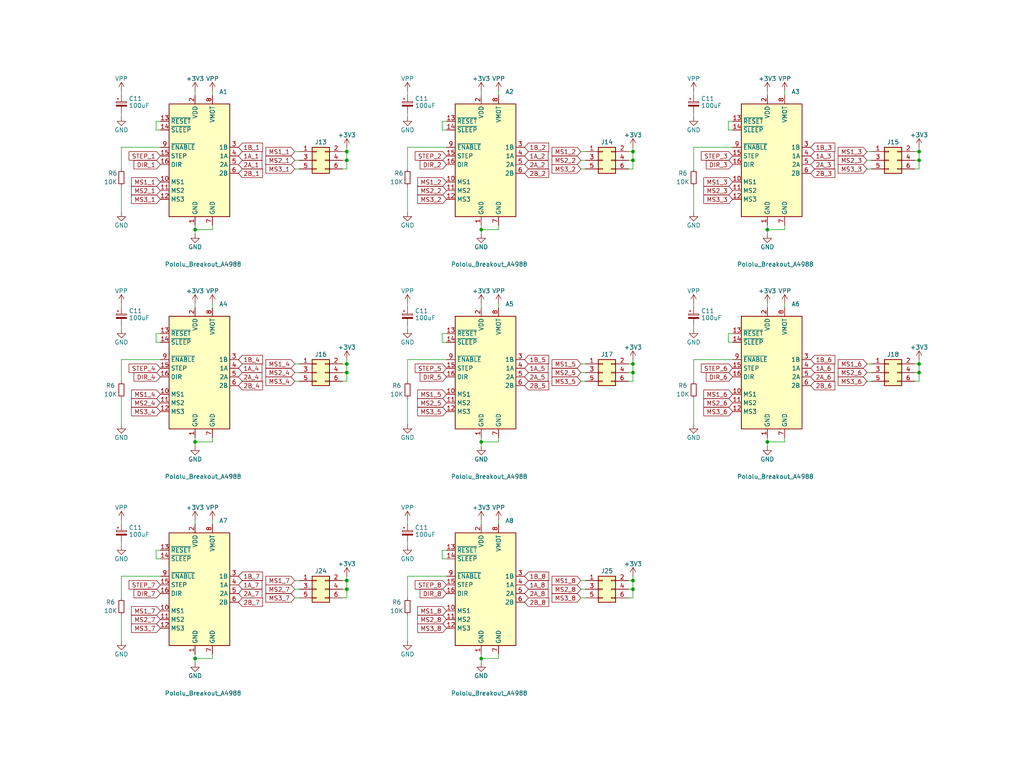
<source format=kicad_sch>
(kicad_sch (version 20230121) (generator eeschema)

  (uuid 24c45a69-1309-4a66-85dc-bd4044729c6d)

  (paper "User" 299.999 226.06)

  (lib_symbols
    (symbol "Connector_Generic:Conn_02x03_Odd_Even" (pin_names (offset 1.016) hide) (in_bom yes) (on_board yes)
      (property "Reference" "J" (at 1.27 5.08 0)
        (effects (font (size 1.27 1.27)))
      )
      (property "Value" "Conn_02x03_Odd_Even" (at 1.27 -5.08 0)
        (effects (font (size 1.27 1.27)))
      )
      (property "Footprint" "" (at 0 0 0)
        (effects (font (size 1.27 1.27)) hide)
      )
      (property "Datasheet" "~" (at 0 0 0)
        (effects (font (size 1.27 1.27)) hide)
      )
      (property "ki_keywords" "connector" (at 0 0 0)
        (effects (font (size 1.27 1.27)) hide)
      )
      (property "ki_description" "Generic connector, double row, 02x03, odd/even pin numbering scheme (row 1 odd numbers, row 2 even numbers), script generated (kicad-library-utils/schlib/autogen/connector/)" (at 0 0 0)
        (effects (font (size 1.27 1.27)) hide)
      )
      (property "ki_fp_filters" "Connector*:*_2x??_*" (at 0 0 0)
        (effects (font (size 1.27 1.27)) hide)
      )
      (symbol "Conn_02x03_Odd_Even_1_1"
        (rectangle (start -1.27 -2.413) (end 0 -2.667)
          (stroke (width 0.1524) (type default))
          (fill (type none))
        )
        (rectangle (start -1.27 0.127) (end 0 -0.127)
          (stroke (width 0.1524) (type default))
          (fill (type none))
        )
        (rectangle (start -1.27 2.667) (end 0 2.413)
          (stroke (width 0.1524) (type default))
          (fill (type none))
        )
        (rectangle (start -1.27 3.81) (end 3.81 -3.81)
          (stroke (width 0.254) (type default))
          (fill (type background))
        )
        (rectangle (start 3.81 -2.413) (end 2.54 -2.667)
          (stroke (width 0.1524) (type default))
          (fill (type none))
        )
        (rectangle (start 3.81 0.127) (end 2.54 -0.127)
          (stroke (width 0.1524) (type default))
          (fill (type none))
        )
        (rectangle (start 3.81 2.667) (end 2.54 2.413)
          (stroke (width 0.1524) (type default))
          (fill (type none))
        )
        (pin passive line (at -5.08 2.54 0) (length 3.81)
          (name "Pin_1" (effects (font (size 1.27 1.27))))
          (number "1" (effects (font (size 1.27 1.27))))
        )
        (pin passive line (at 7.62 2.54 180) (length 3.81)
          (name "Pin_2" (effects (font (size 1.27 1.27))))
          (number "2" (effects (font (size 1.27 1.27))))
        )
        (pin passive line (at -5.08 0 0) (length 3.81)
          (name "Pin_3" (effects (font (size 1.27 1.27))))
          (number "3" (effects (font (size 1.27 1.27))))
        )
        (pin passive line (at 7.62 0 180) (length 3.81)
          (name "Pin_4" (effects (font (size 1.27 1.27))))
          (number "4" (effects (font (size 1.27 1.27))))
        )
        (pin passive line (at -5.08 -2.54 0) (length 3.81)
          (name "Pin_5" (effects (font (size 1.27 1.27))))
          (number "5" (effects (font (size 1.27 1.27))))
        )
        (pin passive line (at 7.62 -2.54 180) (length 3.81)
          (name "Pin_6" (effects (font (size 1.27 1.27))))
          (number "6" (effects (font (size 1.27 1.27))))
        )
      )
    )
    (symbol "Device:C_Polarized_Small" (pin_numbers hide) (pin_names (offset 0.254) hide) (in_bom yes) (on_board yes)
      (property "Reference" "C" (at 0.254 1.778 0)
        (effects (font (size 1.27 1.27)) (justify left))
      )
      (property "Value" "C_Polarized_Small" (at 0.254 -2.032 0)
        (effects (font (size 1.27 1.27)) (justify left))
      )
      (property "Footprint" "" (at 0 0 0)
        (effects (font (size 1.27 1.27)) hide)
      )
      (property "Datasheet" "~" (at 0 0 0)
        (effects (font (size 1.27 1.27)) hide)
      )
      (property "ki_keywords" "cap capacitor" (at 0 0 0)
        (effects (font (size 1.27 1.27)) hide)
      )
      (property "ki_description" "Polarized capacitor, small symbol" (at 0 0 0)
        (effects (font (size 1.27 1.27)) hide)
      )
      (property "ki_fp_filters" "CP_*" (at 0 0 0)
        (effects (font (size 1.27 1.27)) hide)
      )
      (symbol "C_Polarized_Small_0_1"
        (rectangle (start -1.524 -0.3048) (end 1.524 -0.6858)
          (stroke (width 0) (type default))
          (fill (type outline))
        )
        (rectangle (start -1.524 0.6858) (end 1.524 0.3048)
          (stroke (width 0) (type default))
          (fill (type none))
        )
        (polyline
          (pts
            (xy -1.27 1.524)
            (xy -0.762 1.524)
          )
          (stroke (width 0) (type default))
          (fill (type none))
        )
        (polyline
          (pts
            (xy -1.016 1.27)
            (xy -1.016 1.778)
          )
          (stroke (width 0) (type default))
          (fill (type none))
        )
      )
      (symbol "C_Polarized_Small_1_1"
        (pin passive line (at 0 2.54 270) (length 1.8542)
          (name "~" (effects (font (size 1.27 1.27))))
          (number "1" (effects (font (size 1.27 1.27))))
        )
        (pin passive line (at 0 -2.54 90) (length 1.8542)
          (name "~" (effects (font (size 1.27 1.27))))
          (number "2" (effects (font (size 1.27 1.27))))
        )
      )
    )
    (symbol "Device:R_Small" (pin_numbers hide) (pin_names (offset 0.254) hide) (in_bom yes) (on_board yes)
      (property "Reference" "R" (at 0.762 0.508 0)
        (effects (font (size 1.27 1.27)) (justify left))
      )
      (property "Value" "R_Small" (at 0.762 -1.016 0)
        (effects (font (size 1.27 1.27)) (justify left))
      )
      (property "Footprint" "" (at 0 0 0)
        (effects (font (size 1.27 1.27)) hide)
      )
      (property "Datasheet" "~" (at 0 0 0)
        (effects (font (size 1.27 1.27)) hide)
      )
      (property "ki_keywords" "R resistor" (at 0 0 0)
        (effects (font (size 1.27 1.27)) hide)
      )
      (property "ki_description" "Resistor, small symbol" (at 0 0 0)
        (effects (font (size 1.27 1.27)) hide)
      )
      (property "ki_fp_filters" "R_*" (at 0 0 0)
        (effects (font (size 1.27 1.27)) hide)
      )
      (symbol "R_Small_0_1"
        (rectangle (start -0.762 1.778) (end 0.762 -1.778)
          (stroke (width 0.2032) (type default))
          (fill (type none))
        )
      )
      (symbol "R_Small_1_1"
        (pin passive line (at 0 2.54 270) (length 0.762)
          (name "~" (effects (font (size 1.27 1.27))))
          (number "1" (effects (font (size 1.27 1.27))))
        )
        (pin passive line (at 0 -2.54 90) (length 0.762)
          (name "~" (effects (font (size 1.27 1.27))))
          (number "2" (effects (font (size 1.27 1.27))))
        )
      )
    )
    (symbol "Driver_Motor:Pololu_Breakout_A4988" (in_bom yes) (on_board yes)
      (property "Reference" "A" (at -2.54 19.05 0)
        (effects (font (size 1.27 1.27)) (justify right))
      )
      (property "Value" "Pololu_Breakout_A4988" (at -2.54 16.51 0)
        (effects (font (size 1.27 1.27)) (justify right))
      )
      (property "Footprint" "Module:Pololu_Breakout-16_15.2x20.3mm" (at 6.985 -19.05 0)
        (effects (font (size 1.27 1.27)) (justify left) hide)
      )
      (property "Datasheet" "https://www.pololu.com/product/2980/pictures" (at 2.54 -7.62 0)
        (effects (font (size 1.27 1.27)) hide)
      )
      (property "ki_keywords" "Pololu Breakout Board Stepper Driver A4988" (at 0 0 0)
        (effects (font (size 1.27 1.27)) hide)
      )
      (property "ki_description" "Pololu Breakout Board, Stepper Driver A4988" (at 0 0 0)
        (effects (font (size 1.27 1.27)) hide)
      )
      (property "ki_fp_filters" "Pololu*Breakout*15.2x20.3mm*" (at 0 0 0)
        (effects (font (size 1.27 1.27)) hide)
      )
      (symbol "Pololu_Breakout_A4988_0_1"
        (rectangle (start 10.16 -17.78) (end -7.62 15.24)
          (stroke (width 0.254) (type default))
          (fill (type background))
        )
      )
      (symbol "Pololu_Breakout_A4988_1_1"
        (pin power_in line (at 0 -20.32 90) (length 2.54)
          (name "GND" (effects (font (size 1.27 1.27))))
          (number "1" (effects (font (size 1.27 1.27))))
        )
        (pin input line (at -10.16 -7.62 0) (length 2.54)
          (name "MS1" (effects (font (size 1.27 1.27))))
          (number "10" (effects (font (size 1.27 1.27))))
        )
        (pin input line (at -10.16 -10.16 0) (length 2.54)
          (name "MS2" (effects (font (size 1.27 1.27))))
          (number "11" (effects (font (size 1.27 1.27))))
        )
        (pin input line (at -10.16 -12.7 0) (length 2.54)
          (name "MS3" (effects (font (size 1.27 1.27))))
          (number "12" (effects (font (size 1.27 1.27))))
        )
        (pin input line (at -10.16 10.16 0) (length 2.54)
          (name "~{RESET}" (effects (font (size 1.27 1.27))))
          (number "13" (effects (font (size 1.27 1.27))))
        )
        (pin input line (at -10.16 7.62 0) (length 2.54)
          (name "~{SLEEP}" (effects (font (size 1.27 1.27))))
          (number "14" (effects (font (size 1.27 1.27))))
        )
        (pin input line (at -10.16 0 0) (length 2.54)
          (name "STEP" (effects (font (size 1.27 1.27))))
          (number "15" (effects (font (size 1.27 1.27))))
        )
        (pin input line (at -10.16 -2.54 0) (length 2.54)
          (name "DIR" (effects (font (size 1.27 1.27))))
          (number "16" (effects (font (size 1.27 1.27))))
        )
        (pin power_in line (at 0 17.78 270) (length 2.54)
          (name "VDD" (effects (font (size 1.27 1.27))))
          (number "2" (effects (font (size 1.27 1.27))))
        )
        (pin output line (at 12.7 2.54 180) (length 2.54)
          (name "1B" (effects (font (size 1.27 1.27))))
          (number "3" (effects (font (size 1.27 1.27))))
        )
        (pin output line (at 12.7 0 180) (length 2.54)
          (name "1A" (effects (font (size 1.27 1.27))))
          (number "4" (effects (font (size 1.27 1.27))))
        )
        (pin output line (at 12.7 -2.54 180) (length 2.54)
          (name "2A" (effects (font (size 1.27 1.27))))
          (number "5" (effects (font (size 1.27 1.27))))
        )
        (pin output line (at 12.7 -5.08 180) (length 2.54)
          (name "2B" (effects (font (size 1.27 1.27))))
          (number "6" (effects (font (size 1.27 1.27))))
        )
        (pin power_in line (at 5.08 -20.32 90) (length 2.54)
          (name "GND" (effects (font (size 1.27 1.27))))
          (number "7" (effects (font (size 1.27 1.27))))
        )
        (pin power_in line (at 5.08 17.78 270) (length 2.54)
          (name "VMOT" (effects (font (size 1.27 1.27))))
          (number "8" (effects (font (size 1.27 1.27))))
        )
        (pin input line (at -10.16 2.54 0) (length 2.54)
          (name "~{ENABLE}" (effects (font (size 1.27 1.27))))
          (number "9" (effects (font (size 1.27 1.27))))
        )
      )
    )
    (symbol "power:+3.3V" (power) (pin_names (offset 0)) (in_bom yes) (on_board yes)
      (property "Reference" "#PWR" (at 0 -3.81 0)
        (effects (font (size 1.27 1.27)) hide)
      )
      (property "Value" "+3.3V" (at 0 3.556 0)
        (effects (font (size 1.27 1.27)))
      )
      (property "Footprint" "" (at 0 0 0)
        (effects (font (size 1.27 1.27)) hide)
      )
      (property "Datasheet" "" (at 0 0 0)
        (effects (font (size 1.27 1.27)) hide)
      )
      (property "ki_keywords" "power-flag" (at 0 0 0)
        (effects (font (size 1.27 1.27)) hide)
      )
      (property "ki_description" "Power symbol creates a global label with name \"+3.3V\"" (at 0 0 0)
        (effects (font (size 1.27 1.27)) hide)
      )
      (symbol "+3.3V_0_1"
        (polyline
          (pts
            (xy -0.762 1.27)
            (xy 0 2.54)
          )
          (stroke (width 0) (type default))
          (fill (type none))
        )
        (polyline
          (pts
            (xy 0 0)
            (xy 0 2.54)
          )
          (stroke (width 0) (type default))
          (fill (type none))
        )
        (polyline
          (pts
            (xy 0 2.54)
            (xy 0.762 1.27)
          )
          (stroke (width 0) (type default))
          (fill (type none))
        )
      )
      (symbol "+3.3V_1_1"
        (pin power_in line (at 0 0 90) (length 0) hide
          (name "+3V3" (effects (font (size 1.27 1.27))))
          (number "1" (effects (font (size 1.27 1.27))))
        )
      )
    )
    (symbol "power:GND" (power) (pin_names (offset 0)) (in_bom yes) (on_board yes)
      (property "Reference" "#PWR" (at 0 -6.35 0)
        (effects (font (size 1.27 1.27)) hide)
      )
      (property "Value" "GND" (at 0 -3.81 0)
        (effects (font (size 1.27 1.27)))
      )
      (property "Footprint" "" (at 0 0 0)
        (effects (font (size 1.27 1.27)) hide)
      )
      (property "Datasheet" "" (at 0 0 0)
        (effects (font (size 1.27 1.27)) hide)
      )
      (property "ki_keywords" "power-flag" (at 0 0 0)
        (effects (font (size 1.27 1.27)) hide)
      )
      (property "ki_description" "Power symbol creates a global label with name \"GND\" , ground" (at 0 0 0)
        (effects (font (size 1.27 1.27)) hide)
      )
      (symbol "GND_0_1"
        (polyline
          (pts
            (xy 0 0)
            (xy 0 -1.27)
            (xy 1.27 -1.27)
            (xy 0 -2.54)
            (xy -1.27 -1.27)
            (xy 0 -1.27)
          )
          (stroke (width 0) (type default))
          (fill (type none))
        )
      )
      (symbol "GND_1_1"
        (pin power_in line (at 0 0 270) (length 0) hide
          (name "GND" (effects (font (size 1.27 1.27))))
          (number "1" (effects (font (size 1.27 1.27))))
        )
      )
    )
    (symbol "power:VPP" (power) (pin_names (offset 0)) (in_bom yes) (on_board yes)
      (property "Reference" "#PWR" (at 0 -3.81 0)
        (effects (font (size 1.27 1.27)) hide)
      )
      (property "Value" "VPP" (at 0 3.81 0)
        (effects (font (size 1.27 1.27)))
      )
      (property "Footprint" "" (at 0 0 0)
        (effects (font (size 1.27 1.27)) hide)
      )
      (property "Datasheet" "" (at 0 0 0)
        (effects (font (size 1.27 1.27)) hide)
      )
      (property "ki_keywords" "power-flag" (at 0 0 0)
        (effects (font (size 1.27 1.27)) hide)
      )
      (property "ki_description" "Power symbol creates a global label with name \"VPP\"" (at 0 0 0)
        (effects (font (size 1.27 1.27)) hide)
      )
      (symbol "VPP_0_1"
        (polyline
          (pts
            (xy -0.762 1.27)
            (xy 0 2.54)
          )
          (stroke (width 0) (type default))
          (fill (type none))
        )
        (polyline
          (pts
            (xy 0 0)
            (xy 0 2.54)
          )
          (stroke (width 0) (type default))
          (fill (type none))
        )
        (polyline
          (pts
            (xy 0 2.54)
            (xy 0.762 1.27)
          )
          (stroke (width 0) (type default))
          (fill (type none))
        )
      )
      (symbol "VPP_1_1"
        (pin power_in line (at 0 0 90) (length 0) hide
          (name "VPP" (effects (font (size 1.27 1.27))))
          (number "1" (effects (font (size 1.27 1.27))))
        )
      )
    )
  )

  (junction (at 185.42 170.18) (diameter 0) (color 0 0 0 0)
    (uuid 14572dc6-7b1a-490b-b6ba-43e141b738e7)
  )
  (junction (at 185.42 109.22) (diameter 0) (color 0 0 0 0)
    (uuid 16f55c80-99d7-410f-b6d2-51e813ef4015)
  )
  (junction (at 269.24 106.68) (diameter 0) (color 0 0 0 0)
    (uuid 1c3d3ef7-a621-4a40-8be0-afaf68e763f9)
  )
  (junction (at 140.97 193.04) (diameter 0) (color 0 0 0 0)
    (uuid 35819f8b-7876-4747-a682-32880d8a4f96)
  )
  (junction (at 57.15 129.54) (diameter 0) (color 0 0 0 0)
    (uuid 378a1d86-95b3-44e7-9ee4-020a3c3707d0)
  )
  (junction (at 101.6 106.68) (diameter 0) (color 0 0 0 0)
    (uuid 4d115587-5fca-4937-aed6-dbc4d603e10f)
  )
  (junction (at 185.42 172.72) (diameter 0) (color 0 0 0 0)
    (uuid 4f680bbf-91ce-44c9-9bab-feea5e728aa3)
  )
  (junction (at 140.97 67.31) (diameter 0) (color 0 0 0 0)
    (uuid 50a811b5-239d-4139-b7a4-878ede2909fa)
  )
  (junction (at 101.6 44.45) (diameter 0) (color 0 0 0 0)
    (uuid 590905bd-6582-42b5-b6dd-3711a96090d0)
  )
  (junction (at 224.79 129.54) (diameter 0) (color 0 0 0 0)
    (uuid 5ce2fe62-04ac-4ba3-af2f-fb73410633a3)
  )
  (junction (at 224.79 67.31) (diameter 0) (color 0 0 0 0)
    (uuid 7cfa4fb9-fcfb-4ccc-b3d7-9bba3e07dfd5)
  )
  (junction (at 101.6 109.22) (diameter 0) (color 0 0 0 0)
    (uuid 82028106-e974-4922-899b-4021de260f40)
  )
  (junction (at 269.24 44.45) (diameter 0) (color 0 0 0 0)
    (uuid 830b9412-54ac-4ba1-a24c-b3b42939c152)
  )
  (junction (at 185.42 44.45) (diameter 0) (color 0 0 0 0)
    (uuid 874386d6-391e-4e65-a449-4ce239d4404c)
  )
  (junction (at 269.24 109.22) (diameter 0) (color 0 0 0 0)
    (uuid 88e352ff-7bfc-4663-a19c-dc67727e2d6e)
  )
  (junction (at 185.42 46.99) (diameter 0) (color 0 0 0 0)
    (uuid 8d2ef3a3-ac01-48c3-a7b2-36c9740a1f3a)
  )
  (junction (at 101.6 172.72) (diameter 0) (color 0 0 0 0)
    (uuid 905a859b-d94e-46d6-a8f1-495fd2bade5c)
  )
  (junction (at 185.42 106.68) (diameter 0) (color 0 0 0 0)
    (uuid 97812b31-5db9-49fe-9080-b6ae7c3b59ac)
  )
  (junction (at 57.15 193.04) (diameter 0) (color 0 0 0 0)
    (uuid aedfded6-7ea8-4f3b-b8da-87fe44df7d97)
  )
  (junction (at 57.15 67.31) (diameter 0) (color 0 0 0 0)
    (uuid b1e9fb4d-2951-4797-abbc-b63370de9e25)
  )
  (junction (at 101.6 170.18) (diameter 0) (color 0 0 0 0)
    (uuid ced3e034-7f2a-4011-adba-afe461565f11)
  )
  (junction (at 101.6 46.99) (diameter 0) (color 0 0 0 0)
    (uuid f33d032d-2ce9-4de4-9231-2e0bd9746ffa)
  )
  (junction (at 269.24 46.99) (diameter 0) (color 0 0 0 0)
    (uuid f60131fe-5726-4e4b-baf6-0706e70eda7e)
  )
  (junction (at 140.97 129.54) (diameter 0) (color 0 0 0 0)
    (uuid f8ef2883-31c4-42c6-b711-3d775bf93e45)
  )

  (wire (pts (xy 224.79 67.31) (xy 224.79 68.58))
    (stroke (width 0) (type default))
    (uuid 00b0c612-10bc-4606-9ed9-42a49e3be23d)
  )
  (wire (pts (xy 224.79 26.67) (xy 224.79 27.94))
    (stroke (width 0) (type default))
    (uuid 01331e56-3ad3-4855-89e4-6e58851edf50)
  )
  (wire (pts (xy 185.42 109.22) (xy 185.42 111.76))
    (stroke (width 0) (type default))
    (uuid 02dd2bd6-65e1-4839-88aa-4e743e7d09b6)
  )
  (wire (pts (xy 203.2 88.9) (xy 203.2 90.17))
    (stroke (width 0) (type default))
    (uuid 0433c66d-fb22-4fa9-88e7-3f61ffc89191)
  )
  (wire (pts (xy 35.56 88.9) (xy 35.56 90.17))
    (stroke (width 0) (type default))
    (uuid 05702504-b568-471c-a994-0dcbdad41247)
  )
  (wire (pts (xy 100.33 172.72) (xy 101.6 172.72))
    (stroke (width 0) (type default))
    (uuid 05be17f0-1b9a-4c6c-85a5-ccfea8e166cc)
  )
  (wire (pts (xy 129.54 161.29) (xy 129.54 163.83))
    (stroke (width 0) (type default))
    (uuid 091d688c-5630-4b8e-9fd0-e3f1db333da9)
  )
  (wire (pts (xy 45.72 35.56) (xy 45.72 38.1))
    (stroke (width 0) (type default))
    (uuid 0a832f17-7a7e-4d72-80ef-23824ba253b2)
  )
  (wire (pts (xy 86.36 49.53) (xy 87.63 49.53))
    (stroke (width 0) (type default))
    (uuid 0bbab225-a5fb-4d29-9dc7-b1a11034a39e)
  )
  (wire (pts (xy 146.05 67.31) (xy 146.05 66.04))
    (stroke (width 0) (type default))
    (uuid 0be91afe-47fd-4526-b454-31fe7c691e87)
  )
  (wire (pts (xy 229.87 26.67) (xy 229.87 27.94))
    (stroke (width 0) (type default))
    (uuid 0c45e668-5f58-4265-bb46-9b16200dcfba)
  )
  (wire (pts (xy 101.6 46.99) (xy 101.6 49.53))
    (stroke (width 0) (type default))
    (uuid 0cf3e215-d1c2-41a1-acc6-0e6d043ad7f6)
  )
  (wire (pts (xy 140.97 152.4) (xy 140.97 153.67))
    (stroke (width 0) (type default))
    (uuid 131756cc-13c4-4b89-bc78-7cbc28dd9bf4)
  )
  (wire (pts (xy 267.97 111.76) (xy 269.24 111.76))
    (stroke (width 0) (type default))
    (uuid 14d6c9f8-abda-40a7-84ac-bc7cb598c7b0)
  )
  (wire (pts (xy 203.2 95.25) (xy 203.2 96.52))
    (stroke (width 0) (type default))
    (uuid 14ff8002-a985-41e4-bb0f-297015b1016a)
  )
  (wire (pts (xy 140.97 26.67) (xy 140.97 27.94))
    (stroke (width 0) (type default))
    (uuid 167ab0e4-01df-4644-98b8-0d76c7e0d421)
  )
  (wire (pts (xy 57.15 66.04) (xy 57.15 67.31))
    (stroke (width 0) (type default))
    (uuid 1695b810-aed9-4222-bf79-f6f35517be51)
  )
  (wire (pts (xy 140.97 191.77) (xy 140.97 193.04))
    (stroke (width 0) (type default))
    (uuid 17900063-5983-4f83-a609-cccd2fd81a3d)
  )
  (wire (pts (xy 267.97 46.99) (xy 269.24 46.99))
    (stroke (width 0) (type default))
    (uuid 1901c50b-3724-427f-8dfb-df439cb59a9f)
  )
  (wire (pts (xy 130.81 97.79) (xy 129.54 97.79))
    (stroke (width 0) (type default))
    (uuid 19ac5b10-461d-4dd7-aed7-7e963d0d841f)
  )
  (wire (pts (xy 119.38 95.25) (xy 119.38 96.52))
    (stroke (width 0) (type default))
    (uuid 1b974704-3727-4196-8f73-6512e0d4ba8c)
  )
  (wire (pts (xy 57.15 193.04) (xy 62.23 193.04))
    (stroke (width 0) (type default))
    (uuid 1f76592d-762a-46df-8763-bb145b2d41c4)
  )
  (wire (pts (xy 86.36 106.68) (xy 87.63 106.68))
    (stroke (width 0) (type default))
    (uuid 1fdaf6ac-316f-4d3f-9912-42c87652d7aa)
  )
  (wire (pts (xy 184.15 44.45) (xy 185.42 44.45))
    (stroke (width 0) (type default))
    (uuid 20133adb-0779-4033-a258-f7e065f9f8d8)
  )
  (wire (pts (xy 130.81 161.29) (xy 129.54 161.29))
    (stroke (width 0) (type default))
    (uuid 201a84e8-5439-411e-8c7c-f280d9f8139c)
  )
  (wire (pts (xy 146.05 152.4) (xy 146.05 153.67))
    (stroke (width 0) (type default))
    (uuid 207fc32e-c446-4763-a8c3-dfa8a13284c3)
  )
  (wire (pts (xy 213.36 35.56) (xy 213.36 38.1))
    (stroke (width 0) (type default))
    (uuid 23550204-6923-4896-8cc1-bfcc813640f5)
  )
  (wire (pts (xy 129.54 163.83) (xy 130.81 163.83))
    (stroke (width 0) (type default))
    (uuid 24907509-725b-47ba-9847-c7635c1e6362)
  )
  (wire (pts (xy 62.23 129.54) (xy 62.23 128.27))
    (stroke (width 0) (type default))
    (uuid 24cb1ab9-6a2f-4c79-ab77-4fe7ff9aa761)
  )
  (wire (pts (xy 35.56 95.25) (xy 35.56 96.52))
    (stroke (width 0) (type default))
    (uuid 2635cc35-0ed5-4496-b8dc-1dd47748c7c4)
  )
  (wire (pts (xy 46.99 161.29) (xy 45.72 161.29))
    (stroke (width 0) (type default))
    (uuid 26ef8f43-e569-4d40-91a9-f28c6c93ccb2)
  )
  (wire (pts (xy 86.36 175.26) (xy 87.63 175.26))
    (stroke (width 0) (type default))
    (uuid 2788abf9-a052-4ea4-a889-335aabfc87a0)
  )
  (wire (pts (xy 267.97 49.53) (xy 269.24 49.53))
    (stroke (width 0) (type default))
    (uuid 2883ed7f-61bf-4ef5-a4c1-d314453da206)
  )
  (wire (pts (xy 267.97 109.22) (xy 269.24 109.22))
    (stroke (width 0) (type default))
    (uuid 2973c032-0d10-447d-9ec6-85a468aa08de)
  )
  (wire (pts (xy 86.36 109.22) (xy 87.63 109.22))
    (stroke (width 0) (type default))
    (uuid 2a765a3d-1b10-4c21-b7e5-e6c159cde22e)
  )
  (wire (pts (xy 101.6 49.53) (xy 100.33 49.53))
    (stroke (width 0) (type default))
    (uuid 2b6f46db-1e3b-4129-b979-494822fed33e)
  )
  (wire (pts (xy 267.97 106.68) (xy 269.24 106.68))
    (stroke (width 0) (type default))
    (uuid 2bd08c63-06b8-48c6-bdae-dd470b94eed0)
  )
  (wire (pts (xy 129.54 35.56) (xy 129.54 38.1))
    (stroke (width 0) (type default))
    (uuid 2f5a2b10-94c4-4382-9baa-c5b1d118762f)
  )
  (wire (pts (xy 119.38 88.9) (xy 119.38 90.17))
    (stroke (width 0) (type default))
    (uuid 30225b3a-cf75-4685-95f2-cfbc75fa13cd)
  )
  (wire (pts (xy 45.72 38.1) (xy 46.99 38.1))
    (stroke (width 0) (type default))
    (uuid 314ba548-410e-466e-98e2-eee2626d6296)
  )
  (wire (pts (xy 214.63 97.79) (xy 213.36 97.79))
    (stroke (width 0) (type default))
    (uuid 31824c60-ea2b-4805-b39e-c439d9736063)
  )
  (wire (pts (xy 46.99 97.79) (xy 45.72 97.79))
    (stroke (width 0) (type default))
    (uuid 31f949c9-737a-4ba1-b9cb-ef0654ffc6c3)
  )
  (wire (pts (xy 100.33 175.26) (xy 101.6 175.26))
    (stroke (width 0) (type default))
    (uuid 32fa4da5-beee-416f-8254-f707e6f6eb7a)
  )
  (wire (pts (xy 100.33 44.45) (xy 101.6 44.45))
    (stroke (width 0) (type default))
    (uuid 33031ed7-8d61-4f6e-8f1a-b262a6dd1e55)
  )
  (wire (pts (xy 203.2 33.02) (xy 203.2 34.29))
    (stroke (width 0) (type default))
    (uuid 337f1107-e723-4f6f-81b6-c25faa6bba67)
  )
  (wire (pts (xy 255.27 44.45) (xy 254 44.45))
    (stroke (width 0) (type default))
    (uuid 33bc5a3a-9bb1-49cf-a41b-2eb764729b66)
  )
  (wire (pts (xy 184.15 175.26) (xy 185.42 175.26))
    (stroke (width 0) (type default))
    (uuid 373cc0ee-4079-4394-961c-53f3366c3df2)
  )
  (wire (pts (xy 86.36 44.45) (xy 87.63 44.45))
    (stroke (width 0) (type default))
    (uuid 380e947f-2994-40dc-964e-365fdc377867)
  )
  (wire (pts (xy 203.2 26.67) (xy 203.2 27.94))
    (stroke (width 0) (type default))
    (uuid 3c09caaf-3ac3-4292-8f0a-96ffa9befa67)
  )
  (wire (pts (xy 119.38 152.4) (xy 119.38 153.67))
    (stroke (width 0) (type default))
    (uuid 3c2383e2-c053-45ce-b1b8-37fb1e677bd3)
  )
  (wire (pts (xy 119.38 33.02) (xy 119.38 34.29))
    (stroke (width 0) (type default))
    (uuid 3d0756c4-7c8f-4e8e-9eec-b85b5e871976)
  )
  (wire (pts (xy 119.38 105.41) (xy 119.38 111.76))
    (stroke (width 0) (type default))
    (uuid 3d51d6fb-865a-4c83-8822-e9756cb95f63)
  )
  (wire (pts (xy 184.15 172.72) (xy 185.42 172.72))
    (stroke (width 0) (type default))
    (uuid 419877fd-3219-4d2d-85aa-e68d88e7d1da)
  )
  (wire (pts (xy 146.05 26.67) (xy 146.05 27.94))
    (stroke (width 0) (type default))
    (uuid 438f0416-201e-4292-aa57-79ed28ac420a)
  )
  (wire (pts (xy 170.18 106.68) (xy 171.45 106.68))
    (stroke (width 0) (type default))
    (uuid 45114953-fee6-4545-b2c8-67bd44aa64e5)
  )
  (wire (pts (xy 119.38 180.34) (xy 119.38 187.96))
    (stroke (width 0) (type default))
    (uuid 451eec76-da07-43b8-b7d2-aad370b09f4a)
  )
  (wire (pts (xy 57.15 67.31) (xy 57.15 68.58))
    (stroke (width 0) (type default))
    (uuid 4580b01c-ac98-4d82-b37d-d08ed4424a29)
  )
  (wire (pts (xy 119.38 26.67) (xy 119.38 27.94))
    (stroke (width 0) (type default))
    (uuid 45f78b7a-8dfd-45e2-8df2-e4666447cbba)
  )
  (wire (pts (xy 86.36 172.72) (xy 87.63 172.72))
    (stroke (width 0) (type default))
    (uuid 46b3a7b9-2484-46ed-94e7-bbd23736b689)
  )
  (wire (pts (xy 146.05 88.9) (xy 146.05 90.17))
    (stroke (width 0) (type default))
    (uuid 4946dd64-3124-4d9d-b6eb-bbf6343d914c)
  )
  (wire (pts (xy 57.15 129.54) (xy 62.23 129.54))
    (stroke (width 0) (type default))
    (uuid 4d1590e0-c95a-4754-b46d-8d77e3790835)
  )
  (wire (pts (xy 57.15 152.4) (xy 57.15 153.67))
    (stroke (width 0) (type default))
    (uuid 4dedbb97-925a-426c-8eb5-12124373d1c3)
  )
  (wire (pts (xy 170.18 49.53) (xy 171.45 49.53))
    (stroke (width 0) (type default))
    (uuid 51351309-2e2f-4674-8b97-e817788f122a)
  )
  (wire (pts (xy 254 111.76) (xy 255.27 111.76))
    (stroke (width 0) (type default))
    (uuid 51fb4322-a8da-44d9-9b62-42ca0462f53a)
  )
  (wire (pts (xy 35.56 152.4) (xy 35.56 153.67))
    (stroke (width 0) (type default))
    (uuid 559d63e4-c278-426d-b623-20d117ea12d0)
  )
  (wire (pts (xy 130.81 35.56) (xy 129.54 35.56))
    (stroke (width 0) (type default))
    (uuid 567d8e51-a09c-45da-86e6-8351c150f2de)
  )
  (wire (pts (xy 185.42 43.18) (xy 185.42 44.45))
    (stroke (width 0) (type default))
    (uuid 57361410-e33c-48cf-a1c4-021ce96573f0)
  )
  (wire (pts (xy 255.27 46.99) (xy 254 46.99))
    (stroke (width 0) (type default))
    (uuid 574635e9-5553-41c2-a1de-04ed0d352062)
  )
  (wire (pts (xy 62.23 152.4) (xy 62.23 153.67))
    (stroke (width 0) (type default))
    (uuid 57a43885-77ba-4bd7-b82e-145a81507fdd)
  )
  (wire (pts (xy 86.36 111.76) (xy 87.63 111.76))
    (stroke (width 0) (type default))
    (uuid 58ab5253-ca13-4c22-b681-66cfc54cdf11)
  )
  (wire (pts (xy 269.24 109.22) (xy 269.24 111.76))
    (stroke (width 0) (type default))
    (uuid 59d4c97e-e6f2-4bdc-9c23-0069bd5a4858)
  )
  (wire (pts (xy 170.18 46.99) (xy 171.45 46.99))
    (stroke (width 0) (type default))
    (uuid 5a509ebc-3b25-44f5-a540-7bada813d355)
  )
  (wire (pts (xy 101.6 168.91) (xy 101.6 170.18))
    (stroke (width 0) (type default))
    (uuid 5ad43acd-b1cb-4d5e-a47b-ca193d37d438)
  )
  (wire (pts (xy 119.38 54.61) (xy 119.38 62.23))
    (stroke (width 0) (type default))
    (uuid 5b4cc0d6-956c-46fb-956c-8a45f3b5690b)
  )
  (wire (pts (xy 45.72 161.29) (xy 45.72 163.83))
    (stroke (width 0) (type default))
    (uuid 5b64140f-2f94-4c33-b9cd-34cdef8ebfec)
  )
  (wire (pts (xy 203.2 43.18) (xy 214.63 43.18))
    (stroke (width 0) (type default))
    (uuid 5c4d662e-f93f-477f-add2-22c01f77b7d4)
  )
  (wire (pts (xy 35.56 116.84) (xy 35.56 124.46))
    (stroke (width 0) (type default))
    (uuid 5c72948b-afe2-4c28-aef4-b7b30328d734)
  )
  (wire (pts (xy 170.18 111.76) (xy 171.45 111.76))
    (stroke (width 0) (type default))
    (uuid 5ec01dbd-15b7-4ffa-98ce-aa413f65e07e)
  )
  (wire (pts (xy 269.24 106.68) (xy 269.24 109.22))
    (stroke (width 0) (type default))
    (uuid 5f9a4df0-0bf5-4a0c-9b15-4565012b77a4)
  )
  (wire (pts (xy 101.6 106.68) (xy 101.6 109.22))
    (stroke (width 0) (type default))
    (uuid 615dbad6-a509-4995-9b73-1a5f0da31aff)
  )
  (wire (pts (xy 269.24 105.41) (xy 269.24 106.68))
    (stroke (width 0) (type default))
    (uuid 629b97e9-f837-40ef-9180-e776f5bc4ee0)
  )
  (wire (pts (xy 269.24 46.99) (xy 269.24 49.53))
    (stroke (width 0) (type default))
    (uuid 63ffa1d7-f1b4-4ade-acf9-fe2beaa20756)
  )
  (wire (pts (xy 140.97 193.04) (xy 146.05 193.04))
    (stroke (width 0) (type default))
    (uuid 64b5682a-180b-4992-a9c0-5c936c0583c4)
  )
  (wire (pts (xy 184.15 109.22) (xy 185.42 109.22))
    (stroke (width 0) (type default))
    (uuid 675085c2-104e-4f31-9ece-dc53e044fa2b)
  )
  (wire (pts (xy 62.23 193.04) (xy 62.23 191.77))
    (stroke (width 0) (type default))
    (uuid 67aed199-ecff-4a02-8082-97632a23fe48)
  )
  (wire (pts (xy 35.56 43.18) (xy 35.56 49.53))
    (stroke (width 0) (type default))
    (uuid 6ade282b-28d0-4326-ba3a-94edb028258e)
  )
  (wire (pts (xy 57.15 191.77) (xy 57.15 193.04))
    (stroke (width 0) (type default))
    (uuid 6cfb323a-b400-48e1-93d2-9b10dfeb5592)
  )
  (wire (pts (xy 35.56 33.02) (xy 35.56 34.29))
    (stroke (width 0) (type default))
    (uuid 70db33b6-bcd4-4ec3-b6ac-19503c639fe9)
  )
  (wire (pts (xy 57.15 128.27) (xy 57.15 129.54))
    (stroke (width 0) (type default))
    (uuid 71dfe083-652c-4f03-a8c3-449624d75446)
  )
  (wire (pts (xy 213.36 97.79) (xy 213.36 100.33))
    (stroke (width 0) (type default))
    (uuid 72960a7b-549a-4939-9ece-94eb624eea4b)
  )
  (wire (pts (xy 62.23 26.67) (xy 62.23 27.94))
    (stroke (width 0) (type default))
    (uuid 742736c5-631e-4def-909e-dca9720c4b2f)
  )
  (wire (pts (xy 35.56 54.61) (xy 35.56 62.23))
    (stroke (width 0) (type default))
    (uuid 74cdb6c2-436e-4fe1-81a1-bcc3e4dab537)
  )
  (wire (pts (xy 101.6 170.18) (xy 101.6 172.72))
    (stroke (width 0) (type default))
    (uuid 7891988e-5056-4e14-b779-73774e67064e)
  )
  (wire (pts (xy 229.87 129.54) (xy 229.87 128.27))
    (stroke (width 0) (type default))
    (uuid 794b0116-e4a5-47ff-8de0-e32b379be050)
  )
  (wire (pts (xy 119.38 105.41) (xy 130.81 105.41))
    (stroke (width 0) (type default))
    (uuid 79766b93-3ea1-4859-aafe-6b8267a77fc2)
  )
  (wire (pts (xy 101.6 109.22) (xy 101.6 111.76))
    (stroke (width 0) (type default))
    (uuid 79b334a7-fcfc-4187-982d-be5c99c38e14)
  )
  (wire (pts (xy 185.42 106.68) (xy 185.42 109.22))
    (stroke (width 0) (type default))
    (uuid 79e8d294-3d07-4a2d-a8f6-79f7cd3d869c)
  )
  (wire (pts (xy 185.42 105.41) (xy 185.42 106.68))
    (stroke (width 0) (type default))
    (uuid 7c747524-5a0e-4ef1-ad71-2fcebc1d26c5)
  )
  (wire (pts (xy 184.15 170.18) (xy 185.42 170.18))
    (stroke (width 0) (type default))
    (uuid 7ceb012c-9f3c-4b12-88ea-31a9b27e1887)
  )
  (wire (pts (xy 214.63 35.56) (xy 213.36 35.56))
    (stroke (width 0) (type default))
    (uuid 807082c7-fe0b-4708-9474-24deb0fd5118)
  )
  (wire (pts (xy 203.2 116.84) (xy 203.2 124.46))
    (stroke (width 0) (type default))
    (uuid 813f915b-d11b-4be8-8543-90bf856d05b2)
  )
  (wire (pts (xy 101.6 46.99) (xy 100.33 46.99))
    (stroke (width 0) (type default))
    (uuid 82b8a8da-7d86-4d90-9ab4-557ccab32ddd)
  )
  (wire (pts (xy 57.15 88.9) (xy 57.15 90.17))
    (stroke (width 0) (type default))
    (uuid 83a6f748-1f9c-44f9-9dce-54dc31d6814b)
  )
  (wire (pts (xy 203.2 43.18) (xy 203.2 49.53))
    (stroke (width 0) (type default))
    (uuid 87765f69-0aa3-41ec-9faa-cbb225f4fc00)
  )
  (wire (pts (xy 35.56 168.91) (xy 35.56 175.26))
    (stroke (width 0) (type default))
    (uuid 8a7b28e2-6daf-4b38-8bed-f3dd91f3a34c)
  )
  (wire (pts (xy 129.54 100.33) (xy 130.81 100.33))
    (stroke (width 0) (type default))
    (uuid 8aacc317-6655-4dbb-b0d6-b31192585ff6)
  )
  (wire (pts (xy 224.79 67.31) (xy 229.87 67.31))
    (stroke (width 0) (type default))
    (uuid 8ac3e02c-92af-4f40-95cb-83ba3f5c3811)
  )
  (wire (pts (xy 146.05 129.54) (xy 146.05 128.27))
    (stroke (width 0) (type default))
    (uuid 8b19125f-ff54-4e4a-88a7-79b2f926a446)
  )
  (wire (pts (xy 229.87 67.31) (xy 229.87 66.04))
    (stroke (width 0) (type default))
    (uuid 8b45bb24-d160-42f6-9470-ac197eed88b0)
  )
  (wire (pts (xy 140.97 88.9) (xy 140.97 90.17))
    (stroke (width 0) (type default))
    (uuid 8c5ebdb5-68b0-41b5-8cf5-850958432e6a)
  )
  (wire (pts (xy 184.15 49.53) (xy 185.42 49.53))
    (stroke (width 0) (type default))
    (uuid 8cb5d9be-94fd-4e54-b6c9-c267ebf38298)
  )
  (wire (pts (xy 229.87 88.9) (xy 229.87 90.17))
    (stroke (width 0) (type default))
    (uuid 8d36faf1-4caa-43dc-a2d4-0025aaab6e66)
  )
  (wire (pts (xy 57.15 193.04) (xy 57.15 194.31))
    (stroke (width 0) (type default))
    (uuid 8db33a60-5d19-4bf9-b3f4-dcf0d0c1e4a5)
  )
  (wire (pts (xy 57.15 67.31) (xy 62.23 67.31))
    (stroke (width 0) (type default))
    (uuid 8eb58a94-c669-4795-b9b4-c3071f9e119d)
  )
  (wire (pts (xy 224.79 88.9) (xy 224.79 90.17))
    (stroke (width 0) (type default))
    (uuid 90725aab-1d09-4184-a55d-ac04acecfbf1)
  )
  (wire (pts (xy 100.33 170.18) (xy 101.6 170.18))
    (stroke (width 0) (type default))
    (uuid 91003605-8b90-4a4c-bf0c-e69abde416ba)
  )
  (wire (pts (xy 62.23 88.9) (xy 62.23 90.17))
    (stroke (width 0) (type default))
    (uuid 91f83799-0816-465d-bf2a-2bb58a9640a3)
  )
  (wire (pts (xy 101.6 44.45) (xy 101.6 46.99))
    (stroke (width 0) (type default))
    (uuid 935e8927-0707-4cfd-b2c6-4723263024c2)
  )
  (wire (pts (xy 185.42 168.91) (xy 185.42 170.18))
    (stroke (width 0) (type default))
    (uuid 93b2709c-dcd3-4032-b5d7-995fbf2b8889)
  )
  (wire (pts (xy 129.54 38.1) (xy 130.81 38.1))
    (stroke (width 0) (type default))
    (uuid 9542a200-fb83-4ef9-9e88-f5a2adb06d7e)
  )
  (wire (pts (xy 100.33 106.68) (xy 101.6 106.68))
    (stroke (width 0) (type default))
    (uuid 95d7bf2c-13d2-42f1-9921-fbdfdf81ba0c)
  )
  (wire (pts (xy 119.38 158.75) (xy 119.38 160.02))
    (stroke (width 0) (type default))
    (uuid 9dd677f6-b66d-49f9-b5b0-8fe5ef2b3979)
  )
  (wire (pts (xy 86.36 170.18) (xy 87.63 170.18))
    (stroke (width 0) (type default))
    (uuid 9f139e92-1d96-45be-b881-44355dbb1ee0)
  )
  (wire (pts (xy 35.56 168.91) (xy 46.99 168.91))
    (stroke (width 0) (type default))
    (uuid a0c6949b-c44e-43c7-a649-f1ca67e36f52)
  )
  (wire (pts (xy 129.54 97.79) (xy 129.54 100.33))
    (stroke (width 0) (type default))
    (uuid a3024b7c-a1f3-4615-8c5f-c105dca2c334)
  )
  (wire (pts (xy 224.79 129.54) (xy 224.79 130.81))
    (stroke (width 0) (type default))
    (uuid a615c0f1-d9a0-4563-9453-a89ce1cbb81f)
  )
  (wire (pts (xy 100.33 109.22) (xy 101.6 109.22))
    (stroke (width 0) (type default))
    (uuid a7a67a2d-53ca-40da-b492-1926dfe4fe10)
  )
  (wire (pts (xy 35.56 105.41) (xy 35.56 111.76))
    (stroke (width 0) (type default))
    (uuid a9640872-2f70-4384-ab8b-5fd600ebc34d)
  )
  (wire (pts (xy 170.18 175.26) (xy 171.45 175.26))
    (stroke (width 0) (type default))
    (uuid aa969df7-ffe8-41e2-bc20-6ea3825b6d1c)
  )
  (wire (pts (xy 140.97 66.04) (xy 140.97 67.31))
    (stroke (width 0) (type default))
    (uuid aa9ab042-7379-4cb0-89ad-000c214b15c4)
  )
  (wire (pts (xy 140.97 67.31) (xy 140.97 68.58))
    (stroke (width 0) (type default))
    (uuid abeb054d-c26d-449a-8803-c9641bfbe8bf)
  )
  (wire (pts (xy 86.36 46.99) (xy 87.63 46.99))
    (stroke (width 0) (type default))
    (uuid af908f39-2ecc-41d9-bee5-f21c5acc202a)
  )
  (wire (pts (xy 254 106.68) (xy 255.27 106.68))
    (stroke (width 0) (type default))
    (uuid b0cecad0-444b-42e8-b65c-a758147a8105)
  )
  (wire (pts (xy 185.42 46.99) (xy 185.42 49.53))
    (stroke (width 0) (type default))
    (uuid b0edfe4f-7d88-4518-b4f4-7bce2110edf2)
  )
  (wire (pts (xy 203.2 105.41) (xy 203.2 111.76))
    (stroke (width 0) (type default))
    (uuid b664812a-9608-44a1-b013-f9c421fa704a)
  )
  (wire (pts (xy 254 109.22) (xy 255.27 109.22))
    (stroke (width 0) (type default))
    (uuid b6cb5d98-e57c-49a0-9f74-1cc49c2de3d3)
  )
  (wire (pts (xy 57.15 129.54) (xy 57.15 130.81))
    (stroke (width 0) (type default))
    (uuid b9668cb2-9cc4-4991-a65b-16efebc138b5)
  )
  (wire (pts (xy 140.97 128.27) (xy 140.97 129.54))
    (stroke (width 0) (type default))
    (uuid bbc6630f-4456-4306-bd6e-a68b2e73e02d)
  )
  (wire (pts (xy 46.99 35.56) (xy 45.72 35.56))
    (stroke (width 0) (type default))
    (uuid bdba3083-e034-4d65-a07c-1e9b5bfde126)
  )
  (wire (pts (xy 100.33 111.76) (xy 101.6 111.76))
    (stroke (width 0) (type default))
    (uuid be508488-1af2-477c-8195-ca6cda923c77)
  )
  (wire (pts (xy 255.27 49.53) (xy 254 49.53))
    (stroke (width 0) (type default))
    (uuid c063fa3f-c68f-491c-88d7-fcc3934c5759)
  )
  (wire (pts (xy 224.79 129.54) (xy 229.87 129.54))
    (stroke (width 0) (type default))
    (uuid c1b760b7-317b-4f09-9360-bb99967c2138)
  )
  (wire (pts (xy 119.38 43.18) (xy 119.38 49.53))
    (stroke (width 0) (type default))
    (uuid c285ca0d-9e5f-41cd-8311-8f52af5a9457)
  )
  (wire (pts (xy 62.23 67.31) (xy 62.23 66.04))
    (stroke (width 0) (type default))
    (uuid c6770011-0bfc-403a-815b-f876a0d2f4cb)
  )
  (wire (pts (xy 35.56 158.75) (xy 35.56 160.02))
    (stroke (width 0) (type default))
    (uuid ca14050e-04e4-4ea9-a6ce-5bc5e4b72b1d)
  )
  (wire (pts (xy 203.2 54.61) (xy 203.2 62.23))
    (stroke (width 0) (type default))
    (uuid ca30c80d-a0b5-48de-ad35-08184ac3fae2)
  )
  (wire (pts (xy 35.56 180.34) (xy 35.56 187.96))
    (stroke (width 0) (type default))
    (uuid cdf6563e-8cb1-4cb4-93f4-ccf648b06e55)
  )
  (wire (pts (xy 140.97 67.31) (xy 146.05 67.31))
    (stroke (width 0) (type default))
    (uuid cf350467-eb4e-40b2-9ffe-3d952cbac78d)
  )
  (wire (pts (xy 184.15 46.99) (xy 185.42 46.99))
    (stroke (width 0) (type default))
    (uuid cf3a854e-b7a4-45f4-8c15-ec3cd076c582)
  )
  (wire (pts (xy 45.72 97.79) (xy 45.72 100.33))
    (stroke (width 0) (type default))
    (uuid d17f933d-6b61-4b58-8ba8-fb982621303a)
  )
  (wire (pts (xy 119.38 43.18) (xy 130.81 43.18))
    (stroke (width 0) (type default))
    (uuid d25e2c98-fa9f-4d16-8a12-6da21bf33b14)
  )
  (wire (pts (xy 35.56 105.41) (xy 46.99 105.41))
    (stroke (width 0) (type default))
    (uuid d46008c2-f155-4c7a-a572-00357dd565e5)
  )
  (wire (pts (xy 267.97 44.45) (xy 269.24 44.45))
    (stroke (width 0) (type default))
    (uuid d645e6da-7a58-42c6-94b1-f0043d2cb223)
  )
  (wire (pts (xy 170.18 170.18) (xy 171.45 170.18))
    (stroke (width 0) (type default))
    (uuid d8d152e1-67a2-4905-b70d-0bd7e8dc85cc)
  )
  (wire (pts (xy 35.56 43.18) (xy 46.99 43.18))
    (stroke (width 0) (type default))
    (uuid db65e667-94a6-4011-b296-e5a54bf35d09)
  )
  (wire (pts (xy 224.79 128.27) (xy 224.79 129.54))
    (stroke (width 0) (type default))
    (uuid dbf008c2-e766-4f6e-9853-72048464f096)
  )
  (wire (pts (xy 146.05 193.04) (xy 146.05 191.77))
    (stroke (width 0) (type default))
    (uuid dc77e985-e02a-420d-91fe-82aafd49672d)
  )
  (wire (pts (xy 184.15 106.68) (xy 185.42 106.68))
    (stroke (width 0) (type default))
    (uuid dc79f336-8471-4c7e-8d19-a3b3f884616c)
  )
  (wire (pts (xy 140.97 129.54) (xy 140.97 130.81))
    (stroke (width 0) (type default))
    (uuid deb72695-71c0-4e5b-8fc7-5cba05128b59)
  )
  (wire (pts (xy 184.15 111.76) (xy 185.42 111.76))
    (stroke (width 0) (type default))
    (uuid e4520808-6197-4a6f-84a4-d695f00fbc39)
  )
  (wire (pts (xy 185.42 44.45) (xy 185.42 46.99))
    (stroke (width 0) (type default))
    (uuid e50954c6-e60c-4c16-92eb-403aedbb6beb)
  )
  (wire (pts (xy 119.38 168.91) (xy 130.81 168.91))
    (stroke (width 0) (type default))
    (uuid e9dab537-332b-4a16-b9f2-a18e8f3105d0)
  )
  (wire (pts (xy 269.24 43.18) (xy 269.24 44.45))
    (stroke (width 0) (type default))
    (uuid ea1701fb-5eb1-43bb-ae28-92f7b25343c5)
  )
  (wire (pts (xy 45.72 100.33) (xy 46.99 100.33))
    (stroke (width 0) (type default))
    (uuid ea4d3dfd-8a00-4126-aa8b-48428997053f)
  )
  (wire (pts (xy 101.6 43.18) (xy 101.6 44.45))
    (stroke (width 0) (type default))
    (uuid ec425417-64a3-4689-8d97-cc2f6b061c9e)
  )
  (wire (pts (xy 170.18 109.22) (xy 171.45 109.22))
    (stroke (width 0) (type default))
    (uuid ed0f1873-52ec-49a6-8a5f-e227ca603f7d)
  )
  (wire (pts (xy 140.97 129.54) (xy 146.05 129.54))
    (stroke (width 0) (type default))
    (uuid ef5875b8-1cb5-4b57-93fb-2a71141b672c)
  )
  (wire (pts (xy 35.56 26.67) (xy 35.56 27.94))
    (stroke (width 0) (type default))
    (uuid f01fe689-4366-41da-9dba-7940b1f905f7)
  )
  (wire (pts (xy 203.2 105.41) (xy 214.63 105.41))
    (stroke (width 0) (type default))
    (uuid f1594d71-1b64-4c37-bf28-33849a8f9d0c)
  )
  (wire (pts (xy 101.6 105.41) (xy 101.6 106.68))
    (stroke (width 0) (type default))
    (uuid f206e712-78bc-4420-840a-4e9ea91f1d0c)
  )
  (wire (pts (xy 119.38 116.84) (xy 119.38 124.46))
    (stroke (width 0) (type default))
    (uuid f47200d5-87ff-439d-b762-ccc0c926f62b)
  )
  (wire (pts (xy 57.15 26.67) (xy 57.15 27.94))
    (stroke (width 0) (type default))
    (uuid f4df3d10-7bf2-48a3-8873-cdc2d62cc372)
  )
  (wire (pts (xy 213.36 38.1) (xy 214.63 38.1))
    (stroke (width 0) (type default))
    (uuid f68ed4a5-b7f9-468d-ad7d-a889c2361ee4)
  )
  (wire (pts (xy 213.36 100.33) (xy 214.63 100.33))
    (stroke (width 0) (type default))
    (uuid f74bc641-7d08-45ec-9462-503671eedded)
  )
  (wire (pts (xy 101.6 172.72) (xy 101.6 175.26))
    (stroke (width 0) (type default))
    (uuid f8758c66-28a3-4354-8db6-9777fe3969bd)
  )
  (wire (pts (xy 170.18 44.45) (xy 171.45 44.45))
    (stroke (width 0) (type default))
    (uuid f9400b25-094e-4730-8074-a4bbf6fdb157)
  )
  (wire (pts (xy 269.24 44.45) (xy 269.24 46.99))
    (stroke (width 0) (type default))
    (uuid fa2f9be7-34af-49bf-a0b3-2eaa3042ae54)
  )
  (wire (pts (xy 185.42 172.72) (xy 185.42 175.26))
    (stroke (width 0) (type default))
    (uuid fbb67b96-2398-473b-b0ad-3317fbd04f7d)
  )
  (wire (pts (xy 119.38 168.91) (xy 119.38 175.26))
    (stroke (width 0) (type default))
    (uuid fc6dba5d-9021-431a-9d6c-5251b1098037)
  )
  (wire (pts (xy 45.72 163.83) (xy 46.99 163.83))
    (stroke (width 0) (type default))
    (uuid fcfc2361-0aaf-4bca-8957-fdf72e318239)
  )
  (wire (pts (xy 140.97 193.04) (xy 140.97 194.31))
    (stroke (width 0) (type default))
    (uuid fdc72df4-77cd-414d-9b6d-fa60cff3d5ea)
  )
  (wire (pts (xy 185.42 170.18) (xy 185.42 172.72))
    (stroke (width 0) (type default))
    (uuid fe78b795-e168-4002-8370-8bbbf69f69ab)
  )
  (wire (pts (xy 170.18 172.72) (xy 171.45 172.72))
    (stroke (width 0) (type default))
    (uuid fe9da218-2937-4fd3-81cb-e659ca2c87c0)
  )
  (wire (pts (xy 224.79 66.04) (xy 224.79 67.31))
    (stroke (width 0) (type default))
    (uuid fec76de5-4dae-406b-b015-7a1ae7c3f7a0)
  )

  (global_label "2A_4" (shape input) (at 69.85 110.49 0) (fields_autoplaced)
    (effects (font (size 1.27 1.27)) (justify left))
    (uuid 07665041-91d9-47c4-a804-5c3a93ecd016)
    (property "Intersheetrefs" "${INTERSHEET_REFS}" (at 77.231 110.49 0)
      (effects (font (size 1.27 1.27)) (justify left) hide)
    )
  )
  (global_label "STEP_8" (shape input) (at 130.81 171.45 180) (fields_autoplaced)
    (effects (font (size 1.27 1.27)) (justify right))
    (uuid 0a8fdac9-a438-483a-972c-112cf1ca5f6d)
    (property "Intersheetrefs" "${INTERSHEET_REFS}" (at 121.131 171.45 0)
      (effects (font (size 1.27 1.27)) (justify right) hide)
    )
  )
  (global_label "MS2_1" (shape input) (at 86.36 46.99 180) (fields_autoplaced)
    (effects (font (size 1.27 1.27)) (justify right))
    (uuid 0e8518a3-fa07-4217-9d02-fbd66459bb65)
    (property "Intersheetrefs" "${INTERSHEET_REFS}" (at 77.4067 46.99 0)
      (effects (font (size 1.27 1.27)) (justify right) hide)
    )
  )
  (global_label "MS2_5" (shape input) (at 130.81 118.11 180) (fields_autoplaced)
    (effects (font (size 1.27 1.27)) (justify right))
    (uuid 0f9093ea-44b5-4611-932b-600ee5618009)
    (property "Intersheetrefs" "${INTERSHEET_REFS}" (at 121.8567 118.11 0)
      (effects (font (size 1.27 1.27)) (justify right) hide)
    )
  )
  (global_label "2B_8" (shape input) (at 153.67 176.53 0) (fields_autoplaced)
    (effects (font (size 1.27 1.27)) (justify left))
    (uuid 13729eb5-0d22-4f3c-8c5d-1db692ad85b6)
    (property "Intersheetrefs" "${INTERSHEET_REFS}" (at 161.2324 176.53 0)
      (effects (font (size 1.27 1.27)) (justify left) hide)
    )
  )
  (global_label "MS1_7" (shape input) (at 46.99 179.07 180) (fields_autoplaced)
    (effects (font (size 1.27 1.27)) (justify right))
    (uuid 150ca4ec-d719-49b2-aa93-3ac3e7ec1507)
    (property "Intersheetrefs" "${INTERSHEET_REFS}" (at 38.0367 179.07 0)
      (effects (font (size 1.27 1.27)) (justify right) hide)
    )
  )
  (global_label "2A_8" (shape input) (at 153.67 173.99 0) (fields_autoplaced)
    (effects (font (size 1.27 1.27)) (justify left))
    (uuid 16058445-5d91-42ab-a130-dde414c1f9dd)
    (property "Intersheetrefs" "${INTERSHEET_REFS}" (at 161.051 173.99 0)
      (effects (font (size 1.27 1.27)) (justify left) hide)
    )
  )
  (global_label "STEP_6" (shape input) (at 214.63 107.95 180) (fields_autoplaced)
    (effects (font (size 1.27 1.27)) (justify right))
    (uuid 1605e9b9-0bfa-4e8c-8804-27d1befbaa30)
    (property "Intersheetrefs" "${INTERSHEET_REFS}" (at 204.951 107.95 0)
      (effects (font (size 1.27 1.27)) (justify right) hide)
    )
  )
  (global_label "MS3_1" (shape input) (at 86.36 49.53 180) (fields_autoplaced)
    (effects (font (size 1.27 1.27)) (justify right))
    (uuid 1ceca7a2-e419-4942-a26f-a5fa27a7d381)
    (property "Intersheetrefs" "${INTERSHEET_REFS}" (at 77.4067 49.53 0)
      (effects (font (size 1.27 1.27)) (justify right) hide)
    )
  )
  (global_label "MS2_3" (shape input) (at 214.63 55.88 180) (fields_autoplaced)
    (effects (font (size 1.27 1.27)) (justify right))
    (uuid 1d54b51a-e3a9-48fd-8700-9e4253142917)
    (property "Intersheetrefs" "${INTERSHEET_REFS}" (at 205.6767 55.88 0)
      (effects (font (size 1.27 1.27)) (justify right) hide)
    )
  )
  (global_label "MS1_5" (shape input) (at 170.18 106.68 180) (fields_autoplaced)
    (effects (font (size 1.27 1.27)) (justify right))
    (uuid 1e834b74-99d1-42cc-bdb1-c95b8382e899)
    (property "Intersheetrefs" "${INTERSHEET_REFS}" (at 161.2267 106.68 0)
      (effects (font (size 1.27 1.27)) (justify right) hide)
    )
  )
  (global_label "MS2_4" (shape input) (at 46.99 118.11 180) (fields_autoplaced)
    (effects (font (size 1.27 1.27)) (justify right))
    (uuid 239ff66f-c0b2-4ee1-a18b-2a0726722262)
    (property "Intersheetrefs" "${INTERSHEET_REFS}" (at 38.0367 118.11 0)
      (effects (font (size 1.27 1.27)) (justify right) hide)
    )
  )
  (global_label "MS3_8" (shape input) (at 170.18 175.26 180) (fields_autoplaced)
    (effects (font (size 1.27 1.27)) (justify right))
    (uuid 2535146d-2f08-4cba-b073-d90a4d5cfdac)
    (property "Intersheetrefs" "${INTERSHEET_REFS}" (at 161.2267 175.26 0)
      (effects (font (size 1.27 1.27)) (justify right) hide)
    )
  )
  (global_label "2A_6" (shape input) (at 237.49 110.49 0) (fields_autoplaced)
    (effects (font (size 1.27 1.27)) (justify left))
    (uuid 25f31614-a77c-40e9-8010-fdcbcd62b247)
    (property "Intersheetrefs" "${INTERSHEET_REFS}" (at 244.871 110.49 0)
      (effects (font (size 1.27 1.27)) (justify left) hide)
    )
  )
  (global_label "1A_3" (shape input) (at 237.49 45.72 0) (fields_autoplaced)
    (effects (font (size 1.27 1.27)) (justify left))
    (uuid 285d25b2-2e5e-4ab8-9bcf-785539d8a76a)
    (property "Intersheetrefs" "${INTERSHEET_REFS}" (at 244.871 45.72 0)
      (effects (font (size 1.27 1.27)) (justify left) hide)
    )
  )
  (global_label "2A_3" (shape input) (at 237.49 48.26 0) (fields_autoplaced)
    (effects (font (size 1.27 1.27)) (justify left))
    (uuid 2a8c0b1e-b979-431d-8786-bf2db6fb1313)
    (property "Intersheetrefs" "${INTERSHEET_REFS}" (at 244.871 48.26 0)
      (effects (font (size 1.27 1.27)) (justify left) hide)
    )
  )
  (global_label "MS1_8" (shape input) (at 170.18 170.18 180) (fields_autoplaced)
    (effects (font (size 1.27 1.27)) (justify right))
    (uuid 2abf2441-eb57-447c-8049-77dfc768e6c3)
    (property "Intersheetrefs" "${INTERSHEET_REFS}" (at 161.2267 170.18 0)
      (effects (font (size 1.27 1.27)) (justify right) hide)
    )
  )
  (global_label "MS3_5" (shape input) (at 170.18 111.76 180) (fields_autoplaced)
    (effects (font (size 1.27 1.27)) (justify right))
    (uuid 2dd8dca2-72b4-412f-a2bf-bd558fd2099b)
    (property "Intersheetrefs" "${INTERSHEET_REFS}" (at 161.2267 111.76 0)
      (effects (font (size 1.27 1.27)) (justify right) hide)
    )
  )
  (global_label "2B_7" (shape input) (at 69.85 176.53 0) (fields_autoplaced)
    (effects (font (size 1.27 1.27)) (justify left))
    (uuid 317a0223-8425-446b-a315-b45b597cdfb7)
    (property "Intersheetrefs" "${INTERSHEET_REFS}" (at 77.4124 176.53 0)
      (effects (font (size 1.27 1.27)) (justify left) hide)
    )
  )
  (global_label "MS2_3" (shape input) (at 254 46.99 180) (fields_autoplaced)
    (effects (font (size 1.27 1.27)) (justify right))
    (uuid 3cd84dac-01d1-4953-be07-2b64206bb4ce)
    (property "Intersheetrefs" "${INTERSHEET_REFS}" (at 245.0467 46.99 0)
      (effects (font (size 1.27 1.27)) (justify right) hide)
    )
  )
  (global_label "STEP_4" (shape input) (at 46.99 107.95 180) (fields_autoplaced)
    (effects (font (size 1.27 1.27)) (justify right))
    (uuid 3da9c2fe-ee28-43e8-9066-b2129e42f1be)
    (property "Intersheetrefs" "${INTERSHEET_REFS}" (at 37.311 107.95 0)
      (effects (font (size 1.27 1.27)) (justify right) hide)
    )
  )
  (global_label "MS2_8" (shape input) (at 130.81 181.61 180) (fields_autoplaced)
    (effects (font (size 1.27 1.27)) (justify right))
    (uuid 3e690a74-6148-446c-8022-d07219fbceec)
    (property "Intersheetrefs" "${INTERSHEET_REFS}" (at 121.8567 181.61 0)
      (effects (font (size 1.27 1.27)) (justify right) hide)
    )
  )
  (global_label "MS1_6" (shape input) (at 214.63 115.57 180) (fields_autoplaced)
    (effects (font (size 1.27 1.27)) (justify right))
    (uuid 3f0725ec-aed1-4ac4-beac-6381e74cf6c9)
    (property "Intersheetrefs" "${INTERSHEET_REFS}" (at 205.6767 115.57 0)
      (effects (font (size 1.27 1.27)) (justify right) hide)
    )
  )
  (global_label "DIR_6" (shape input) (at 214.63 110.49 180) (fields_autoplaced)
    (effects (font (size 1.27 1.27)) (justify right))
    (uuid 423d6e2f-0442-4859-b3fa-65d47c687dc0)
    (property "Intersheetrefs" "${INTERSHEET_REFS}" (at 206.4023 110.49 0)
      (effects (font (size 1.27 1.27)) (justify right) hide)
    )
  )
  (global_label "2B_4" (shape input) (at 69.85 113.03 0) (fields_autoplaced)
    (effects (font (size 1.27 1.27)) (justify left))
    (uuid 42c32503-7d7a-4ef1-aa8e-4f33ef716b26)
    (property "Intersheetrefs" "${INTERSHEET_REFS}" (at 77.4124 113.03 0)
      (effects (font (size 1.27 1.27)) (justify left) hide)
    )
  )
  (global_label "MS3_1" (shape input) (at 46.99 58.42 180) (fields_autoplaced)
    (effects (font (size 1.27 1.27)) (justify right))
    (uuid 4d0316d6-e2f5-40d1-a573-be0817586577)
    (property "Intersheetrefs" "${INTERSHEET_REFS}" (at 38.0367 58.42 0)
      (effects (font (size 1.27 1.27)) (justify right) hide)
    )
  )
  (global_label "MS2_2" (shape input) (at 130.81 55.88 180) (fields_autoplaced)
    (effects (font (size 1.27 1.27)) (justify right))
    (uuid 4e053b18-9d1c-44c6-b4e8-9b45aea2aa67)
    (property "Intersheetrefs" "${INTERSHEET_REFS}" (at 121.8567 55.88 0)
      (effects (font (size 1.27 1.27)) (justify right) hide)
    )
  )
  (global_label "DIR_5" (shape input) (at 130.81 110.49 180) (fields_autoplaced)
    (effects (font (size 1.27 1.27)) (justify right))
    (uuid 4eba7522-4d36-4ba1-9913-daf52a509c78)
    (property "Intersheetrefs" "${INTERSHEET_REFS}" (at 122.5823 110.49 0)
      (effects (font (size 1.27 1.27)) (justify right) hide)
    )
  )
  (global_label "MS3_4" (shape input) (at 86.36 111.76 180) (fields_autoplaced)
    (effects (font (size 1.27 1.27)) (justify right))
    (uuid 510c8d39-ad9b-438d-b89d-b5915a0c978e)
    (property "Intersheetrefs" "${INTERSHEET_REFS}" (at 77.4067 111.76 0)
      (effects (font (size 1.27 1.27)) (justify right) hide)
    )
  )
  (global_label "DIR_8" (shape input) (at 130.81 173.99 180) (fields_autoplaced)
    (effects (font (size 1.27 1.27)) (justify right))
    (uuid 53a4344c-8242-451e-8659-fe3ffa32362f)
    (property "Intersheetrefs" "${INTERSHEET_REFS}" (at 122.5823 173.99 0)
      (effects (font (size 1.27 1.27)) (justify right) hide)
    )
  )
  (global_label "1B_6" (shape input) (at 237.49 105.41 0) (fields_autoplaced)
    (effects (font (size 1.27 1.27)) (justify left))
    (uuid 53e80d5f-bc3c-4b8a-a81c-c5b529115bb0)
    (property "Intersheetrefs" "${INTERSHEET_REFS}" (at 245.0524 105.41 0)
      (effects (font (size 1.27 1.27)) (justify left) hide)
    )
  )
  (global_label "2B_6" (shape input) (at 237.49 113.03 0) (fields_autoplaced)
    (effects (font (size 1.27 1.27)) (justify left))
    (uuid 5465be12-2bf4-481a-a920-19ecb5ad02dc)
    (property "Intersheetrefs" "${INTERSHEET_REFS}" (at 245.0524 113.03 0)
      (effects (font (size 1.27 1.27)) (justify left) hide)
    )
  )
  (global_label "DIR_3" (shape input) (at 214.63 48.26 180) (fields_autoplaced)
    (effects (font (size 1.27 1.27)) (justify right))
    (uuid 54890d30-37b3-44f1-af59-acf09ce6bd56)
    (property "Intersheetrefs" "${INTERSHEET_REFS}" (at 206.4023 48.26 0)
      (effects (font (size 1.27 1.27)) (justify right) hide)
    )
  )
  (global_label "MS2_5" (shape input) (at 170.18 109.22 180) (fields_autoplaced)
    (effects (font (size 1.27 1.27)) (justify right))
    (uuid 5692833f-799b-46f6-8434-dd92cf8ebcd6)
    (property "Intersheetrefs" "${INTERSHEET_REFS}" (at 161.2267 109.22 0)
      (effects (font (size 1.27 1.27)) (justify right) hide)
    )
  )
  (global_label "STEP_5" (shape input) (at 130.81 107.95 180) (fields_autoplaced)
    (effects (font (size 1.27 1.27)) (justify right))
    (uuid 5895bd39-fe3f-4713-8908-02462c321ab3)
    (property "Intersheetrefs" "${INTERSHEET_REFS}" (at 121.131 107.95 0)
      (effects (font (size 1.27 1.27)) (justify right) hide)
    )
  )
  (global_label "MS1_5" (shape input) (at 130.81 115.57 180) (fields_autoplaced)
    (effects (font (size 1.27 1.27)) (justify right))
    (uuid 58fa866e-ded1-406f-8665-d41692b45e63)
    (property "Intersheetrefs" "${INTERSHEET_REFS}" (at 121.8567 115.57 0)
      (effects (font (size 1.27 1.27)) (justify right) hide)
    )
  )
  (global_label "1B_2" (shape input) (at 153.67 43.18 0) (fields_autoplaced)
    (effects (font (size 1.27 1.27)) (justify left))
    (uuid 5aab812b-8455-4bea-a7fe-d70abc72179e)
    (property "Intersheetrefs" "${INTERSHEET_REFS}" (at 161.2324 43.18 0)
      (effects (font (size 1.27 1.27)) (justify left) hide)
    )
  )
  (global_label "2B_5" (shape input) (at 153.67 113.03 0) (fields_autoplaced)
    (effects (font (size 1.27 1.27)) (justify left))
    (uuid 5c90d0a8-7295-49f2-a1d9-502cf4fd8383)
    (property "Intersheetrefs" "${INTERSHEET_REFS}" (at 161.2324 113.03 0)
      (effects (font (size 1.27 1.27)) (justify left) hide)
    )
  )
  (global_label "STEP_3" (shape input) (at 214.63 45.72 180) (fields_autoplaced)
    (effects (font (size 1.27 1.27)) (justify right))
    (uuid 61f1957f-5f89-478c-a963-7116fd8c7a32)
    (property "Intersheetrefs" "${INTERSHEET_REFS}" (at 204.951 45.72 0)
      (effects (font (size 1.27 1.27)) (justify right) hide)
    )
  )
  (global_label "1B_1" (shape input) (at 69.85 43.18 0) (fields_autoplaced)
    (effects (font (size 1.27 1.27)) (justify left))
    (uuid 6263ef3f-c9da-4176-9596-8e6ca163cbe5)
    (property "Intersheetrefs" "${INTERSHEET_REFS}" (at 77.4124 43.18 0)
      (effects (font (size 1.27 1.27)) (justify left) hide)
    )
  )
  (global_label "MS3_2" (shape input) (at 130.81 58.42 180) (fields_autoplaced)
    (effects (font (size 1.27 1.27)) (justify right))
    (uuid 6bd79988-cbc5-47b9-acc8-e2cad5aca274)
    (property "Intersheetrefs" "${INTERSHEET_REFS}" (at 121.8567 58.42 0)
      (effects (font (size 1.27 1.27)) (justify right) hide)
    )
  )
  (global_label "MS2_2" (shape input) (at 170.18 46.99 180) (fields_autoplaced)
    (effects (font (size 1.27 1.27)) (justify right))
    (uuid 6cee4f7a-acca-4669-99fe-a0fa134eb711)
    (property "Intersheetrefs" "${INTERSHEET_REFS}" (at 161.2267 46.99 0)
      (effects (font (size 1.27 1.27)) (justify right) hide)
    )
  )
  (global_label "1B_4" (shape input) (at 69.85 105.41 0) (fields_autoplaced)
    (effects (font (size 1.27 1.27)) (justify left))
    (uuid 6d6ad1e7-9986-43f8-ad8e-fe0141825bc0)
    (property "Intersheetrefs" "${INTERSHEET_REFS}" (at 77.4124 105.41 0)
      (effects (font (size 1.27 1.27)) (justify left) hide)
    )
  )
  (global_label "DIR_2" (shape input) (at 130.81 48.26 180) (fields_autoplaced)
    (effects (font (size 1.27 1.27)) (justify right))
    (uuid 75349c21-c730-4022-bd72-ccd1c744e439)
    (property "Intersheetrefs" "${INTERSHEET_REFS}" (at 122.5823 48.26 0)
      (effects (font (size 1.27 1.27)) (justify right) hide)
    )
  )
  (global_label "MS1_1" (shape input) (at 86.36 44.45 180) (fields_autoplaced)
    (effects (font (size 1.27 1.27)) (justify right))
    (uuid 81b3d65a-9a44-4b75-b152-fb235e98efe2)
    (property "Intersheetrefs" "${INTERSHEET_REFS}" (at 77.4067 44.45 0)
      (effects (font (size 1.27 1.27)) (justify right) hide)
    )
  )
  (global_label "1B_5" (shape input) (at 153.67 105.41 0) (fields_autoplaced)
    (effects (font (size 1.27 1.27)) (justify left))
    (uuid 8266f004-0337-493d-b08d-61809369c132)
    (property "Intersheetrefs" "${INTERSHEET_REFS}" (at 161.2324 105.41 0)
      (effects (font (size 1.27 1.27)) (justify left) hide)
    )
  )
  (global_label "1B_3" (shape input) (at 237.49 43.18 0) (fields_autoplaced)
    (effects (font (size 1.27 1.27)) (justify left))
    (uuid 835a8b43-abda-495d-ba75-7336de707826)
    (property "Intersheetrefs" "${INTERSHEET_REFS}" (at 245.0524 43.18 0)
      (effects (font (size 1.27 1.27)) (justify left) hide)
    )
  )
  (global_label "MS3_8" (shape input) (at 130.81 184.15 180) (fields_autoplaced)
    (effects (font (size 1.27 1.27)) (justify right))
    (uuid 93eb5ad9-d95c-434b-a86a-a5ce9e468208)
    (property "Intersheetrefs" "${INTERSHEET_REFS}" (at 121.8567 184.15 0)
      (effects (font (size 1.27 1.27)) (justify right) hide)
    )
  )
  (global_label "2A_7" (shape input) (at 69.85 173.99 0) (fields_autoplaced)
    (effects (font (size 1.27 1.27)) (justify left))
    (uuid 941405c8-47d8-4207-90b7-3136f324da72)
    (property "Intersheetrefs" "${INTERSHEET_REFS}" (at 77.231 173.99 0)
      (effects (font (size 1.27 1.27)) (justify left) hide)
    )
  )
  (global_label "2B_2" (shape input) (at 153.67 50.8 0) (fields_autoplaced)
    (effects (font (size 1.27 1.27)) (justify left))
    (uuid 960fdbdc-ee9b-44dc-9eeb-00e742ebb322)
    (property "Intersheetrefs" "${INTERSHEET_REFS}" (at 161.2324 50.8 0)
      (effects (font (size 1.27 1.27)) (justify left) hide)
    )
  )
  (global_label "MS2_6" (shape input) (at 214.63 118.11 180) (fields_autoplaced)
    (effects (font (size 1.27 1.27)) (justify right))
    (uuid 99d77775-c9c1-4421-946c-33cec7df916d)
    (property "Intersheetrefs" "${INTERSHEET_REFS}" (at 205.6767 118.11 0)
      (effects (font (size 1.27 1.27)) (justify right) hide)
    )
  )
  (global_label "2A_5" (shape input) (at 153.67 110.49 0) (fields_autoplaced)
    (effects (font (size 1.27 1.27)) (justify left))
    (uuid 9a5840b5-e8aa-4721-b032-144a85e03bd8)
    (property "Intersheetrefs" "${INTERSHEET_REFS}" (at 161.051 110.49 0)
      (effects (font (size 1.27 1.27)) (justify left) hide)
    )
  )
  (global_label "MS3_4" (shape input) (at 46.99 120.65 180) (fields_autoplaced)
    (effects (font (size 1.27 1.27)) (justify right))
    (uuid 9c43fa41-b2b3-4521-a10c-022fff7b7bfd)
    (property "Intersheetrefs" "${INTERSHEET_REFS}" (at 38.0367 120.65 0)
      (effects (font (size 1.27 1.27)) (justify right) hide)
    )
  )
  (global_label "1A_2" (shape input) (at 153.67 45.72 0) (fields_autoplaced)
    (effects (font (size 1.27 1.27)) (justify left))
    (uuid 9f11cd3b-7883-4885-9fca-bef4612a5e0e)
    (property "Intersheetrefs" "${INTERSHEET_REFS}" (at 161.051 45.72 0)
      (effects (font (size 1.27 1.27)) (justify left) hide)
    )
  )
  (global_label "MS3_6" (shape input) (at 254 111.76 180) (fields_autoplaced)
    (effects (font (size 1.27 1.27)) (justify right))
    (uuid 9f1bcb33-4645-4554-89dc-06133411bfe1)
    (property "Intersheetrefs" "${INTERSHEET_REFS}" (at 245.0467 111.76 0)
      (effects (font (size 1.27 1.27)) (justify right) hide)
    )
  )
  (global_label "MS3_3" (shape input) (at 214.63 58.42 180) (fields_autoplaced)
    (effects (font (size 1.27 1.27)) (justify right))
    (uuid a0b1e6c9-ed73-4023-969f-f0710bcbb097)
    (property "Intersheetrefs" "${INTERSHEET_REFS}" (at 205.6767 58.42 0)
      (effects (font (size 1.27 1.27)) (justify right) hide)
    )
  )
  (global_label "MS2_7" (shape input) (at 86.36 172.72 180) (fields_autoplaced)
    (effects (font (size 1.27 1.27)) (justify right))
    (uuid a240c9fd-641d-409a-9fcd-4176907ec01a)
    (property "Intersheetrefs" "${INTERSHEET_REFS}" (at 77.4067 172.72 0)
      (effects (font (size 1.27 1.27)) (justify right) hide)
    )
  )
  (global_label "2A_2" (shape input) (at 153.67 48.26 0) (fields_autoplaced)
    (effects (font (size 1.27 1.27)) (justify left))
    (uuid a8bcdf43-3d33-4eb2-861f-95adf9a5471e)
    (property "Intersheetrefs" "${INTERSHEET_REFS}" (at 161.051 48.26 0)
      (effects (font (size 1.27 1.27)) (justify left) hide)
    )
  )
  (global_label "1A_7" (shape input) (at 69.85 171.45 0) (fields_autoplaced)
    (effects (font (size 1.27 1.27)) (justify left))
    (uuid aaf9f0fe-0054-4a9c-bea6-37ac98b323ed)
    (property "Intersheetrefs" "${INTERSHEET_REFS}" (at 77.231 171.45 0)
      (effects (font (size 1.27 1.27)) (justify left) hide)
    )
  )
  (global_label "MS3_6" (shape input) (at 214.63 120.65 180) (fields_autoplaced)
    (effects (font (size 1.27 1.27)) (justify right))
    (uuid ac190ede-c8e3-4a72-aa12-55e9fc5d1244)
    (property "Intersheetrefs" "${INTERSHEET_REFS}" (at 205.6767 120.65 0)
      (effects (font (size 1.27 1.27)) (justify right) hide)
    )
  )
  (global_label "1A_6" (shape input) (at 237.49 107.95 0) (fields_autoplaced)
    (effects (font (size 1.27 1.27)) (justify left))
    (uuid ac92c316-d29e-4d0e-be2b-5927a11f576a)
    (property "Intersheetrefs" "${INTERSHEET_REFS}" (at 244.871 107.95 0)
      (effects (font (size 1.27 1.27)) (justify left) hide)
    )
  )
  (global_label "MS3_2" (shape input) (at 170.18 49.53 180) (fields_autoplaced)
    (effects (font (size 1.27 1.27)) (justify right))
    (uuid b0a22644-f15c-4d13-b75e-290cc590277b)
    (property "Intersheetrefs" "${INTERSHEET_REFS}" (at 161.2267 49.53 0)
      (effects (font (size 1.27 1.27)) (justify right) hide)
    )
  )
  (global_label "MS1_6" (shape input) (at 254 106.68 180) (fields_autoplaced)
    (effects (font (size 1.27 1.27)) (justify right))
    (uuid b1596979-3918-43b8-81b0-02f8c5c280d4)
    (property "Intersheetrefs" "${INTERSHEET_REFS}" (at 245.0467 106.68 0)
      (effects (font (size 1.27 1.27)) (justify right) hide)
    )
  )
  (global_label "MS1_7" (shape input) (at 86.36 170.18 180) (fields_autoplaced)
    (effects (font (size 1.27 1.27)) (justify right))
    (uuid b48177c1-91cc-4388-8fd2-cad33a21c8b6)
    (property "Intersheetrefs" "${INTERSHEET_REFS}" (at 77.4067 170.18 0)
      (effects (font (size 1.27 1.27)) (justify right) hide)
    )
  )
  (global_label "MS1_2" (shape input) (at 130.81 53.34 180) (fields_autoplaced)
    (effects (font (size 1.27 1.27)) (justify right))
    (uuid b5913ac9-337d-4345-b466-14b5d5aa284e)
    (property "Intersheetrefs" "${INTERSHEET_REFS}" (at 121.8567 53.34 0)
      (effects (font (size 1.27 1.27)) (justify right) hide)
    )
  )
  (global_label "2B_3" (shape input) (at 237.49 50.8 0) (fields_autoplaced)
    (effects (font (size 1.27 1.27)) (justify left))
    (uuid b6bf88f6-82a9-4d36-a5d7-39328c51c8ff)
    (property "Intersheetrefs" "${INTERSHEET_REFS}" (at 245.0524 50.8 0)
      (effects (font (size 1.27 1.27)) (justify left) hide)
    )
  )
  (global_label "STEP_1" (shape input) (at 46.99 45.72 180) (fields_autoplaced)
    (effects (font (size 1.27 1.27)) (justify right))
    (uuid b6e6d4fa-3a41-42d6-a996-2f234554c7b0)
    (property "Intersheetrefs" "${INTERSHEET_REFS}" (at 37.311 45.72 0)
      (effects (font (size 1.27 1.27)) (justify right) hide)
    )
  )
  (global_label "1A_4" (shape input) (at 69.85 107.95 0) (fields_autoplaced)
    (effects (font (size 1.27 1.27)) (justify left))
    (uuid c081d77a-59dc-4cd4-8e96-113610c63dbb)
    (property "Intersheetrefs" "${INTERSHEET_REFS}" (at 77.231 107.95 0)
      (effects (font (size 1.27 1.27)) (justify left) hide)
    )
  )
  (global_label "1A_1" (shape input) (at 69.85 45.72 0) (fields_autoplaced)
    (effects (font (size 1.27 1.27)) (justify left))
    (uuid c2ab4290-457e-4bb0-b268-4334041e3ef6)
    (property "Intersheetrefs" "${INTERSHEET_REFS}" (at 77.231 45.72 0)
      (effects (font (size 1.27 1.27)) (justify left) hide)
    )
  )
  (global_label "MS1_8" (shape input) (at 130.81 179.07 180) (fields_autoplaced)
    (effects (font (size 1.27 1.27)) (justify right))
    (uuid c4ae59fb-ccb9-4bdc-b9c5-514ffc1186ba)
    (property "Intersheetrefs" "${INTERSHEET_REFS}" (at 121.8567 179.07 0)
      (effects (font (size 1.27 1.27)) (justify right) hide)
    )
  )
  (global_label "MS1_2" (shape input) (at 170.18 44.45 180) (fields_autoplaced)
    (effects (font (size 1.27 1.27)) (justify right))
    (uuid c59ecb07-107b-4c06-91b3-bc4b34d43132)
    (property "Intersheetrefs" "${INTERSHEET_REFS}" (at 161.2267 44.45 0)
      (effects (font (size 1.27 1.27)) (justify right) hide)
    )
  )
  (global_label "STEP_2" (shape input) (at 130.81 45.72 180) (fields_autoplaced)
    (effects (font (size 1.27 1.27)) (justify right))
    (uuid c61f7381-fe00-42de-ac9d-f9596643a860)
    (property "Intersheetrefs" "${INTERSHEET_REFS}" (at 121.131 45.72 0)
      (effects (font (size 1.27 1.27)) (justify right) hide)
    )
  )
  (global_label "1A_5" (shape input) (at 153.67 107.95 0) (fields_autoplaced)
    (effects (font (size 1.27 1.27)) (justify left))
    (uuid c6da7aad-f4b1-4ca1-8bc1-eb2a7b999418)
    (property "Intersheetrefs" "${INTERSHEET_REFS}" (at 161.051 107.95 0)
      (effects (font (size 1.27 1.27)) (justify left) hide)
    )
  )
  (global_label "1A_8" (shape input) (at 153.67 171.45 0) (fields_autoplaced)
    (effects (font (size 1.27 1.27)) (justify left))
    (uuid d223e15a-2bc5-4d54-bc7f-2dda3cc8927a)
    (property "Intersheetrefs" "${INTERSHEET_REFS}" (at 161.051 171.45 0)
      (effects (font (size 1.27 1.27)) (justify left) hide)
    )
  )
  (global_label "STEP_7" (shape input) (at 46.99 171.45 180) (fields_autoplaced)
    (effects (font (size 1.27 1.27)) (justify right))
    (uuid d44aef10-44d3-4ed1-93a4-93bb74a0dd35)
    (property "Intersheetrefs" "${INTERSHEET_REFS}" (at 37.311 171.45 0)
      (effects (font (size 1.27 1.27)) (justify right) hide)
    )
  )
  (global_label "DIR_4" (shape input) (at 46.99 110.49 180) (fields_autoplaced)
    (effects (font (size 1.27 1.27)) (justify right))
    (uuid d5e4e1a9-5daa-47fe-95bb-aeb3077a9cb3)
    (property "Intersheetrefs" "${INTERSHEET_REFS}" (at 38.7623 110.49 0)
      (effects (font (size 1.27 1.27)) (justify right) hide)
    )
  )
  (global_label "MS3_3" (shape input) (at 254 49.53 180) (fields_autoplaced)
    (effects (font (size 1.27 1.27)) (justify right))
    (uuid d680e14f-f96f-4d97-9a0e-e0e2bbd134b3)
    (property "Intersheetrefs" "${INTERSHEET_REFS}" (at 245.0467 49.53 0)
      (effects (font (size 1.27 1.27)) (justify right) hide)
    )
  )
  (global_label "2A_1" (shape input) (at 69.85 48.26 0) (fields_autoplaced)
    (effects (font (size 1.27 1.27)) (justify left))
    (uuid d8c9751f-494b-4a9b-9f94-b891ffb74070)
    (property "Intersheetrefs" "${INTERSHEET_REFS}" (at 77.231 48.26 0)
      (effects (font (size 1.27 1.27)) (justify left) hide)
    )
  )
  (global_label "MS2_1" (shape input) (at 46.99 55.88 180) (fields_autoplaced)
    (effects (font (size 1.27 1.27)) (justify right))
    (uuid d90ede5f-31f4-4cb8-b642-c8a73276285b)
    (property "Intersheetrefs" "${INTERSHEET_REFS}" (at 38.0367 55.88 0)
      (effects (font (size 1.27 1.27)) (justify right) hide)
    )
  )
  (global_label "MS3_7" (shape input) (at 86.36 175.26 180) (fields_autoplaced)
    (effects (font (size 1.27 1.27)) (justify right))
    (uuid da2186d7-666e-4f31-bdb6-0b15f8506b00)
    (property "Intersheetrefs" "${INTERSHEET_REFS}" (at 77.4067 175.26 0)
      (effects (font (size 1.27 1.27)) (justify right) hide)
    )
  )
  (global_label "2B_1" (shape input) (at 69.85 50.8 0) (fields_autoplaced)
    (effects (font (size 1.27 1.27)) (justify left))
    (uuid e0b742a9-5436-4010-8e47-b1749cef2f13)
    (property "Intersheetrefs" "${INTERSHEET_REFS}" (at 77.4124 50.8 0)
      (effects (font (size 1.27 1.27)) (justify left) hide)
    )
  )
  (global_label "MS1_3" (shape input) (at 254 44.45 180) (fields_autoplaced)
    (effects (font (size 1.27 1.27)) (justify right))
    (uuid e22405db-8000-4eb4-a08c-2e67941fd7bc)
    (property "Intersheetrefs" "${INTERSHEET_REFS}" (at 245.0467 44.45 0)
      (effects (font (size 1.27 1.27)) (justify right) hide)
    )
  )
  (global_label "MS1_1" (shape input) (at 46.99 53.34 180) (fields_autoplaced)
    (effects (font (size 1.27 1.27)) (justify right))
    (uuid e9a68804-b036-4f46-b280-b3934f2e9737)
    (property "Intersheetrefs" "${INTERSHEET_REFS}" (at 38.0367 53.34 0)
      (effects (font (size 1.27 1.27)) (justify right) hide)
    )
  )
  (global_label "MS2_7" (shape input) (at 46.99 181.61 180) (fields_autoplaced)
    (effects (font (size 1.27 1.27)) (justify right))
    (uuid e9bd6287-3c28-4e37-bed6-6cd427ae325f)
    (property "Intersheetrefs" "${INTERSHEET_REFS}" (at 38.0367 181.61 0)
      (effects (font (size 1.27 1.27)) (justify right) hide)
    )
  )
  (global_label "MS2_6" (shape input) (at 254 109.22 180) (fields_autoplaced)
    (effects (font (size 1.27 1.27)) (justify right))
    (uuid ea102b1b-ff12-46e4-8b10-b5ad010d8c8a)
    (property "Intersheetrefs" "${INTERSHEET_REFS}" (at 245.0467 109.22 0)
      (effects (font (size 1.27 1.27)) (justify right) hide)
    )
  )
  (global_label "MS3_5" (shape input) (at 130.81 120.65 180) (fields_autoplaced)
    (effects (font (size 1.27 1.27)) (justify right))
    (uuid ed361516-d0a8-4a10-9126-f09b068ddbcb)
    (property "Intersheetrefs" "${INTERSHEET_REFS}" (at 121.8567 120.65 0)
      (effects (font (size 1.27 1.27)) (justify right) hide)
    )
  )
  (global_label "1B_7" (shape input) (at 69.85 168.91 0) (fields_autoplaced)
    (effects (font (size 1.27 1.27)) (justify left))
    (uuid ed4d6f0d-5fb8-46e3-9df9-1e55eb6685c5)
    (property "Intersheetrefs" "${INTERSHEET_REFS}" (at 77.4124 168.91 0)
      (effects (font (size 1.27 1.27)) (justify left) hide)
    )
  )
  (global_label "DIR_1" (shape input) (at 46.99 48.26 180) (fields_autoplaced)
    (effects (font (size 1.27 1.27)) (justify right))
    (uuid ef0c6258-8774-4a56-92ab-5e3a684512d6)
    (property "Intersheetrefs" "${INTERSHEET_REFS}" (at 38.7623 48.26 0)
      (effects (font (size 1.27 1.27)) (justify right) hide)
    )
  )
  (global_label "MS1_4" (shape input) (at 86.36 106.68 180) (fields_autoplaced)
    (effects (font (size 1.27 1.27)) (justify right))
    (uuid efaa3dc3-386d-4d3c-9590-5f545fd45fd6)
    (property "Intersheetrefs" "${INTERSHEET_REFS}" (at 77.4067 106.68 0)
      (effects (font (size 1.27 1.27)) (justify right) hide)
    )
  )
  (global_label "1B_8" (shape input) (at 153.67 168.91 0) (fields_autoplaced)
    (effects (font (size 1.27 1.27)) (justify left))
    (uuid f0e8ade6-d7a5-4708-8fb0-1408a77a925c)
    (property "Intersheetrefs" "${INTERSHEET_REFS}" (at 161.2324 168.91 0)
      (effects (font (size 1.27 1.27)) (justify left) hide)
    )
  )
  (global_label "MS3_7" (shape input) (at 46.99 184.15 180) (fields_autoplaced)
    (effects (font (size 1.27 1.27)) (justify right))
    (uuid f6c8c287-79fd-476f-ae9b-15e2150a68f4)
    (property "Intersheetrefs" "${INTERSHEET_REFS}" (at 38.0367 184.15 0)
      (effects (font (size 1.27 1.27)) (justify right) hide)
    )
  )
  (global_label "MS1_4" (shape input) (at 46.99 115.57 180) (fields_autoplaced)
    (effects (font (size 1.27 1.27)) (justify right))
    (uuid f79189ea-6de9-4f4d-8736-8817d8a34ce9)
    (property "Intersheetrefs" "${INTERSHEET_REFS}" (at 38.0367 115.57 0)
      (effects (font (size 1.27 1.27)) (justify right) hide)
    )
  )
  (global_label "DIR_7" (shape input) (at 46.99 173.99 180) (fields_autoplaced)
    (effects (font (size 1.27 1.27)) (justify right))
    (uuid f81b2481-c1db-4591-82b4-c0dfc95a8c13)
    (property "Intersheetrefs" "${INTERSHEET_REFS}" (at 38.7623 173.99 0)
      (effects (font (size 1.27 1.27)) (justify right) hide)
    )
  )
  (global_label "MS1_3" (shape input) (at 214.63 53.34 180) (fields_autoplaced)
    (effects (font (size 1.27 1.27)) (justify right))
    (uuid f94e4242-94f0-4165-9a3f-74dd78c1377a)
    (property "Intersheetrefs" "${INTERSHEET_REFS}" (at 205.6767 53.34 0)
      (effects (font (size 1.27 1.27)) (justify right) hide)
    )
  )
  (global_label "MS2_8" (shape input) (at 170.18 172.72 180) (fields_autoplaced)
    (effects (font (size 1.27 1.27)) (justify right))
    (uuid fae362e4-5fca-4591-a5fe-0ca72a928a93)
    (property "Intersheetrefs" "${INTERSHEET_REFS}" (at 161.2267 172.72 0)
      (effects (font (size 1.27 1.27)) (justify right) hide)
    )
  )
  (global_label "MS2_4" (shape input) (at 86.36 109.22 180) (fields_autoplaced)
    (effects (font (size 1.27 1.27)) (justify right))
    (uuid fbba0c20-5522-464d-a799-345bfde780c1)
    (property "Intersheetrefs" "${INTERSHEET_REFS}" (at 77.4067 109.22 0)
      (effects (font (size 1.27 1.27)) (justify right) hide)
    )
  )

  (symbol (lib_id "Device:R_Small") (at 203.2 52.07 0) (unit 1)
    (in_bom yes) (on_board yes) (dnp no)
    (uuid 00217811-1f90-4a52-9dac-2eb8347098ea)
    (property "Reference" "R6" (at 200.025 50.8 0)
      (effects (font (size 1.27 1.27)))
    )
    (property "Value" "10K" (at 200.025 53.34 0)
      (effects (font (size 1.27 1.27)))
    )
    (property "Footprint" "Resistor_SMD:R_1206_3216Metric_Pad1.30x1.75mm_HandSolder" (at 203.2 52.07 0)
      (effects (font (size 1.27 1.27)) hide)
    )
    (property "Datasheet" "~" (at 203.2 52.07 0)
      (effects (font (size 1.27 1.27)) hide)
    )
    (pin "1" (uuid a0f8c42c-f532-4c6f-8059-ab86459ace2e))
    (pin "2" (uuid c7f7a7ed-1841-4dfd-9512-708e944af118))
    (instances
      (project "RPi_Pico_W_A4988_control_board"
        (path "/67ad53b0-e724-4354-8add-ffbe056bca93/07c0a6ff-eef2-4578-b5db-f7e0ea607e3d"
          (reference "R6") (unit 1)
        )
        (path "/67ad53b0-e724-4354-8add-ffbe056bca93/f879121b-b8b1-4c0a-8f21-a8ce38d582ad"
          (reference "R15") (unit 1)
        )
      )
      (project "DATA_STORAGE"
        (path "/e63e39d7-6ac0-4ffd-8aa3-1841a4541b55"
          (reference "R1") (unit 1)
        )
      )
    )
  )

  (symbol (lib_id "power:GND") (at 119.38 160.02 0) (unit 1)
    (in_bom yes) (on_board yes) (dnp no)
    (uuid 0026132b-ffd7-4777-9612-78da04bbc81c)
    (property "Reference" "#PWR098" (at 119.38 166.37 0)
      (effects (font (size 1.27 1.27)) hide)
    )
    (property "Value" "GND" (at 119.38 163.83 0)
      (effects (font (size 1.27 1.27)))
    )
    (property "Footprint" "" (at 119.38 160.02 0)
      (effects (font (size 1.27 1.27)) hide)
    )
    (property "Datasheet" "" (at 119.38 160.02 0)
      (effects (font (size 1.27 1.27)) hide)
    )
    (pin "1" (uuid a8b54d6a-2e5b-44b7-8de8-010d318ff23d))
    (instances
      (project "RPi_Pico_W_A4988_control_board"
        (path "/67ad53b0-e724-4354-8add-ffbe056bca93/f879121b-b8b1-4c0a-8f21-a8ce38d582ad"
          (reference "#PWR098") (unit 1)
        )
      )
      (project "Motor_module"
        (path "/e63e39d7-6ac0-4ffd-8aa3-1841a4541b55"
          (reference "#PWR0111") (unit 1)
        )
      )
    )
  )

  (symbol (lib_id "Device:C_Polarized_Small") (at 119.38 92.71 0) (unit 1)
    (in_bom yes) (on_board yes) (dnp no) (fields_autoplaced)
    (uuid 01729cfb-24ad-41a9-b40a-e53a8bfc1a25)
    (property "Reference" "C11" (at 121.539 91.1399 0)
      (effects (font (size 1.27 1.27)) (justify left))
    )
    (property "Value" "100uF" (at 121.539 93.1879 0)
      (effects (font (size 1.27 1.27)) (justify left))
    )
    (property "Footprint" "Capacitor_THT:CP_Radial_D6.3mm_P2.50mm" (at 119.38 92.71 0)
      (effects (font (size 1.27 1.27)) hide)
    )
    (property "Datasheet" "~" (at 119.38 92.71 0)
      (effects (font (size 1.27 1.27)) hide)
    )
    (pin "1" (uuid 2c5931bc-3699-4df0-925f-ebcae5bfa6f8))
    (pin "2" (uuid dc64a1a9-7f91-45af-adab-455cb94705ed))
    (instances
      (project "RPi_Pico_W_A4988_control_board"
        (path "/67ad53b0-e724-4354-8add-ffbe056bca93/03c1781e-297b-49e1-8cb8-7d532072eddb"
          (reference "C11") (unit 1)
        )
        (path "/67ad53b0-e724-4354-8add-ffbe056bca93/f879121b-b8b1-4c0a-8f21-a8ce38d582ad"
          (reference "C16") (unit 1)
        )
      )
    )
  )

  (symbol (lib_id "power:VPP") (at 35.56 88.9 0) (unit 1)
    (in_bom yes) (on_board yes) (dnp no) (fields_autoplaced)
    (uuid 05fca9c9-1c56-4361-856e-fd8ccdd01016)
    (property "Reference" "#PWR084" (at 35.56 92.71 0)
      (effects (font (size 1.27 1.27)) hide)
    )
    (property "Value" "VPP" (at 35.56 85.2955 0)
      (effects (font (size 1.27 1.27)))
    )
    (property "Footprint" "" (at 35.56 88.9 0)
      (effects (font (size 1.27 1.27)) hide)
    )
    (property "Datasheet" "" (at 35.56 88.9 0)
      (effects (font (size 1.27 1.27)) hide)
    )
    (pin "1" (uuid 8cb83f1f-df9c-466f-9d01-052b4141df53))
    (instances
      (project "RPi_Pico_W_A4988_control_board"
        (path "/67ad53b0-e724-4354-8add-ffbe056bca93/f879121b-b8b1-4c0a-8f21-a8ce38d582ad"
          (reference "#PWR084") (unit 1)
        )
      )
      (project "Motor_module"
        (path "/e63e39d7-6ac0-4ffd-8aa3-1841a4541b55"
          (reference "#PWR0116") (unit 1)
        )
      )
    )
  )

  (symbol (lib_id "Device:C_Polarized_Small") (at 203.2 92.71 0) (unit 1)
    (in_bom yes) (on_board yes) (dnp no) (fields_autoplaced)
    (uuid 06d8cc19-6a45-441e-896b-75f584b451bb)
    (property "Reference" "C11" (at 205.359 91.1399 0)
      (effects (font (size 1.27 1.27)) (justify left))
    )
    (property "Value" "100uF" (at 205.359 93.1879 0)
      (effects (font (size 1.27 1.27)) (justify left))
    )
    (property "Footprint" "Capacitor_THT:CP_Radial_D6.3mm_P2.50mm" (at 203.2 92.71 0)
      (effects (font (size 1.27 1.27)) hide)
    )
    (property "Datasheet" "~" (at 203.2 92.71 0)
      (effects (font (size 1.27 1.27)) hide)
    )
    (pin "1" (uuid 2d799b42-e01f-40c9-8002-f0f39d916a34))
    (pin "2" (uuid f078eacd-f07b-4a55-96c0-f6ee4e905ab5))
    (instances
      (project "RPi_Pico_W_A4988_control_board"
        (path "/67ad53b0-e724-4354-8add-ffbe056bca93/03c1781e-297b-49e1-8cb8-7d532072eddb"
          (reference "C11") (unit 1)
        )
        (path "/67ad53b0-e724-4354-8add-ffbe056bca93/f879121b-b8b1-4c0a-8f21-a8ce38d582ad"
          (reference "C17") (unit 1)
        )
      )
    )
  )

  (symbol (lib_id "power:+3.3V") (at 140.97 152.4 0) (unit 1)
    (in_bom yes) (on_board yes) (dnp no) (fields_autoplaced)
    (uuid 0715e258-da61-4ee0-a0f8-b20c3b39565b)
    (property "Reference" "#PWR064" (at 140.97 156.21 0)
      (effects (font (size 1.27 1.27)) hide)
    )
    (property "Value" "+3.3V" (at 140.97 148.7955 0)
      (effects (font (size 1.27 1.27)))
    )
    (property "Footprint" "" (at 140.97 152.4 0)
      (effects (font (size 1.27 1.27)) hide)
    )
    (property "Datasheet" "" (at 140.97 152.4 0)
      (effects (font (size 1.27 1.27)) hide)
    )
    (pin "1" (uuid 3b7dddff-0436-44d3-973c-c70d08539b28))
    (instances
      (project "RPi_Pico_W_A4988_control_board"
        (path "/67ad53b0-e724-4354-8add-ffbe056bca93/f879121b-b8b1-4c0a-8f21-a8ce38d582ad"
          (reference "#PWR064") (unit 1)
        )
      )
      (project "Motor_module"
        (path "/e63e39d7-6ac0-4ffd-8aa3-1841a4541b55"
          (reference "#PWR0115") (unit 1)
        )
      )
    )
  )

  (symbol (lib_id "Connector_Generic:Conn_02x03_Odd_Even") (at 92.71 172.72 0) (unit 1)
    (in_bom yes) (on_board yes) (dnp no) (fields_autoplaced)
    (uuid 111f5687-d318-4d86-a7b7-2d71f5aa3d70)
    (property "Reference" "J24" (at 93.98 167.378 0)
      (effects (font (size 1.27 1.27)))
    )
    (property "Value" "Conn_02x03_Odd_Even" (at 93.98 167.378 0)
      (effects (font (size 1.27 1.27)) hide)
    )
    (property "Footprint" "Connector_PinHeader_2.54mm:PinHeader_2x03_P2.54mm_Vertical" (at 92.71 172.72 0)
      (effects (font (size 1.27 1.27)) hide)
    )
    (property "Datasheet" "~" (at 92.71 172.72 0)
      (effects (font (size 1.27 1.27)) hide)
    )
    (pin "1" (uuid 5d60b25d-8dd9-4e4e-ba43-81816f98df09))
    (pin "2" (uuid 6b3a0ed4-b8e0-485f-b19e-945c1312769c))
    (pin "3" (uuid 2a70c86a-a6e7-4837-bb6b-3dd0aa38ba20))
    (pin "4" (uuid f8253bf8-0e0c-400f-a82f-6d26c423285e))
    (pin "5" (uuid f135d18e-d812-44de-9b46-d38267df0cbe))
    (pin "6" (uuid 64b54e8d-12a9-4c56-a1b0-ebee32fafd9f))
    (instances
      (project "RPi_Pico_W_A4988_control_board"
        (path "/67ad53b0-e724-4354-8add-ffbe056bca93/f879121b-b8b1-4c0a-8f21-a8ce38d582ad"
          (reference "J24") (unit 1)
        )
      )
    )
  )

  (symbol (lib_id "Driver_Motor:Pololu_Breakout_A4988") (at 140.97 171.45 0) (unit 1)
    (in_bom yes) (on_board yes) (dnp no)
    (uuid 143bb7a8-a50f-4c91-af1c-0de15ccfc4bd)
    (property "Reference" "A8" (at 148.0059 152.63 0)
      (effects (font (size 1.27 1.27)) (justify left))
    )
    (property "Value" "Pololu_Breakout_A4988" (at 132.08 203.2 0)
      (effects (font (size 1.27 1.27)) (justify left))
    )
    (property "Footprint" "Module:Pololu_Breakout-16_15.2x20.3mm" (at 147.955 190.5 0)
      (effects (font (size 1.27 1.27)) (justify left) hide)
    )
    (property "Datasheet" "https://www.pololu.com/product/2980/pictures" (at 143.51 179.07 0)
      (effects (font (size 1.27 1.27)) hide)
    )
    (pin "1" (uuid 465db97a-2a99-40a7-b532-7e1aff39944c))
    (pin "10" (uuid 95a54d70-513e-4992-b1e0-ef0ec6a284b4))
    (pin "11" (uuid f1e4d75a-cf5e-468f-8be2-4865e3b5f46e))
    (pin "12" (uuid 9a6e4756-7f34-4ae4-a1c2-83e1a5b4b88e))
    (pin "13" (uuid 41248f97-ade4-4552-9b2d-8a4c02ad4790))
    (pin "14" (uuid 5409ff45-79bc-4262-8c09-1ba1fd55e85e))
    (pin "15" (uuid bd8be12f-c401-4ce7-bdbd-130a3ca9df64))
    (pin "16" (uuid 9500d3fe-8821-47f3-a8a2-eb4ef7fbda9d))
    (pin "2" (uuid 9a0188e0-be43-40f0-93ff-da3a31247e77))
    (pin "3" (uuid 943b2bbc-720b-40b6-9a89-50229c1f9144))
    (pin "4" (uuid e1f1350c-a659-4040-9a18-f0e771f9df4e))
    (pin "5" (uuid aa484cac-eaff-4277-bb68-789a8a252b3e))
    (pin "6" (uuid 8a3b7077-dcfc-4d6c-9938-3d03a89fb30e))
    (pin "7" (uuid a8ef7337-5cbd-4054-8554-802767c7f686))
    (pin "8" (uuid 320fe7be-9709-4d61-b886-f5ce17636a10))
    (pin "9" (uuid 5b2660d7-ee1f-4486-8b3f-c7ea87cb1be8))
    (instances
      (project "RPi_Pico_W_A4988_control_board"
        (path "/67ad53b0-e724-4354-8add-ffbe056bca93/f879121b-b8b1-4c0a-8f21-a8ce38d582ad"
          (reference "A8") (unit 1)
        )
      )
    )
  )

  (symbol (lib_id "power:+3.3V") (at 101.6 43.18 0) (unit 1)
    (in_bom yes) (on_board yes) (dnp no) (fields_autoplaced)
    (uuid 14ea02bb-49ed-4efa-b081-1066f1a61e9d)
    (property "Reference" "#PWR07" (at 101.6 46.99 0)
      (effects (font (size 1.27 1.27)) hide)
    )
    (property "Value" "+3.3V" (at 101.6 39.5755 0)
      (effects (font (size 1.27 1.27)))
    )
    (property "Footprint" "" (at 101.6 43.18 0)
      (effects (font (size 1.27 1.27)) hide)
    )
    (property "Datasheet" "" (at 101.6 43.18 0)
      (effects (font (size 1.27 1.27)) hide)
    )
    (pin "1" (uuid 1e58d42b-d86b-4677-a875-552b408241c3))
    (instances
      (project "RPi_Pico_W_A4988_control_board"
        (path "/67ad53b0-e724-4354-8add-ffbe056bca93/f879121b-b8b1-4c0a-8f21-a8ce38d582ad"
          (reference "#PWR07") (unit 1)
        )
      )
      (project "Motor_module"
        (path "/e63e39d7-6ac0-4ffd-8aa3-1841a4541b55"
          (reference "#PWR0115") (unit 1)
        )
      )
    )
  )

  (symbol (lib_id "power:VPP") (at 62.23 26.67 0) (unit 1)
    (in_bom yes) (on_board yes) (dnp no) (fields_autoplaced)
    (uuid 17906d29-71c5-425f-80cf-3c45db403f22)
    (property "Reference" "#PWR01" (at 62.23 30.48 0)
      (effects (font (size 1.27 1.27)) hide)
    )
    (property "Value" "VPP" (at 62.23 23.0655 0)
      (effects (font (size 1.27 1.27)))
    )
    (property "Footprint" "" (at 62.23 26.67 0)
      (effects (font (size 1.27 1.27)) hide)
    )
    (property "Datasheet" "" (at 62.23 26.67 0)
      (effects (font (size 1.27 1.27)) hide)
    )
    (pin "1" (uuid 91527f80-1d95-4dd2-8729-39e8c31f3316))
    (instances
      (project "RPi_Pico_W_A4988_control_board"
        (path "/67ad53b0-e724-4354-8add-ffbe056bca93/f879121b-b8b1-4c0a-8f21-a8ce38d582ad"
          (reference "#PWR01") (unit 1)
        )
      )
      (project "Motor_module"
        (path "/e63e39d7-6ac0-4ffd-8aa3-1841a4541b55"
          (reference "#PWR0116") (unit 1)
        )
      )
    )
  )

  (symbol (lib_id "Connector_Generic:Conn_02x03_Odd_Even") (at 176.53 172.72 0) (unit 1)
    (in_bom yes) (on_board yes) (dnp no) (fields_autoplaced)
    (uuid 18cafaa9-318b-458e-aff0-5ef97f4453cf)
    (property "Reference" "J25" (at 177.8 167.378 0)
      (effects (font (size 1.27 1.27)))
    )
    (property "Value" "Conn_02x03_Odd_Even" (at 177.8 167.378 0)
      (effects (font (size 1.27 1.27)) hide)
    )
    (property "Footprint" "Connector_PinHeader_2.54mm:PinHeader_2x03_P2.54mm_Vertical" (at 176.53 172.72 0)
      (effects (font (size 1.27 1.27)) hide)
    )
    (property "Datasheet" "~" (at 176.53 172.72 0)
      (effects (font (size 1.27 1.27)) hide)
    )
    (pin "1" (uuid 51b20e0b-bf37-491e-8cf5-47e82138541e))
    (pin "2" (uuid 09030f70-bfbd-4f5f-9d74-6d095156499e))
    (pin "3" (uuid 7b038510-59aa-457d-a89a-a05bb3d3e25b))
    (pin "4" (uuid bed23612-aa91-4536-8ed2-34442f15ce46))
    (pin "5" (uuid 76cee7db-1853-477e-aee5-9cb3a6b2852b))
    (pin "6" (uuid a0f8f0bb-f22a-4ff9-8be2-eca4ff6232f6))
    (instances
      (project "RPi_Pico_W_A4988_control_board"
        (path "/67ad53b0-e724-4354-8add-ffbe056bca93/f879121b-b8b1-4c0a-8f21-a8ce38d582ad"
          (reference "J25") (unit 1)
        )
      )
    )
  )

  (symbol (lib_id "power:VPP") (at 203.2 88.9 0) (unit 1)
    (in_bom yes) (on_board yes) (dnp no) (fields_autoplaced)
    (uuid 1cd7d0cf-27e0-4451-b2d5-72df8a22efbb)
    (property "Reference" "#PWR088" (at 203.2 92.71 0)
      (effects (font (size 1.27 1.27)) hide)
    )
    (property "Value" "VPP" (at 203.2 85.2955 0)
      (effects (font (size 1.27 1.27)))
    )
    (property "Footprint" "" (at 203.2 88.9 0)
      (effects (font (size 1.27 1.27)) hide)
    )
    (property "Datasheet" "" (at 203.2 88.9 0)
      (effects (font (size 1.27 1.27)) hide)
    )
    (pin "1" (uuid cf2cace2-ef3e-4ee2-b86b-447d808f0714))
    (instances
      (project "RPi_Pico_W_A4988_control_board"
        (path "/67ad53b0-e724-4354-8add-ffbe056bca93/f879121b-b8b1-4c0a-8f21-a8ce38d582ad"
          (reference "#PWR088") (unit 1)
        )
      )
      (project "Motor_module"
        (path "/e63e39d7-6ac0-4ffd-8aa3-1841a4541b55"
          (reference "#PWR0116") (unit 1)
        )
      )
    )
  )

  (symbol (lib_id "power:+3.3V") (at 101.6 168.91 0) (unit 1)
    (in_bom yes) (on_board yes) (dnp no) (fields_autoplaced)
    (uuid 1d1437f2-a934-4eb6-8319-981eb480555a)
    (property "Reference" "#PWR099" (at 101.6 172.72 0)
      (effects (font (size 1.27 1.27)) hide)
    )
    (property "Value" "+3.3V" (at 101.6 165.3055 0)
      (effects (font (size 1.27 1.27)))
    )
    (property "Footprint" "" (at 101.6 168.91 0)
      (effects (font (size 1.27 1.27)) hide)
    )
    (property "Datasheet" "" (at 101.6 168.91 0)
      (effects (font (size 1.27 1.27)) hide)
    )
    (pin "1" (uuid 62e50895-7b4c-49d9-ba0a-89608cceb260))
    (instances
      (project "RPi_Pico_W_A4988_control_board"
        (path "/67ad53b0-e724-4354-8add-ffbe056bca93/f879121b-b8b1-4c0a-8f21-a8ce38d582ad"
          (reference "#PWR099") (unit 1)
        )
      )
      (project "Motor_module"
        (path "/e63e39d7-6ac0-4ffd-8aa3-1841a4541b55"
          (reference "#PWR0115") (unit 1)
        )
      )
    )
  )

  (symbol (lib_id "power:GND") (at 203.2 34.29 0) (unit 1)
    (in_bom yes) (on_board yes) (dnp no)
    (uuid 20891fa9-b750-4dc6-b410-ff772f87821f)
    (property "Reference" "#PWR083" (at 203.2 40.64 0)
      (effects (font (size 1.27 1.27)) hide)
    )
    (property "Value" "GND" (at 203.2 38.1 0)
      (effects (font (size 1.27 1.27)))
    )
    (property "Footprint" "" (at 203.2 34.29 0)
      (effects (font (size 1.27 1.27)) hide)
    )
    (property "Datasheet" "" (at 203.2 34.29 0)
      (effects (font (size 1.27 1.27)) hide)
    )
    (pin "1" (uuid d0af35f5-de20-4aa5-a216-2e7da81f7ea4))
    (instances
      (project "RPi_Pico_W_A4988_control_board"
        (path "/67ad53b0-e724-4354-8add-ffbe056bca93/f879121b-b8b1-4c0a-8f21-a8ce38d582ad"
          (reference "#PWR083") (unit 1)
        )
      )
      (project "Motor_module"
        (path "/e63e39d7-6ac0-4ffd-8aa3-1841a4541b55"
          (reference "#PWR0111") (unit 1)
        )
      )
    )
  )

  (symbol (lib_id "power:GND") (at 57.15 194.31 0) (unit 1)
    (in_bom yes) (on_board yes) (dnp no)
    (uuid 271faa1e-1519-45c0-8474-913e6277341c)
    (property "Reference" "#PWR0103" (at 57.15 200.66 0)
      (effects (font (size 1.27 1.27)) hide)
    )
    (property "Value" "GND" (at 57.15 198.12 0)
      (effects (font (size 1.27 1.27)))
    )
    (property "Footprint" "" (at 57.15 194.31 0)
      (effects (font (size 1.27 1.27)) hide)
    )
    (property "Datasheet" "" (at 57.15 194.31 0)
      (effects (font (size 1.27 1.27)) hide)
    )
    (pin "1" (uuid 417f8dfa-c71f-4380-bf53-c8f4fa80ae3e))
    (instances
      (project "RPi_Pico_W_A4988_control_board"
        (path "/67ad53b0-e724-4354-8add-ffbe056bca93/f879121b-b8b1-4c0a-8f21-a8ce38d582ad"
          (reference "#PWR0103") (unit 1)
        )
      )
      (project "Motor_module"
        (path "/e63e39d7-6ac0-4ffd-8aa3-1841a4541b55"
          (reference "#PWR0114") (unit 1)
        )
      )
    )
  )

  (symbol (lib_id "power:GND") (at 203.2 96.52 0) (unit 1)
    (in_bom yes) (on_board yes) (dnp no)
    (uuid 2e50abe6-a584-4575-a77d-ef8f88281832)
    (property "Reference" "#PWR089" (at 203.2 102.87 0)
      (effects (font (size 1.27 1.27)) hide)
    )
    (property "Value" "GND" (at 203.2 100.33 0)
      (effects (font (size 1.27 1.27)))
    )
    (property "Footprint" "" (at 203.2 96.52 0)
      (effects (font (size 1.27 1.27)) hide)
    )
    (property "Datasheet" "" (at 203.2 96.52 0)
      (effects (font (size 1.27 1.27)) hide)
    )
    (pin "1" (uuid 5ff12e36-4e1a-4521-a3cb-490639b884a7))
    (instances
      (project "RPi_Pico_W_A4988_control_board"
        (path "/67ad53b0-e724-4354-8add-ffbe056bca93/f879121b-b8b1-4c0a-8f21-a8ce38d582ad"
          (reference "#PWR089") (unit 1)
        )
      )
      (project "Motor_module"
        (path "/e63e39d7-6ac0-4ffd-8aa3-1841a4541b55"
          (reference "#PWR0111") (unit 1)
        )
      )
    )
  )

  (symbol (lib_id "power:GND") (at 57.15 130.81 0) (unit 1)
    (in_bom yes) (on_board yes) (dnp no)
    (uuid 3096eddb-9a87-48a7-abfd-9bd04935ba1e)
    (property "Reference" "#PWR042" (at 57.15 137.16 0)
      (effects (font (size 1.27 1.27)) hide)
    )
    (property "Value" "GND" (at 57.15 134.62 0)
      (effects (font (size 1.27 1.27)))
    )
    (property "Footprint" "" (at 57.15 130.81 0)
      (effects (font (size 1.27 1.27)) hide)
    )
    (property "Datasheet" "" (at 57.15 130.81 0)
      (effects (font (size 1.27 1.27)) hide)
    )
    (pin "1" (uuid 31bb48cd-c4fe-477f-a2b4-95be20e92238))
    (instances
      (project "RPi_Pico_W_A4988_control_board"
        (path "/67ad53b0-e724-4354-8add-ffbe056bca93/f879121b-b8b1-4c0a-8f21-a8ce38d582ad"
          (reference "#PWR042") (unit 1)
        )
      )
      (project "Motor_module"
        (path "/e63e39d7-6ac0-4ffd-8aa3-1841a4541b55"
          (reference "#PWR0114") (unit 1)
        )
      )
    )
  )

  (symbol (lib_id "power:VPP") (at 62.23 152.4 0) (unit 1)
    (in_bom yes) (on_board yes) (dnp no) (fields_autoplaced)
    (uuid 375db584-73d3-44fe-84e5-8882525fa16b)
    (property "Reference" "#PWR037" (at 62.23 156.21 0)
      (effects (font (size 1.27 1.27)) hide)
    )
    (property "Value" "VPP" (at 62.23 148.7955 0)
      (effects (font (size 1.27 1.27)))
    )
    (property "Footprint" "" (at 62.23 152.4 0)
      (effects (font (size 1.27 1.27)) hide)
    )
    (property "Datasheet" "" (at 62.23 152.4 0)
      (effects (font (size 1.27 1.27)) hide)
    )
    (pin "1" (uuid be36ee11-87de-40bc-b749-360e12b6b2ec))
    (instances
      (project "RPi_Pico_W_A4988_control_board"
        (path "/67ad53b0-e724-4354-8add-ffbe056bca93/f879121b-b8b1-4c0a-8f21-a8ce38d582ad"
          (reference "#PWR037") (unit 1)
        )
      )
      (project "Motor_module"
        (path "/e63e39d7-6ac0-4ffd-8aa3-1841a4541b55"
          (reference "#PWR0116") (unit 1)
        )
      )
    )
  )

  (symbol (lib_id "Driver_Motor:Pololu_Breakout_A4988") (at 224.79 45.72 0) (unit 1)
    (in_bom yes) (on_board yes) (dnp no)
    (uuid 38164a82-a1eb-4435-add8-cd56aae17a59)
    (property "Reference" "A3" (at 231.8259 26.9 0)
      (effects (font (size 1.27 1.27)) (justify left))
    )
    (property "Value" "Pololu_Breakout_A4988" (at 215.9 77.47 0)
      (effects (font (size 1.27 1.27)) (justify left))
    )
    (property "Footprint" "Module:Pololu_Breakout-16_15.2x20.3mm" (at 231.775 64.77 0)
      (effects (font (size 1.27 1.27)) (justify left) hide)
    )
    (property "Datasheet" "https://www.pololu.com/product/2980/pictures" (at 227.33 53.34 0)
      (effects (font (size 1.27 1.27)) hide)
    )
    (pin "1" (uuid 48e245c6-bd76-41a7-a7e1-a0cfc50b09ca))
    (pin "10" (uuid 4682322d-ab17-4222-8907-62c1ffe06587))
    (pin "11" (uuid 72d9b6d5-6590-438e-8605-9be78d8cdb7e))
    (pin "12" (uuid 20e13a56-adf1-40bd-b21b-69031629d092))
    (pin "13" (uuid e97770ff-daf4-4202-bba6-1d4cb0d264bc))
    (pin "14" (uuid c8978d8b-1627-4c37-8e75-72144128835d))
    (pin "15" (uuid 51653e1a-9ebd-4f3b-aabb-cf8d02b6c48b))
    (pin "16" (uuid d573e86a-45a4-4018-9a42-97d8fcc30c28))
    (pin "2" (uuid a96f3b94-e41f-4930-8b6d-6a28301a3cbd))
    (pin "3" (uuid 00cf5d5f-2cab-442e-83c4-7558ff5067d3))
    (pin "4" (uuid b3735a84-0365-42dd-9413-7ad002fd747b))
    (pin "5" (uuid 716d393e-37aa-45d4-ac2d-703abc8a85a6))
    (pin "6" (uuid 8177d325-a371-442b-b115-535fb58df431))
    (pin "7" (uuid 51b6dc84-8783-4a3e-a237-89684bce6a8a))
    (pin "8" (uuid 51137a06-b05f-4ac3-9289-899c2d5a365f))
    (pin "9" (uuid d332d753-23d4-405c-9365-2865a66ae13c))
    (instances
      (project "RPi_Pico_W_A4988_control_board"
        (path "/67ad53b0-e724-4354-8add-ffbe056bca93/f879121b-b8b1-4c0a-8f21-a8ce38d582ad"
          (reference "A3") (unit 1)
        )
      )
    )
  )

  (symbol (lib_id "Device:R_Small") (at 119.38 177.8 0) (unit 1)
    (in_bom yes) (on_board yes) (dnp no)
    (uuid 3840ae2b-f11a-4576-b4cb-20b7e9702d87)
    (property "Reference" "R6" (at 116.205 176.53 0)
      (effects (font (size 1.27 1.27)))
    )
    (property "Value" "10K" (at 116.205 179.07 0)
      (effects (font (size 1.27 1.27)))
    )
    (property "Footprint" "Resistor_SMD:R_1206_3216Metric_Pad1.30x1.75mm_HandSolder" (at 119.38 177.8 0)
      (effects (font (size 1.27 1.27)) hide)
    )
    (property "Datasheet" "~" (at 119.38 177.8 0)
      (effects (font (size 1.27 1.27)) hide)
    )
    (pin "1" (uuid 95663fdc-ad89-4d22-b66e-ca1a0aa3ef3c))
    (pin "2" (uuid 359b241d-7196-4512-8137-cca363a038d2))
    (instances
      (project "RPi_Pico_W_A4988_control_board"
        (path "/67ad53b0-e724-4354-8add-ffbe056bca93/07c0a6ff-eef2-4578-b5db-f7e0ea607e3d"
          (reference "R6") (unit 1)
        )
        (path "/67ad53b0-e724-4354-8add-ffbe056bca93/f879121b-b8b1-4c0a-8f21-a8ce38d582ad"
          (reference "R3") (unit 1)
        )
      )
      (project "DATA_STORAGE"
        (path "/e63e39d7-6ac0-4ffd-8aa3-1841a4541b55"
          (reference "R1") (unit 1)
        )
      )
    )
  )

  (symbol (lib_id "power:GND") (at 119.38 124.46 0) (unit 1)
    (in_bom yes) (on_board yes) (dnp no)
    (uuid 3c4f4ee8-f436-475c-b9e7-c0d320d4e9ac)
    (property "Reference" "#PWR040" (at 119.38 130.81 0)
      (effects (font (size 1.27 1.27)) hide)
    )
    (property "Value" "GND" (at 119.38 128.27 0)
      (effects (font (size 1.27 1.27)))
    )
    (property "Footprint" "" (at 119.38 124.46 0)
      (effects (font (size 1.27 1.27)) hide)
    )
    (property "Datasheet" "" (at 119.38 124.46 0)
      (effects (font (size 1.27 1.27)) hide)
    )
    (pin "1" (uuid a3aed53b-7bca-4356-8463-1d05b62eb9a4))
    (instances
      (project "RPi_Pico_W_A4988_control_board"
        (path "/67ad53b0-e724-4354-8add-ffbe056bca93/f879121b-b8b1-4c0a-8f21-a8ce38d582ad"
          (reference "#PWR040") (unit 1)
        )
      )
      (project "Motor_module"
        (path "/e63e39d7-6ac0-4ffd-8aa3-1841a4541b55"
          (reference "#PWR0111") (unit 1)
        )
      )
    )
  )

  (symbol (lib_id "Device:R_Small") (at 119.38 114.3 0) (unit 1)
    (in_bom yes) (on_board yes) (dnp no)
    (uuid 3cc75a84-24f7-494a-8a49-a42c4af79597)
    (property "Reference" "R6" (at 116.205 113.03 0)
      (effects (font (size 1.27 1.27)))
    )
    (property "Value" "10K" (at 116.205 115.57 0)
      (effects (font (size 1.27 1.27)))
    )
    (property "Footprint" "Resistor_SMD:R_1206_3216Metric_Pad1.30x1.75mm_HandSolder" (at 119.38 114.3 0)
      (effects (font (size 1.27 1.27)) hide)
    )
    (property "Datasheet" "~" (at 119.38 114.3 0)
      (effects (font (size 1.27 1.27)) hide)
    )
    (pin "1" (uuid 9ea932ce-dc23-426c-95c4-68948883bc0c))
    (pin "2" (uuid 6c80fb45-f553-4d9c-b2dc-9a930af0a003))
    (instances
      (project "RPi_Pico_W_A4988_control_board"
        (path "/67ad53b0-e724-4354-8add-ffbe056bca93/07c0a6ff-eef2-4578-b5db-f7e0ea607e3d"
          (reference "R6") (unit 1)
        )
        (path "/67ad53b0-e724-4354-8add-ffbe056bca93/f879121b-b8b1-4c0a-8f21-a8ce38d582ad"
          (reference "R26") (unit 1)
        )
      )
      (project "DATA_STORAGE"
        (path "/e63e39d7-6ac0-4ffd-8aa3-1841a4541b55"
          (reference "R1") (unit 1)
        )
      )
    )
  )

  (symbol (lib_id "Device:C_Polarized_Small") (at 119.38 30.48 0) (unit 1)
    (in_bom yes) (on_board yes) (dnp no) (fields_autoplaced)
    (uuid 42a95b7b-53b7-4e6d-b978-fecaa8b04928)
    (property "Reference" "C11" (at 121.539 28.9099 0)
      (effects (font (size 1.27 1.27)) (justify left))
    )
    (property "Value" "100uF" (at 121.539 30.9579 0)
      (effects (font (size 1.27 1.27)) (justify left))
    )
    (property "Footprint" "Capacitor_THT:CP_Radial_D6.3mm_P2.50mm" (at 119.38 30.48 0)
      (effects (font (size 1.27 1.27)) hide)
    )
    (property "Datasheet" "~" (at 119.38 30.48 0)
      (effects (font (size 1.27 1.27)) hide)
    )
    (pin "1" (uuid 7098b853-eae3-4244-a08d-6de4e51cefb7))
    (pin "2" (uuid 65a02599-2561-4439-94c0-4f297b81f04c))
    (instances
      (project "RPi_Pico_W_A4988_control_board"
        (path "/67ad53b0-e724-4354-8add-ffbe056bca93/03c1781e-297b-49e1-8cb8-7d532072eddb"
          (reference "C11") (unit 1)
        )
        (path "/67ad53b0-e724-4354-8add-ffbe056bca93/f879121b-b8b1-4c0a-8f21-a8ce38d582ad"
          (reference "C13") (unit 1)
        )
      )
    )
  )

  (symbol (lib_id "power:GND") (at 140.97 194.31 0) (unit 1)
    (in_bom yes) (on_board yes) (dnp no)
    (uuid 4903c6ad-1cc2-4e0f-9076-a36726631626)
    (property "Reference" "#PWR0104" (at 140.97 200.66 0)
      (effects (font (size 1.27 1.27)) hide)
    )
    (property "Value" "GND" (at 140.97 198.12 0)
      (effects (font (size 1.27 1.27)))
    )
    (property "Footprint" "" (at 140.97 194.31 0)
      (effects (font (size 1.27 1.27)) hide)
    )
    (property "Datasheet" "" (at 140.97 194.31 0)
      (effects (font (size 1.27 1.27)) hide)
    )
    (pin "1" (uuid 3812ea64-740f-4a4d-b91d-cf293059983a))
    (instances
      (project "RPi_Pico_W_A4988_control_board"
        (path "/67ad53b0-e724-4354-8add-ffbe056bca93/f879121b-b8b1-4c0a-8f21-a8ce38d582ad"
          (reference "#PWR0104") (unit 1)
        )
      )
      (project "Motor_module"
        (path "/e63e39d7-6ac0-4ffd-8aa3-1841a4541b55"
          (reference "#PWR0114") (unit 1)
        )
      )
    )
  )

  (symbol (lib_id "Driver_Motor:Pololu_Breakout_A4988") (at 57.15 45.72 0) (unit 1)
    (in_bom yes) (on_board yes) (dnp no)
    (uuid 4b59193e-b0eb-4f60-bb53-d6cc0433404f)
    (property "Reference" "A1" (at 64.1859 26.9 0)
      (effects (font (size 1.27 1.27)) (justify left))
    )
    (property "Value" "Pololu_Breakout_A4988" (at 48.26 77.47 0)
      (effects (font (size 1.27 1.27)) (justify left))
    )
    (property "Footprint" "Module:Pololu_Breakout-16_15.2x20.3mm" (at 64.135 64.77 0)
      (effects (font (size 1.27 1.27)) (justify left) hide)
    )
    (property "Datasheet" "https://www.pololu.com/product/2980/pictures" (at 59.69 53.34 0)
      (effects (font (size 1.27 1.27)) hide)
    )
    (pin "1" (uuid 6b557c2d-b189-4efe-b432-edeb1d04956a))
    (pin "10" (uuid 8c2fe749-c4e1-4d25-baf3-4bf72fa7f9b6))
    (pin "11" (uuid feb65a32-9c9b-4665-8737-000633f81ee0))
    (pin "12" (uuid 64485fab-f979-44ef-ae51-721d2cf0b802))
    (pin "13" (uuid 29f07155-4700-4b40-a08f-420806b9a9cb))
    (pin "14" (uuid 84e83439-ffd7-4965-a6f0-ab171c3f336d))
    (pin "15" (uuid 4f22bc80-1bc7-49e7-abb0-1ad9741c47d6))
    (pin "16" (uuid 5c52b6dc-3abf-4d8f-b2ea-767d2adf73c5))
    (pin "2" (uuid f9331a95-c959-4289-bf61-5a1569c8a471))
    (pin "3" (uuid 3184ffe1-8001-4128-b79b-ce172288a620))
    (pin "4" (uuid 7f816298-f58f-49ce-8fa3-d5c188483f38))
    (pin "5" (uuid 0042f83a-8b8b-4dfb-99e4-0679ef97b30d))
    (pin "6" (uuid 6a76cec5-5215-43bd-9fda-03daf31846bc))
    (pin "7" (uuid bc4f0f73-ff55-480c-9bf0-09c0d3efe693))
    (pin "8" (uuid 06d86c1c-7068-40b8-becc-baf0355ddab0))
    (pin "9" (uuid aa4c1d33-b224-411b-a507-622f218b2848))
    (instances
      (project "RPi_Pico_W_A4988_control_board"
        (path "/67ad53b0-e724-4354-8add-ffbe056bca93/f879121b-b8b1-4c0a-8f21-a8ce38d582ad"
          (reference "A1") (unit 1)
        )
      )
    )
  )

  (symbol (lib_id "power:VPP") (at 146.05 152.4 0) (unit 1)
    (in_bom yes) (on_board yes) (dnp no) (fields_autoplaced)
    (uuid 4c5d5ba4-c987-4d7e-8511-0e20d5307383)
    (property "Reference" "#PWR096" (at 146.05 156.21 0)
      (effects (font (size 1.27 1.27)) hide)
    )
    (property "Value" "VPP" (at 146.05 148.7955 0)
      (effects (font (size 1.27 1.27)))
    )
    (property "Footprint" "" (at 146.05 152.4 0)
      (effects (font (size 1.27 1.27)) hide)
    )
    (property "Datasheet" "" (at 146.05 152.4 0)
      (effects (font (size 1.27 1.27)) hide)
    )
    (pin "1" (uuid f30d8adb-a49f-45d4-b45e-e7ab3059936f))
    (instances
      (project "RPi_Pico_W_A4988_control_board"
        (path "/67ad53b0-e724-4354-8add-ffbe056bca93/f879121b-b8b1-4c0a-8f21-a8ce38d582ad"
          (reference "#PWR096") (unit 1)
        )
      )
      (project "Motor_module"
        (path "/e63e39d7-6ac0-4ffd-8aa3-1841a4541b55"
          (reference "#PWR0116") (unit 1)
        )
      )
    )
  )

  (symbol (lib_id "Device:C_Polarized_Small") (at 119.38 156.21 0) (unit 1)
    (in_bom yes) (on_board yes) (dnp no) (fields_autoplaced)
    (uuid 511bc29c-76e4-486e-a643-1fbd642ffa21)
    (property "Reference" "C11" (at 121.539 154.6399 0)
      (effects (font (size 1.27 1.27)) (justify left))
    )
    (property "Value" "100uF" (at 121.539 156.6879 0)
      (effects (font (size 1.27 1.27)) (justify left))
    )
    (property "Footprint" "Capacitor_THT:CP_Radial_D6.3mm_P2.50mm" (at 119.38 156.21 0)
      (effects (font (size 1.27 1.27)) hide)
    )
    (property "Datasheet" "~" (at 119.38 156.21 0)
      (effects (font (size 1.27 1.27)) hide)
    )
    (pin "1" (uuid beeb7cf1-5ee4-410d-94e2-2cdc80e6afc4))
    (pin "2" (uuid f816755b-f62c-45bb-b097-71336fa9ff4e))
    (instances
      (project "RPi_Pico_W_A4988_control_board"
        (path "/67ad53b0-e724-4354-8add-ffbe056bca93/03c1781e-297b-49e1-8cb8-7d532072eddb"
          (reference "C11") (unit 1)
        )
        (path "/67ad53b0-e724-4354-8add-ffbe056bca93/f879121b-b8b1-4c0a-8f21-a8ce38d582ad"
          (reference "C19") (unit 1)
        )
      )
    )
  )

  (symbol (lib_id "power:GND") (at 224.79 130.81 0) (unit 1)
    (in_bom yes) (on_board yes) (dnp no)
    (uuid 530aad72-abf3-4683-9650-94850dc512e8)
    (property "Reference" "#PWR044" (at 224.79 137.16 0)
      (effects (font (size 1.27 1.27)) hide)
    )
    (property "Value" "GND" (at 224.79 134.62 0)
      (effects (font (size 1.27 1.27)))
    )
    (property "Footprint" "" (at 224.79 130.81 0)
      (effects (font (size 1.27 1.27)) hide)
    )
    (property "Datasheet" "" (at 224.79 130.81 0)
      (effects (font (size 1.27 1.27)) hide)
    )
    (pin "1" (uuid f4d4c327-e55b-4cdf-9c97-c1f3d89f0f5f))
    (instances
      (project "RPi_Pico_W_A4988_control_board"
        (path "/67ad53b0-e724-4354-8add-ffbe056bca93/f879121b-b8b1-4c0a-8f21-a8ce38d582ad"
          (reference "#PWR044") (unit 1)
        )
      )
      (project "Motor_module"
        (path "/e63e39d7-6ac0-4ffd-8aa3-1841a4541b55"
          (reference "#PWR0114") (unit 1)
        )
      )
    )
  )

  (symbol (lib_id "power:GND") (at 35.56 96.52 0) (unit 1)
    (in_bom yes) (on_board yes) (dnp no)
    (uuid 5678b8a3-7514-486d-a7ae-d2d2cbf7e44c)
    (property "Reference" "#PWR085" (at 35.56 102.87 0)
      (effects (font (size 1.27 1.27)) hide)
    )
    (property "Value" "GND" (at 35.56 100.33 0)
      (effects (font (size 1.27 1.27)))
    )
    (property "Footprint" "" (at 35.56 96.52 0)
      (effects (font (size 1.27 1.27)) hide)
    )
    (property "Datasheet" "" (at 35.56 96.52 0)
      (effects (font (size 1.27 1.27)) hide)
    )
    (pin "1" (uuid 6cff1292-6db0-4079-ab79-bb6c3a7a1868))
    (instances
      (project "RPi_Pico_W_A4988_control_board"
        (path "/67ad53b0-e724-4354-8add-ffbe056bca93/f879121b-b8b1-4c0a-8f21-a8ce38d582ad"
          (reference "#PWR085") (unit 1)
        )
      )
      (project "Motor_module"
        (path "/e63e39d7-6ac0-4ffd-8aa3-1841a4541b55"
          (reference "#PWR0111") (unit 1)
        )
      )
    )
  )

  (symbol (lib_id "power:VPP") (at 229.87 26.67 0) (unit 1)
    (in_bom yes) (on_board yes) (dnp no) (fields_autoplaced)
    (uuid 5c367790-337b-40ad-8587-b95d93715a3d)
    (property "Reference" "#PWR021" (at 229.87 30.48 0)
      (effects (font (size 1.27 1.27)) hide)
    )
    (property "Value" "VPP" (at 229.87 23.0655 0)
      (effects (font (size 1.27 1.27)))
    )
    (property "Footprint" "" (at 229.87 26.67 0)
      (effects (font (size 1.27 1.27)) hide)
    )
    (property "Datasheet" "" (at 229.87 26.67 0)
      (effects (font (size 1.27 1.27)) hide)
    )
    (pin "1" (uuid 82dd8afc-a3c8-49ab-a994-1f396f53851a))
    (instances
      (project "RPi_Pico_W_A4988_control_board"
        (path "/67ad53b0-e724-4354-8add-ffbe056bca93/f879121b-b8b1-4c0a-8f21-a8ce38d582ad"
          (reference "#PWR021") (unit 1)
        )
      )
      (project "Motor_module"
        (path "/e63e39d7-6ac0-4ffd-8aa3-1841a4541b55"
          (reference "#PWR0116") (unit 1)
        )
      )
    )
  )

  (symbol (lib_id "power:GND") (at 35.56 34.29 0) (unit 1)
    (in_bom yes) (on_board yes) (dnp no)
    (uuid 612f8d2e-9156-4466-a823-0e6969780d1c)
    (property "Reference" "#PWR078" (at 35.56 40.64 0)
      (effects (font (size 1.27 1.27)) hide)
    )
    (property "Value" "GND" (at 35.56 38.1 0)
      (effects (font (size 1.27 1.27)))
    )
    (property "Footprint" "" (at 35.56 34.29 0)
      (effects (font (size 1.27 1.27)) hide)
    )
    (property "Datasheet" "" (at 35.56 34.29 0)
      (effects (font (size 1.27 1.27)) hide)
    )
    (pin "1" (uuid ac7964f7-6869-473c-9810-a96c497fac9c))
    (instances
      (project "RPi_Pico_W_A4988_control_board"
        (path "/67ad53b0-e724-4354-8add-ffbe056bca93/f879121b-b8b1-4c0a-8f21-a8ce38d582ad"
          (reference "#PWR078") (unit 1)
        )
      )
      (project "Motor_module"
        (path "/e63e39d7-6ac0-4ffd-8aa3-1841a4541b55"
          (reference "#PWR0111") (unit 1)
        )
      )
    )
  )

  (symbol (lib_id "power:+3.3V") (at 140.97 26.67 0) (unit 1)
    (in_bom yes) (on_board yes) (dnp no) (fields_autoplaced)
    (uuid 63ef5e87-dd45-4aee-a65c-63387e604b65)
    (property "Reference" "#PWR010" (at 140.97 30.48 0)
      (effects (font (size 1.27 1.27)) hide)
    )
    (property "Value" "+3.3V" (at 140.97 23.0655 0)
      (effects (font (size 1.27 1.27)))
    )
    (property "Footprint" "" (at 140.97 26.67 0)
      (effects (font (size 1.27 1.27)) hide)
    )
    (property "Datasheet" "" (at 140.97 26.67 0)
      (effects (font (size 1.27 1.27)) hide)
    )
    (pin "1" (uuid 2f8f5aa7-eb3a-4f08-8557-0e855adb1b7d))
    (instances
      (project "RPi_Pico_W_A4988_control_board"
        (path "/67ad53b0-e724-4354-8add-ffbe056bca93/f879121b-b8b1-4c0a-8f21-a8ce38d582ad"
          (reference "#PWR010") (unit 1)
        )
      )
      (project "Motor_module"
        (path "/e63e39d7-6ac0-4ffd-8aa3-1841a4541b55"
          (reference "#PWR0115") (unit 1)
        )
      )
    )
  )

  (symbol (lib_id "power:GND") (at 203.2 62.23 0) (unit 1)
    (in_bom yes) (on_board yes) (dnp no)
    (uuid 64c44ad2-bd28-4e4a-b033-04b9615e2ad4)
    (property "Reference" "#PWR026" (at 203.2 68.58 0)
      (effects (font (size 1.27 1.27)) hide)
    )
    (property "Value" "GND" (at 203.2 66.04 0)
      (effects (font (size 1.27 1.27)))
    )
    (property "Footprint" "" (at 203.2 62.23 0)
      (effects (font (size 1.27 1.27)) hide)
    )
    (property "Datasheet" "" (at 203.2 62.23 0)
      (effects (font (size 1.27 1.27)) hide)
    )
    (pin "1" (uuid b82c6fb1-92d0-4217-93a3-e25393c63367))
    (instances
      (project "RPi_Pico_W_A4988_control_board"
        (path "/67ad53b0-e724-4354-8add-ffbe056bca93/f879121b-b8b1-4c0a-8f21-a8ce38d582ad"
          (reference "#PWR026") (unit 1)
        )
      )
      (project "Motor_module"
        (path "/e63e39d7-6ac0-4ffd-8aa3-1841a4541b55"
          (reference "#PWR0111") (unit 1)
        )
      )
    )
  )

  (symbol (lib_id "Device:C_Polarized_Small") (at 203.2 30.48 0) (unit 1)
    (in_bom yes) (on_board yes) (dnp no) (fields_autoplaced)
    (uuid 66077fbc-4b43-4f68-aa5c-7a9e1a55d09d)
    (property "Reference" "C11" (at 205.359 28.9099 0)
      (effects (font (size 1.27 1.27)) (justify left))
    )
    (property "Value" "100uF" (at 205.359 30.9579 0)
      (effects (font (size 1.27 1.27)) (justify left))
    )
    (property "Footprint" "Capacitor_THT:CP_Radial_D6.3mm_P2.50mm" (at 203.2 30.48 0)
      (effects (font (size 1.27 1.27)) hide)
    )
    (property "Datasheet" "~" (at 203.2 30.48 0)
      (effects (font (size 1.27 1.27)) hide)
    )
    (pin "1" (uuid 4057e3c1-55a7-4c13-8d3b-64037d47767e))
    (pin "2" (uuid f1beed52-ca15-43a8-891b-c4a6e15190d2))
    (instances
      (project "RPi_Pico_W_A4988_control_board"
        (path "/67ad53b0-e724-4354-8add-ffbe056bca93/03c1781e-297b-49e1-8cb8-7d532072eddb"
          (reference "C11") (unit 1)
        )
        (path "/67ad53b0-e724-4354-8add-ffbe056bca93/f879121b-b8b1-4c0a-8f21-a8ce38d582ad"
          (reference "C14") (unit 1)
        )
      )
    )
  )

  (symbol (lib_id "power:+3.3V") (at 224.79 88.9 0) (unit 1)
    (in_bom yes) (on_board yes) (dnp no) (fields_autoplaced)
    (uuid 6638cef3-df3a-4052-b63e-8d1b4ae0b537)
    (property "Reference" "#PWR034" (at 224.79 92.71 0)
      (effects (font (size 1.27 1.27)) hide)
    )
    (property "Value" "+3.3V" (at 224.79 85.2955 0)
      (effects (font (size 1.27 1.27)))
    )
    (property "Footprint" "" (at 224.79 88.9 0)
      (effects (font (size 1.27 1.27)) hide)
    )
    (property "Datasheet" "" (at 224.79 88.9 0)
      (effects (font (size 1.27 1.27)) hide)
    )
    (pin "1" (uuid 69bb61a6-9f9a-475d-960e-810dd86c1a8e))
    (instances
      (project "RPi_Pico_W_A4988_control_board"
        (path "/67ad53b0-e724-4354-8add-ffbe056bca93/f879121b-b8b1-4c0a-8f21-a8ce38d582ad"
          (reference "#PWR034") (unit 1)
        )
      )
      (project "Motor_module"
        (path "/e63e39d7-6ac0-4ffd-8aa3-1841a4541b55"
          (reference "#PWR0115") (unit 1)
        )
      )
    )
  )

  (symbol (lib_id "power:GND") (at 35.56 160.02 0) (unit 1)
    (in_bom yes) (on_board yes) (dnp no)
    (uuid 666c7502-b92e-460c-80c3-ff4bf5a1ad61)
    (property "Reference" "#PWR097" (at 35.56 166.37 0)
      (effects (font (size 1.27 1.27)) hide)
    )
    (property "Value" "GND" (at 35.56 163.83 0)
      (effects (font (size 1.27 1.27)))
    )
    (property "Footprint" "" (at 35.56 160.02 0)
      (effects (font (size 1.27 1.27)) hide)
    )
    (property "Datasheet" "" (at 35.56 160.02 0)
      (effects (font (size 1.27 1.27)) hide)
    )
    (pin "1" (uuid 35c61bbb-ce82-42f5-94c6-2877b51eb4cb))
    (instances
      (project "RPi_Pico_W_A4988_control_board"
        (path "/67ad53b0-e724-4354-8add-ffbe056bca93/f879121b-b8b1-4c0a-8f21-a8ce38d582ad"
          (reference "#PWR097") (unit 1)
        )
      )
      (project "Motor_module"
        (path "/e63e39d7-6ac0-4ffd-8aa3-1841a4541b55"
          (reference "#PWR0111") (unit 1)
        )
      )
    )
  )

  (symbol (lib_id "power:+3.3V") (at 269.24 43.18 0) (unit 1)
    (in_bom yes) (on_board yes) (dnp no) (fields_autoplaced)
    (uuid 67dfbf21-b03b-4673-929c-a8c2fe9acc42)
    (property "Reference" "#PWR060" (at 269.24 46.99 0)
      (effects (font (size 1.27 1.27)) hide)
    )
    (property "Value" "+3.3V" (at 269.24 39.5755 0)
      (effects (font (size 1.27 1.27)))
    )
    (property "Footprint" "" (at 269.24 43.18 0)
      (effects (font (size 1.27 1.27)) hide)
    )
    (property "Datasheet" "" (at 269.24 43.18 0)
      (effects (font (size 1.27 1.27)) hide)
    )
    (pin "1" (uuid a94b47bf-b5d8-4088-bffb-9d038e653d87))
    (instances
      (project "RPi_Pico_W_A4988_control_board"
        (path "/67ad53b0-e724-4354-8add-ffbe056bca93/f879121b-b8b1-4c0a-8f21-a8ce38d582ad"
          (reference "#PWR060") (unit 1)
        )
      )
      (project "Motor_module"
        (path "/e63e39d7-6ac0-4ffd-8aa3-1841a4541b55"
          (reference "#PWR0115") (unit 1)
        )
      )
    )
  )

  (symbol (lib_id "power:GND") (at 140.97 68.58 0) (unit 1)
    (in_bom yes) (on_board yes) (dnp no)
    (uuid 6a82229b-cbea-4c83-b90b-9f6193fbcf5f)
    (property "Reference" "#PWR017" (at 140.97 74.93 0)
      (effects (font (size 1.27 1.27)) hide)
    )
    (property "Value" "GND" (at 140.97 72.39 0)
      (effects (font (size 1.27 1.27)))
    )
    (property "Footprint" "" (at 140.97 68.58 0)
      (effects (font (size 1.27 1.27)) hide)
    )
    (property "Datasheet" "" (at 140.97 68.58 0)
      (effects (font (size 1.27 1.27)) hide)
    )
    (pin "1" (uuid 56f4c50e-0764-4788-9a8f-6a3156872bd6))
    (instances
      (project "RPi_Pico_W_A4988_control_board"
        (path "/67ad53b0-e724-4354-8add-ffbe056bca93/f879121b-b8b1-4c0a-8f21-a8ce38d582ad"
          (reference "#PWR017") (unit 1)
        )
      )
      (project "Motor_module"
        (path "/e63e39d7-6ac0-4ffd-8aa3-1841a4541b55"
          (reference "#PWR0114") (unit 1)
        )
      )
    )
  )

  (symbol (lib_id "Connector_Generic:Conn_02x03_Odd_Even") (at 92.71 109.22 0) (unit 1)
    (in_bom yes) (on_board yes) (dnp no) (fields_autoplaced)
    (uuid 6c5a450f-bfdd-4b93-a8da-ebeb9e48ae3e)
    (property "Reference" "J16" (at 93.98 103.878 0)
      (effects (font (size 1.27 1.27)))
    )
    (property "Value" "Conn_02x03_Odd_Even" (at 93.98 103.878 0)
      (effects (font (size 1.27 1.27)) hide)
    )
    (property "Footprint" "Connector_PinHeader_2.54mm:PinHeader_2x03_P2.54mm_Vertical" (at 92.71 109.22 0)
      (effects (font (size 1.27 1.27)) hide)
    )
    (property "Datasheet" "~" (at 92.71 109.22 0)
      (effects (font (size 1.27 1.27)) hide)
    )
    (pin "1" (uuid 83d5d44c-498a-47c7-95da-9335f349588d))
    (pin "2" (uuid f04de82f-1537-41df-9be3-e3c50074fc4d))
    (pin "3" (uuid 7f3ff288-cf73-4a50-a565-dd2545e5ae24))
    (pin "4" (uuid 1de96a7c-2c97-4a07-97a5-62a376678c4d))
    (pin "5" (uuid 03d2408d-3893-4bf9-8914-1f4eca36fb37))
    (pin "6" (uuid c7b9f3d8-d70e-48a0-b77d-be8a07c181b0))
    (instances
      (project "RPi_Pico_W_A4988_control_board"
        (path "/67ad53b0-e724-4354-8add-ffbe056bca93/f879121b-b8b1-4c0a-8f21-a8ce38d582ad"
          (reference "J16") (unit 1)
        )
      )
    )
  )

  (symbol (lib_id "Driver_Motor:Pololu_Breakout_A4988") (at 140.97 45.72 0) (unit 1)
    (in_bom yes) (on_board yes) (dnp no)
    (uuid 71efb7c8-15e0-4b17-b169-3eeedd929a9a)
    (property "Reference" "A2" (at 148.0059 26.9 0)
      (effects (font (size 1.27 1.27)) (justify left))
    )
    (property "Value" "Pololu_Breakout_A4988" (at 132.08 77.47 0)
      (effects (font (size 1.27 1.27)) (justify left))
    )
    (property "Footprint" "Module:Pololu_Breakout-16_15.2x20.3mm" (at 147.955 64.77 0)
      (effects (font (size 1.27 1.27)) (justify left) hide)
    )
    (property "Datasheet" "https://www.pololu.com/product/2980/pictures" (at 143.51 53.34 0)
      (effects (font (size 1.27 1.27)) hide)
    )
    (pin "1" (uuid 8abb7744-dcb6-455b-9d8f-035ade4a54f5))
    (pin "10" (uuid 2c4549fe-2a08-4a48-abc1-34e74156b5f2))
    (pin "11" (uuid f1772551-344c-4c76-837e-113e8fcc4397))
    (pin "12" (uuid 08e9c98c-e326-4f16-896a-e326f5a63c8c))
    (pin "13" (uuid 905d0044-c010-495c-9d82-52a6bf64c21a))
    (pin "14" (uuid 115a5bdf-fef2-463e-b26a-d0f8b20294f1))
    (pin "15" (uuid 7d9022bd-4f04-49f6-9136-fff4f5947b11))
    (pin "16" (uuid 730daf8d-08b1-4423-ae5f-0c37d1a2680f))
    (pin "2" (uuid ae9628c0-ca06-4862-8d2d-80f63eb76d11))
    (pin "3" (uuid 0fa9c1dc-7c2b-4c09-96e8-da49c5eb3c5c))
    (pin "4" (uuid 71368d63-db5d-4c69-a9df-a2a276e59df0))
    (pin "5" (uuid 5cf888fc-61ed-4863-a2c4-5ec8518252a5))
    (pin "6" (uuid 140f9c43-c1ab-47d2-8654-20e5d856c88f))
    (pin "7" (uuid 67c4f76a-1ec2-477a-bafb-7e410b6cce69))
    (pin "8" (uuid a0a4c8b3-f303-4b39-b039-4e0dcf813b06))
    (pin "9" (uuid 271857f5-1519-48c1-b60e-16db4a72df9f))
    (instances
      (project "RPi_Pico_W_A4988_control_board"
        (path "/67ad53b0-e724-4354-8add-ffbe056bca93/f879121b-b8b1-4c0a-8f21-a8ce38d582ad"
          (reference "A2") (unit 1)
        )
      )
    )
  )

  (symbol (lib_id "power:GND") (at 35.56 124.46 0) (unit 1)
    (in_bom yes) (on_board yes) (dnp no)
    (uuid 746b0851-0d54-4740-af21-1c99b571e7b1)
    (property "Reference" "#PWR039" (at 35.56 130.81 0)
      (effects (font (size 1.27 1.27)) hide)
    )
    (property "Value" "GND" (at 35.56 128.27 0)
      (effects (font (size 1.27 1.27)))
    )
    (property "Footprint" "" (at 35.56 124.46 0)
      (effects (font (size 1.27 1.27)) hide)
    )
    (property "Datasheet" "" (at 35.56 124.46 0)
      (effects (font (size 1.27 1.27)) hide)
    )
    (pin "1" (uuid 632e32df-2bb8-4e10-840f-3a6f71ab9a65))
    (instances
      (project "RPi_Pico_W_A4988_control_board"
        (path "/67ad53b0-e724-4354-8add-ffbe056bca93/f879121b-b8b1-4c0a-8f21-a8ce38d582ad"
          (reference "#PWR039") (unit 1)
        )
      )
      (project "Motor_module"
        (path "/e63e39d7-6ac0-4ffd-8aa3-1841a4541b55"
          (reference "#PWR0111") (unit 1)
        )
      )
    )
  )

  (symbol (lib_id "power:VPP") (at 119.38 26.67 0) (unit 1)
    (in_bom yes) (on_board yes) (dnp no) (fields_autoplaced)
    (uuid 77a02213-e4e4-4966-85eb-2cdd16d8e51f)
    (property "Reference" "#PWR080" (at 119.38 30.48 0)
      (effects (font (size 1.27 1.27)) hide)
    )
    (property "Value" "VPP" (at 119.38 23.0655 0)
      (effects (font (size 1.27 1.27)))
    )
    (property "Footprint" "" (at 119.38 26.67 0)
      (effects (font (size 1.27 1.27)) hide)
    )
    (property "Datasheet" "" (at 119.38 26.67 0)
      (effects (font (size 1.27 1.27)) hide)
    )
    (pin "1" (uuid 66b5c64b-ca45-4407-8c4a-73689f0a9304))
    (instances
      (project "RPi_Pico_W_A4988_control_board"
        (path "/67ad53b0-e724-4354-8add-ffbe056bca93/f879121b-b8b1-4c0a-8f21-a8ce38d582ad"
          (reference "#PWR080") (unit 1)
        )
      )
      (project "Motor_module"
        (path "/e63e39d7-6ac0-4ffd-8aa3-1841a4541b55"
          (reference "#PWR0116") (unit 1)
        )
      )
    )
  )

  (symbol (lib_id "power:GND") (at 119.38 62.23 0) (unit 1)
    (in_bom yes) (on_board yes) (dnp no)
    (uuid 7852a130-e7c9-4282-8cbf-ac082b23020b)
    (property "Reference" "#PWR016" (at 119.38 68.58 0)
      (effects (font (size 1.27 1.27)) hide)
    )
    (property "Value" "GND" (at 119.38 66.04 0)
      (effects (font (size 1.27 1.27)))
    )
    (property "Footprint" "" (at 119.38 62.23 0)
      (effects (font (size 1.27 1.27)) hide)
    )
    (property "Datasheet" "" (at 119.38 62.23 0)
      (effects (font (size 1.27 1.27)) hide)
    )
    (pin "1" (uuid 064a5b11-1edb-4d67-8c2f-f0fb5ce1372e))
    (instances
      (project "RPi_Pico_W_A4988_control_board"
        (path "/67ad53b0-e724-4354-8add-ffbe056bca93/f879121b-b8b1-4c0a-8f21-a8ce38d582ad"
          (reference "#PWR016") (unit 1)
        )
      )
      (project "Motor_module"
        (path "/e63e39d7-6ac0-4ffd-8aa3-1841a4541b55"
          (reference "#PWR0111") (unit 1)
        )
      )
    )
  )

  (symbol (lib_id "Connector_Generic:Conn_02x03_Odd_Even") (at 260.35 109.22 0) (unit 1)
    (in_bom yes) (on_board yes) (dnp no) (fields_autoplaced)
    (uuid 7aa1072e-18a7-4e5a-8763-07a3d6be6230)
    (property "Reference" "J18" (at 261.62 103.878 0)
      (effects (font (size 1.27 1.27)))
    )
    (property "Value" "Conn_02x03_Odd_Even" (at 261.62 103.878 0)
      (effects (font (size 1.27 1.27)) hide)
    )
    (property "Footprint" "Connector_PinHeader_2.54mm:PinHeader_2x03_P2.54mm_Vertical" (at 260.35 109.22 0)
      (effects (font (size 1.27 1.27)) hide)
    )
    (property "Datasheet" "~" (at 260.35 109.22 0)
      (effects (font (size 1.27 1.27)) hide)
    )
    (pin "1" (uuid d586db31-f7af-49e1-8995-ac37c9b0020e))
    (pin "2" (uuid 775f1d85-59e3-4364-8ed6-67ac2080ce58))
    (pin "3" (uuid 9140f434-4177-4d8b-a501-a161e41fb49b))
    (pin "4" (uuid c8db8256-49d7-4e9c-9b60-a12f8b7184b8))
    (pin "5" (uuid 977da3cb-b07c-44e7-8c93-d60f72b6fed8))
    (pin "6" (uuid ef4093db-b526-47c6-bd10-95fa08ee7950))
    (instances
      (project "RPi_Pico_W_A4988_control_board"
        (path "/67ad53b0-e724-4354-8add-ffbe056bca93/f879121b-b8b1-4c0a-8f21-a8ce38d582ad"
          (reference "J18") (unit 1)
        )
      )
    )
  )

  (symbol (lib_id "power:+3.3V") (at 185.42 105.41 0) (unit 1)
    (in_bom yes) (on_board yes) (dnp no) (fields_autoplaced)
    (uuid 8015c8c5-bcb9-4104-94e3-13a7ceda6274)
    (property "Reference" "#PWR062" (at 185.42 109.22 0)
      (effects (font (size 1.27 1.27)) hide)
    )
    (property "Value" "+3.3V" (at 185.42 101.8055 0)
      (effects (font (size 1.27 1.27)))
    )
    (property "Footprint" "" (at 185.42 105.41 0)
      (effects (font (size 1.27 1.27)) hide)
    )
    (property "Datasheet" "" (at 185.42 105.41 0)
      (effects (font (size 1.27 1.27)) hide)
    )
    (pin "1" (uuid b72ca990-c25e-43ea-bc3a-07438fba1794))
    (instances
      (project "RPi_Pico_W_A4988_control_board"
        (path "/67ad53b0-e724-4354-8add-ffbe056bca93/f879121b-b8b1-4c0a-8f21-a8ce38d582ad"
          (reference "#PWR062") (unit 1)
        )
      )
      (project "Motor_module"
        (path "/e63e39d7-6ac0-4ffd-8aa3-1841a4541b55"
          (reference "#PWR0115") (unit 1)
        )
      )
    )
  )

  (symbol (lib_id "power:GND") (at 119.38 187.96 0) (unit 1)
    (in_bom yes) (on_board yes) (dnp no)
    (uuid 80d73f46-0610-4503-834d-c4a4795db5b6)
    (property "Reference" "#PWR0102" (at 119.38 194.31 0)
      (effects (font (size 1.27 1.27)) hide)
    )
    (property "Value" "GND" (at 119.38 191.77 0)
      (effects (font (size 1.27 1.27)))
    )
    (property "Footprint" "" (at 119.38 187.96 0)
      (effects (font (size 1.27 1.27)) hide)
    )
    (property "Datasheet" "" (at 119.38 187.96 0)
      (effects (font (size 1.27 1.27)) hide)
    )
    (pin "1" (uuid e12e80a7-7ef4-4b83-bca7-944644dc6bc1))
    (instances
      (project "RPi_Pico_W_A4988_control_board"
        (path "/67ad53b0-e724-4354-8add-ffbe056bca93/f879121b-b8b1-4c0a-8f21-a8ce38d582ad"
          (reference "#PWR0102") (unit 1)
        )
      )
      (project "Motor_module"
        (path "/e63e39d7-6ac0-4ffd-8aa3-1841a4541b55"
          (reference "#PWR0111") (unit 1)
        )
      )
    )
  )

  (symbol (lib_id "Connector_Generic:Conn_02x03_Odd_Even") (at 176.53 46.99 0) (unit 1)
    (in_bom yes) (on_board yes) (dnp no) (fields_autoplaced)
    (uuid 8391b075-7cc5-486c-b482-8d58a98bbd06)
    (property "Reference" "J14" (at 177.8 41.648 0)
      (effects (font (size 1.27 1.27)))
    )
    (property "Value" "Conn_02x03_Odd_Even" (at 177.8 41.648 0)
      (effects (font (size 1.27 1.27)) hide)
    )
    (property "Footprint" "Connector_PinHeader_2.54mm:PinHeader_2x03_P2.54mm_Vertical" (at 176.53 46.99 0)
      (effects (font (size 1.27 1.27)) hide)
    )
    (property "Datasheet" "~" (at 176.53 46.99 0)
      (effects (font (size 1.27 1.27)) hide)
    )
    (pin "1" (uuid c7843400-17cf-4679-a6d0-cc28249b8704))
    (pin "2" (uuid f24630ae-355e-4b95-a91f-f1b93b2f9366))
    (pin "3" (uuid 3581b729-c658-4c19-9ffc-d37d1ac98244))
    (pin "4" (uuid c0d907be-3561-4eb9-aac4-430d22190f5f))
    (pin "5" (uuid 6b3c08b2-77ac-43c5-9566-bcc51fb002b6))
    (pin "6" (uuid 27e31160-e62c-4dfe-a7be-6fcfa20745bb))
    (instances
      (project "RPi_Pico_W_A4988_control_board"
        (path "/67ad53b0-e724-4354-8add-ffbe056bca93/f879121b-b8b1-4c0a-8f21-a8ce38d582ad"
          (reference "J14") (unit 1)
        )
      )
    )
  )

  (symbol (lib_id "power:VPP") (at 62.23 88.9 0) (unit 1)
    (in_bom yes) (on_board yes) (dnp no) (fields_autoplaced)
    (uuid 844f36ea-515a-4e1c-893d-7b438aa6f81b)
    (property "Reference" "#PWR030" (at 62.23 92.71 0)
      (effects (font (size 1.27 1.27)) hide)
    )
    (property "Value" "VPP" (at 62.23 85.2955 0)
      (effects (font (size 1.27 1.27)))
    )
    (property "Footprint" "" (at 62.23 88.9 0)
      (effects (font (size 1.27 1.27)) hide)
    )
    (property "Datasheet" "" (at 62.23 88.9 0)
      (effects (font (size 1.27 1.27)) hide)
    )
    (pin "1" (uuid fb6e6b4f-204c-49a5-9e8d-6678c04e59ad))
    (instances
      (project "RPi_Pico_W_A4988_control_board"
        (path "/67ad53b0-e724-4354-8add-ffbe056bca93/f879121b-b8b1-4c0a-8f21-a8ce38d582ad"
          (reference "#PWR030") (unit 1)
        )
      )
      (project "Motor_module"
        (path "/e63e39d7-6ac0-4ffd-8aa3-1841a4541b55"
          (reference "#PWR0116") (unit 1)
        )
      )
    )
  )

  (symbol (lib_id "Device:C_Polarized_Small") (at 35.56 156.21 0) (unit 1)
    (in_bom yes) (on_board yes) (dnp no) (fields_autoplaced)
    (uuid 865a7c81-0cbf-4b2b-9e0a-efb12eaa1875)
    (property "Reference" "C11" (at 37.719 154.6399 0)
      (effects (font (size 1.27 1.27)) (justify left))
    )
    (property "Value" "100uF" (at 37.719 156.6879 0)
      (effects (font (size 1.27 1.27)) (justify left))
    )
    (property "Footprint" "Capacitor_THT:CP_Radial_D6.3mm_P2.50mm" (at 35.56 156.21 0)
      (effects (font (size 1.27 1.27)) hide)
    )
    (property "Datasheet" "~" (at 35.56 156.21 0)
      (effects (font (size 1.27 1.27)) hide)
    )
    (pin "1" (uuid 9bf87b61-12c0-4fcb-960b-53638086a2c4))
    (pin "2" (uuid 0c72cc0d-07b9-4d90-9927-6ab9e90db5a3))
    (instances
      (project "RPi_Pico_W_A4988_control_board"
        (path "/67ad53b0-e724-4354-8add-ffbe056bca93/03c1781e-297b-49e1-8cb8-7d532072eddb"
          (reference "C11") (unit 1)
        )
        (path "/67ad53b0-e724-4354-8add-ffbe056bca93/f879121b-b8b1-4c0a-8f21-a8ce38d582ad"
          (reference "C18") (unit 1)
        )
      )
    )
  )

  (symbol (lib_id "power:+3.3V") (at 57.15 152.4 0) (unit 1)
    (in_bom yes) (on_board yes) (dnp no) (fields_autoplaced)
    (uuid 87731e7c-bb0b-4cd0-bc5b-2db4e2192beb)
    (property "Reference" "#PWR036" (at 57.15 156.21 0)
      (effects (font (size 1.27 1.27)) hide)
    )
    (property "Value" "+3.3V" (at 57.15 148.7955 0)
      (effects (font (size 1.27 1.27)))
    )
    (property "Footprint" "" (at 57.15 152.4 0)
      (effects (font (size 1.27 1.27)) hide)
    )
    (property "Datasheet" "" (at 57.15 152.4 0)
      (effects (font (size 1.27 1.27)) hide)
    )
    (pin "1" (uuid f097f4fd-89ca-43a3-a3ae-9129e3a468f1))
    (instances
      (project "RPi_Pico_W_A4988_control_board"
        (path "/67ad53b0-e724-4354-8add-ffbe056bca93/f879121b-b8b1-4c0a-8f21-a8ce38d582ad"
          (reference "#PWR036") (unit 1)
        )
      )
      (project "Motor_module"
        (path "/e63e39d7-6ac0-4ffd-8aa3-1841a4541b55"
          (reference "#PWR0115") (unit 1)
        )
      )
    )
  )

  (symbol (lib_id "power:GND") (at 119.38 96.52 0) (unit 1)
    (in_bom yes) (on_board yes) (dnp no)
    (uuid 895aa827-f300-4050-a825-19fd0c0953af)
    (property "Reference" "#PWR087" (at 119.38 102.87 0)
      (effects (font (size 1.27 1.27)) hide)
    )
    (property "Value" "GND" (at 119.38 100.33 0)
      (effects (font (size 1.27 1.27)))
    )
    (property "Footprint" "" (at 119.38 96.52 0)
      (effects (font (size 1.27 1.27)) hide)
    )
    (property "Datasheet" "" (at 119.38 96.52 0)
      (effects (font (size 1.27 1.27)) hide)
    )
    (pin "1" (uuid 2fb438f9-c922-4ad8-a7d0-419cd6e4594e))
    (instances
      (project "RPi_Pico_W_A4988_control_board"
        (path "/67ad53b0-e724-4354-8add-ffbe056bca93/f879121b-b8b1-4c0a-8f21-a8ce38d582ad"
          (reference "#PWR087") (unit 1)
        )
      )
      (project "Motor_module"
        (path "/e63e39d7-6ac0-4ffd-8aa3-1841a4541b55"
          (reference "#PWR0111") (unit 1)
        )
      )
    )
  )

  (symbol (lib_id "Device:R_Small") (at 203.2 114.3 0) (unit 1)
    (in_bom yes) (on_board yes) (dnp no)
    (uuid 89dff21b-fcb6-45fa-9817-273114a09771)
    (property "Reference" "R6" (at 200.025 113.03 0)
      (effects (font (size 1.27 1.27)))
    )
    (property "Value" "10K" (at 200.025 115.57 0)
      (effects (font (size 1.27 1.27)))
    )
    (property "Footprint" "Resistor_SMD:R_1206_3216Metric_Pad1.30x1.75mm_HandSolder" (at 203.2 114.3 0)
      (effects (font (size 1.27 1.27)) hide)
    )
    (property "Datasheet" "~" (at 203.2 114.3 0)
      (effects (font (size 1.27 1.27)) hide)
    )
    (pin "1" (uuid 69fac271-4bda-40f8-9a2e-57383f9dcd70))
    (pin "2" (uuid 770c08f4-a09a-4cc5-8b85-d99ef4317923))
    (instances
      (project "RPi_Pico_W_A4988_control_board"
        (path "/67ad53b0-e724-4354-8add-ffbe056bca93/07c0a6ff-eef2-4578-b5db-f7e0ea607e3d"
          (reference "R6") (unit 1)
        )
        (path "/67ad53b0-e724-4354-8add-ffbe056bca93/f879121b-b8b1-4c0a-8f21-a8ce38d582ad"
          (reference "R27") (unit 1)
        )
      )
      (project "DATA_STORAGE"
        (path "/e63e39d7-6ac0-4ffd-8aa3-1841a4541b55"
          (reference "R1") (unit 1)
        )
      )
    )
  )

  (symbol (lib_id "power:GND") (at 203.2 124.46 0) (unit 1)
    (in_bom yes) (on_board yes) (dnp no)
    (uuid 8a02046a-cb8a-472d-a7eb-743372d99ba4)
    (property "Reference" "#PWR041" (at 203.2 130.81 0)
      (effects (font (size 1.27 1.27)) hide)
    )
    (property "Value" "GND" (at 203.2 128.27 0)
      (effects (font (size 1.27 1.27)))
    )
    (property "Footprint" "" (at 203.2 124.46 0)
      (effects (font (size 1.27 1.27)) hide)
    )
    (property "Datasheet" "" (at 203.2 124.46 0)
      (effects (font (size 1.27 1.27)) hide)
    )
    (pin "1" (uuid 8b259560-afa6-4f3f-953d-9d8328fb0583))
    (instances
      (project "RPi_Pico_W_A4988_control_board"
        (path "/67ad53b0-e724-4354-8add-ffbe056bca93/f879121b-b8b1-4c0a-8f21-a8ce38d582ad"
          (reference "#PWR041") (unit 1)
        )
      )
      (project "Motor_module"
        (path "/e63e39d7-6ac0-4ffd-8aa3-1841a4541b55"
          (reference "#PWR0111") (unit 1)
        )
      )
    )
  )

  (symbol (lib_id "Connector_Generic:Conn_02x03_Odd_Even") (at 176.53 109.22 0) (unit 1)
    (in_bom yes) (on_board yes) (dnp no) (fields_autoplaced)
    (uuid 8cd88458-0c77-4bbb-86c2-5681be6ee575)
    (property "Reference" "J17" (at 177.8 103.878 0)
      (effects (font (size 1.27 1.27)))
    )
    (property "Value" "Conn_02x03_Odd_Even" (at 177.8 103.878 0)
      (effects (font (size 1.27 1.27)) hide)
    )
    (property "Footprint" "Connector_PinHeader_2.54mm:PinHeader_2x03_P2.54mm_Vertical" (at 176.53 109.22 0)
      (effects (font (size 1.27 1.27)) hide)
    )
    (property "Datasheet" "~" (at 176.53 109.22 0)
      (effects (font (size 1.27 1.27)) hide)
    )
    (pin "1" (uuid ced77a7a-644e-4c1e-ab8f-f5d9400a427f))
    (pin "2" (uuid 463990c2-ba20-4337-9330-0f002cbf4337))
    (pin "3" (uuid aa0889c9-f3a3-4781-8cc2-4af6cbdc5ecb))
    (pin "4" (uuid 14d6c76f-2835-4df6-8a26-7264739385e5))
    (pin "5" (uuid fac98ef1-01d6-41da-8e26-4e65e3c21e89))
    (pin "6" (uuid c5ae24a1-f8e5-4b78-867f-60eaf49abdf6))
    (instances
      (project "RPi_Pico_W_A4988_control_board"
        (path "/67ad53b0-e724-4354-8add-ffbe056bca93/f879121b-b8b1-4c0a-8f21-a8ce38d582ad"
          (reference "J17") (unit 1)
        )
      )
    )
  )

  (symbol (lib_id "power:GND") (at 224.79 68.58 0) (unit 1)
    (in_bom yes) (on_board yes) (dnp no)
    (uuid 8de80d56-a965-430f-9602-56ec0ccac188)
    (property "Reference" "#PWR027" (at 224.79 74.93 0)
      (effects (font (size 1.27 1.27)) hide)
    )
    (property "Value" "GND" (at 224.79 72.39 0)
      (effects (font (size 1.27 1.27)))
    )
    (property "Footprint" "" (at 224.79 68.58 0)
      (effects (font (size 1.27 1.27)) hide)
    )
    (property "Datasheet" "" (at 224.79 68.58 0)
      (effects (font (size 1.27 1.27)) hide)
    )
    (pin "1" (uuid 67f5161d-e456-4e1c-970b-2fee585c4b27))
    (instances
      (project "RPi_Pico_W_A4988_control_board"
        (path "/67ad53b0-e724-4354-8add-ffbe056bca93/f879121b-b8b1-4c0a-8f21-a8ce38d582ad"
          (reference "#PWR027") (unit 1)
        )
      )
      (project "Motor_module"
        (path "/e63e39d7-6ac0-4ffd-8aa3-1841a4541b55"
          (reference "#PWR0114") (unit 1)
        )
      )
    )
  )

  (symbol (lib_id "power:+3.3V") (at 269.24 105.41 0) (unit 1)
    (in_bom yes) (on_board yes) (dnp no) (fields_autoplaced)
    (uuid 99907430-4ee4-4c90-a671-f3434c5fe570)
    (property "Reference" "#PWR061" (at 269.24 109.22 0)
      (effects (font (size 1.27 1.27)) hide)
    )
    (property "Value" "+3.3V" (at 269.24 101.8055 0)
      (effects (font (size 1.27 1.27)))
    )
    (property "Footprint" "" (at 269.24 105.41 0)
      (effects (font (size 1.27 1.27)) hide)
    )
    (property "Datasheet" "" (at 269.24 105.41 0)
      (effects (font (size 1.27 1.27)) hide)
    )
    (pin "1" (uuid a22fbdfe-4a68-4599-bd42-09b904358521))
    (instances
      (project "RPi_Pico_W_A4988_control_board"
        (path "/67ad53b0-e724-4354-8add-ffbe056bca93/f879121b-b8b1-4c0a-8f21-a8ce38d582ad"
          (reference "#PWR061") (unit 1)
        )
      )
      (project "Motor_module"
        (path "/e63e39d7-6ac0-4ffd-8aa3-1841a4541b55"
          (reference "#PWR0115") (unit 1)
        )
      )
    )
  )

  (symbol (lib_id "Device:R_Small") (at 35.56 114.3 0) (unit 1)
    (in_bom yes) (on_board yes) (dnp no)
    (uuid a0fb4f76-6f42-445b-935f-1299b92d201f)
    (property "Reference" "R6" (at 32.385 113.03 0)
      (effects (font (size 1.27 1.27)))
    )
    (property "Value" "10K" (at 32.385 115.57 0)
      (effects (font (size 1.27 1.27)))
    )
    (property "Footprint" "Resistor_SMD:R_1206_3216Metric_Pad1.30x1.75mm_HandSolder" (at 35.56 114.3 0)
      (effects (font (size 1.27 1.27)) hide)
    )
    (property "Datasheet" "~" (at 35.56 114.3 0)
      (effects (font (size 1.27 1.27)) hide)
    )
    (pin "1" (uuid 5826d833-7a76-4225-b532-0d1b71bca60e))
    (pin "2" (uuid 227fd9b0-f293-49b6-b31c-3e8c20265b31))
    (instances
      (project "RPi_Pico_W_A4988_control_board"
        (path "/67ad53b0-e724-4354-8add-ffbe056bca93/07c0a6ff-eef2-4578-b5db-f7e0ea607e3d"
          (reference "R6") (unit 1)
        )
        (path "/67ad53b0-e724-4354-8add-ffbe056bca93/f879121b-b8b1-4c0a-8f21-a8ce38d582ad"
          (reference "R25") (unit 1)
        )
      )
      (project "DATA_STORAGE"
        (path "/e63e39d7-6ac0-4ffd-8aa3-1841a4541b55"
          (reference "R1") (unit 1)
        )
      )
    )
  )

  (symbol (lib_id "power:+3.3V") (at 101.6 105.41 0) (unit 1)
    (in_bom yes) (on_board yes) (dnp no) (fields_autoplaced)
    (uuid a26eeb14-f047-49d0-a8a5-1b6da2139cb3)
    (property "Reference" "#PWR063" (at 101.6 109.22 0)
      (effects (font (size 1.27 1.27)) hide)
    )
    (property "Value" "+3.3V" (at 101.6 101.8055 0)
      (effects (font (size 1.27 1.27)))
    )
    (property "Footprint" "" (at 101.6 105.41 0)
      (effects (font (size 1.27 1.27)) hide)
    )
    (property "Datasheet" "" (at 101.6 105.41 0)
      (effects (font (size 1.27 1.27)) hide)
    )
    (pin "1" (uuid 9f51479e-da54-481d-881d-00921f3280d9))
    (instances
      (project "RPi_Pico_W_A4988_control_board"
        (path "/67ad53b0-e724-4354-8add-ffbe056bca93/f879121b-b8b1-4c0a-8f21-a8ce38d582ad"
          (reference "#PWR063") (unit 1)
        )
      )
      (project "Motor_module"
        (path "/e63e39d7-6ac0-4ffd-8aa3-1841a4541b55"
          (reference "#PWR0115") (unit 1)
        )
      )
    )
  )

  (symbol (lib_id "Driver_Motor:Pololu_Breakout_A4988") (at 57.15 107.95 0) (unit 1)
    (in_bom yes) (on_board yes) (dnp no)
    (uuid ac851944-cdfb-47b1-8772-d56aaa26ea76)
    (property "Reference" "A4" (at 64.1859 89.13 0)
      (effects (font (size 1.27 1.27)) (justify left))
    )
    (property "Value" "Pololu_Breakout_A4988" (at 48.26 139.7 0)
      (effects (font (size 1.27 1.27)) (justify left))
    )
    (property "Footprint" "Module:Pololu_Breakout-16_15.2x20.3mm" (at 64.135 127 0)
      (effects (font (size 1.27 1.27)) (justify left) hide)
    )
    (property "Datasheet" "https://www.pololu.com/product/2980/pictures" (at 59.69 115.57 0)
      (effects (font (size 1.27 1.27)) hide)
    )
    (pin "1" (uuid 5da7e0fb-2436-4dca-b4b3-caa877e274b9))
    (pin "10" (uuid 533c72bf-8b00-4e86-9495-3f38e2e42d45))
    (pin "11" (uuid 183be132-975f-46f4-9a9c-488f04df965c))
    (pin "12" (uuid 51fa4331-0bfc-4524-b8d2-4e112c7f8945))
    (pin "13" (uuid 28309cc3-9e4d-4c3e-8efb-fad9f4959d44))
    (pin "14" (uuid 862fd838-62c5-4f32-8b3a-0084560a6b31))
    (pin "15" (uuid 05252106-42f9-465a-a5a2-0668fd90bc0a))
    (pin "16" (uuid 486dae24-82d3-4348-9736-0b91ecd3e089))
    (pin "2" (uuid 57dbdce4-dd2f-4de4-8635-1ef3c84cc9ea))
    (pin "3" (uuid 7f34f17b-57aa-4419-b2d7-3a54a0ba0c5e))
    (pin "4" (uuid a89097ca-743e-4b22-9b50-8fbcbdc4b6d3))
    (pin "5" (uuid 5d300a09-8f1f-4b16-a0f8-6ae6396ffc11))
    (pin "6" (uuid 5b35112b-cdb7-4931-9d74-32097ea48ca4))
    (pin "7" (uuid dc58972d-7d96-4fb9-868d-0c5572aec5fc))
    (pin "8" (uuid 863dbb91-7087-4b56-a7a1-e1a615a79402))
    (pin "9" (uuid b71c7ea3-a3c2-402a-8f26-ed8953c4065e))
    (instances
      (project "RPi_Pico_W_A4988_control_board"
        (path "/67ad53b0-e724-4354-8add-ffbe056bca93/f879121b-b8b1-4c0a-8f21-a8ce38d582ad"
          (reference "A4") (unit 1)
        )
      )
    )
  )

  (symbol (lib_id "power:VPP") (at 35.56 152.4 0) (unit 1)
    (in_bom yes) (on_board yes) (dnp no) (fields_autoplaced)
    (uuid b127aeab-f2f5-4c5a-85cd-0e10e777b332)
    (property "Reference" "#PWR024" (at 35.56 156.21 0)
      (effects (font (size 1.27 1.27)) hide)
    )
    (property "Value" "VPP" (at 35.56 148.7955 0)
      (effects (font (size 1.27 1.27)))
    )
    (property "Footprint" "" (at 35.56 152.4 0)
      (effects (font (size 1.27 1.27)) hide)
    )
    (property "Datasheet" "" (at 35.56 152.4 0)
      (effects (font (size 1.27 1.27)) hide)
    )
    (pin "1" (uuid b97111b3-f2f0-40fa-8dda-1bdc9ef91289))
    (instances
      (project "RPi_Pico_W_A4988_control_board"
        (path "/67ad53b0-e724-4354-8add-ffbe056bca93/f879121b-b8b1-4c0a-8f21-a8ce38d582ad"
          (reference "#PWR024") (unit 1)
        )
      )
      (project "Motor_module"
        (path "/e63e39d7-6ac0-4ffd-8aa3-1841a4541b55"
          (reference "#PWR0116") (unit 1)
        )
      )
    )
  )

  (symbol (lib_id "power:+3.3V") (at 185.42 43.18 0) (unit 1)
    (in_bom yes) (on_board yes) (dnp no) (fields_autoplaced)
    (uuid b2318827-0fa7-48ac-8db7-9dc8407150a9)
    (property "Reference" "#PWR059" (at 185.42 46.99 0)
      (effects (font (size 1.27 1.27)) hide)
    )
    (property "Value" "+3.3V" (at 185.42 39.5755 0)
      (effects (font (size 1.27 1.27)))
    )
    (property "Footprint" "" (at 185.42 43.18 0)
      (effects (font (size 1.27 1.27)) hide)
    )
    (property "Datasheet" "" (at 185.42 43.18 0)
      (effects (font (size 1.27 1.27)) hide)
    )
    (pin "1" (uuid d57525c9-31cd-4ba4-a550-d632fa87dfe6))
    (instances
      (project "RPi_Pico_W_A4988_control_board"
        (path "/67ad53b0-e724-4354-8add-ffbe056bca93/f879121b-b8b1-4c0a-8f21-a8ce38d582ad"
          (reference "#PWR059") (unit 1)
        )
      )
      (project "Motor_module"
        (path "/e63e39d7-6ac0-4ffd-8aa3-1841a4541b55"
          (reference "#PWR0115") (unit 1)
        )
      )
    )
  )

  (symbol (lib_id "Driver_Motor:Pololu_Breakout_A4988") (at 140.97 107.95 0) (unit 1)
    (in_bom yes) (on_board yes) (dnp no)
    (uuid b4a3799e-a4e2-4ec2-a40b-8497ac7a201e)
    (property "Reference" "A5" (at 148.0059 89.13 0)
      (effects (font (size 1.27 1.27)) (justify left))
    )
    (property "Value" "Pololu_Breakout_A4988" (at 132.08 139.7 0)
      (effects (font (size 1.27 1.27)) (justify left))
    )
    (property "Footprint" "Module:Pololu_Breakout-16_15.2x20.3mm" (at 147.955 127 0)
      (effects (font (size 1.27 1.27)) (justify left) hide)
    )
    (property "Datasheet" "https://www.pololu.com/product/2980/pictures" (at 143.51 115.57 0)
      (effects (font (size 1.27 1.27)) hide)
    )
    (pin "1" (uuid 93ed811a-ce09-4146-9fda-19b344651156))
    (pin "10" (uuid bc490b29-9d52-4329-b422-67dd20c9a417))
    (pin "11" (uuid 41d2263b-9cdf-4c59-acf0-657c75551879))
    (pin "12" (uuid 89b9eb2a-2786-4841-83e2-84a71cbc6710))
    (pin "13" (uuid eeb61193-9b2a-49ce-9fbc-d43b7376ef7f))
    (pin "14" (uuid 6687166c-5982-4349-82ae-7fcc5682cb1e))
    (pin "15" (uuid defdea4c-3734-449c-93e1-cff16a69d6d4))
    (pin "16" (uuid e91262c7-5e67-4ba7-ac2e-c6b40319a4e1))
    (pin "2" (uuid 8896b58a-e648-4c30-865e-31365d7fce42))
    (pin "3" (uuid 1cdcfe44-a494-4456-8dee-fad636e5cc14))
    (pin "4" (uuid 3a9e8e72-f761-4c25-bd16-290e2c4abf0a))
    (pin "5" (uuid cbb68768-c52c-4b78-8f57-fef49c290fa0))
    (pin "6" (uuid 73c04179-fcee-4290-9258-74f10a68fdba))
    (pin "7" (uuid f9fe1576-2db9-4fb4-bac8-4b1f5d164f15))
    (pin "8" (uuid 0c1fda08-e4db-4f96-a6fd-4392344e0eea))
    (pin "9" (uuid 608a69f5-5678-4bf2-842b-82717527156a))
    (instances
      (project "RPi_Pico_W_A4988_control_board"
        (path "/67ad53b0-e724-4354-8add-ffbe056bca93/f879121b-b8b1-4c0a-8f21-a8ce38d582ad"
          (reference "A5") (unit 1)
        )
      )
    )
  )

  (symbol (lib_id "power:GND") (at 35.56 62.23 0) (unit 1)
    (in_bom yes) (on_board yes) (dnp no)
    (uuid b6af94d9-4c61-4c9b-bb1c-ee75a5361568)
    (property "Reference" "#PWR06" (at 35.56 68.58 0)
      (effects (font (size 1.27 1.27)) hide)
    )
    (property "Value" "GND" (at 35.56 66.04 0)
      (effects (font (size 1.27 1.27)))
    )
    (property "Footprint" "" (at 35.56 62.23 0)
      (effects (font (size 1.27 1.27)) hide)
    )
    (property "Datasheet" "" (at 35.56 62.23 0)
      (effects (font (size 1.27 1.27)) hide)
    )
    (pin "1" (uuid 8823d065-11df-420f-947f-319200c464b4))
    (instances
      (project "RPi_Pico_W_A4988_control_board"
        (path "/67ad53b0-e724-4354-8add-ffbe056bca93/f879121b-b8b1-4c0a-8f21-a8ce38d582ad"
          (reference "#PWR06") (unit 1)
        )
      )
      (project "Motor_module"
        (path "/e63e39d7-6ac0-4ffd-8aa3-1841a4541b55"
          (reference "#PWR0111") (unit 1)
        )
      )
    )
  )

  (symbol (lib_id "power:GND") (at 119.38 34.29 0) (unit 1)
    (in_bom yes) (on_board yes) (dnp no)
    (uuid b75cc460-b5e8-46f6-836a-6374dbdaf441)
    (property "Reference" "#PWR081" (at 119.38 40.64 0)
      (effects (font (size 1.27 1.27)) hide)
    )
    (property "Value" "GND" (at 119.38 38.1 0)
      (effects (font (size 1.27 1.27)))
    )
    (property "Footprint" "" (at 119.38 34.29 0)
      (effects (font (size 1.27 1.27)) hide)
    )
    (property "Datasheet" "" (at 119.38 34.29 0)
      (effects (font (size 1.27 1.27)) hide)
    )
    (pin "1" (uuid e9e52dff-ae93-4dd9-aad0-edb096025e2c))
    (instances
      (project "RPi_Pico_W_A4988_control_board"
        (path "/67ad53b0-e724-4354-8add-ffbe056bca93/f879121b-b8b1-4c0a-8f21-a8ce38d582ad"
          (reference "#PWR081") (unit 1)
        )
      )
      (project "Motor_module"
        (path "/e63e39d7-6ac0-4ffd-8aa3-1841a4541b55"
          (reference "#PWR0111") (unit 1)
        )
      )
    )
  )

  (symbol (lib_id "Connector_Generic:Conn_02x03_Odd_Even") (at 92.71 46.99 0) (unit 1)
    (in_bom yes) (on_board yes) (dnp no) (fields_autoplaced)
    (uuid bb4ff65f-6109-48e7-bdeb-b0f64d86dd75)
    (property "Reference" "J13" (at 93.98 41.648 0)
      (effects (font (size 1.27 1.27)))
    )
    (property "Value" "Conn_02x03_Odd_Even" (at 93.98 41.648 0)
      (effects (font (size 1.27 1.27)) hide)
    )
    (property "Footprint" "Connector_PinHeader_2.54mm:PinHeader_2x03_P2.54mm_Vertical" (at 92.71 46.99 0)
      (effects (font (size 1.27 1.27)) hide)
    )
    (property "Datasheet" "~" (at 92.71 46.99 0)
      (effects (font (size 1.27 1.27)) hide)
    )
    (pin "1" (uuid 665e1565-9b59-4903-a818-1aad117a4376))
    (pin "2" (uuid 5b6b2e17-ae62-4f71-86eb-77e860101148))
    (pin "3" (uuid 1273fcfd-08ec-4049-afc7-b318c471ecf9))
    (pin "4" (uuid 8853717a-a18b-46aa-93ff-bca7614af7cb))
    (pin "5" (uuid 920e3a47-9267-4870-96d6-002bb3006d29))
    (pin "6" (uuid 65e53dbd-d8e7-4c5a-a4c3-2404da18d5e4))
    (instances
      (project "RPi_Pico_W_A4988_control_board"
        (path "/67ad53b0-e724-4354-8add-ffbe056bca93/f879121b-b8b1-4c0a-8f21-a8ce38d582ad"
          (reference "J13") (unit 1)
        )
      )
    )
  )

  (symbol (lib_id "power:+3.3V") (at 224.79 26.67 0) (unit 1)
    (in_bom yes) (on_board yes) (dnp no) (fields_autoplaced)
    (uuid bf731a0d-a53a-4e16-9926-a89bc711dbeb)
    (property "Reference" "#PWR019" (at 224.79 30.48 0)
      (effects (font (size 1.27 1.27)) hide)
    )
    (property "Value" "+3.3V" (at 224.79 23.0655 0)
      (effects (font (size 1.27 1.27)))
    )
    (property "Footprint" "" (at 224.79 26.67 0)
      (effects (font (size 1.27 1.27)) hide)
    )
    (property "Datasheet" "" (at 224.79 26.67 0)
      (effects (font (size 1.27 1.27)) hide)
    )
    (pin "1" (uuid 6b39d35a-ec58-47af-ac3d-8a025b1f0bf4))
    (instances
      (project "RPi_Pico_W_A4988_control_board"
        (path "/67ad53b0-e724-4354-8add-ffbe056bca93/f879121b-b8b1-4c0a-8f21-a8ce38d582ad"
          (reference "#PWR019") (unit 1)
        )
      )
      (project "Motor_module"
        (path "/e63e39d7-6ac0-4ffd-8aa3-1841a4541b55"
          (reference "#PWR0115") (unit 1)
        )
      )
    )
  )

  (symbol (lib_id "power:+3.3V") (at 57.15 26.67 0) (unit 1)
    (in_bom yes) (on_board yes) (dnp no) (fields_autoplaced)
    (uuid c487fcd8-88a3-46c5-a273-b3b5892a459b)
    (property "Reference" "#PWR03" (at 57.15 30.48 0)
      (effects (font (size 1.27 1.27)) hide)
    )
    (property "Value" "+3.3V" (at 57.15 23.0655 0)
      (effects (font (size 1.27 1.27)))
    )
    (property "Footprint" "" (at 57.15 26.67 0)
      (effects (font (size 1.27 1.27)) hide)
    )
    (property "Datasheet" "" (at 57.15 26.67 0)
      (effects (font (size 1.27 1.27)) hide)
    )
    (pin "1" (uuid 1f540b49-ac6e-47a5-88ab-0374c7d305c4))
    (instances
      (project "RPi_Pico_W_A4988_control_board"
        (path "/67ad53b0-e724-4354-8add-ffbe056bca93/f879121b-b8b1-4c0a-8f21-a8ce38d582ad"
          (reference "#PWR03") (unit 1)
        )
      )
      (project "Motor_module"
        (path "/e63e39d7-6ac0-4ffd-8aa3-1841a4541b55"
          (reference "#PWR0115") (unit 1)
        )
      )
    )
  )

  (symbol (lib_id "power:+3.3V") (at 185.42 168.91 0) (unit 1)
    (in_bom yes) (on_board yes) (dnp no) (fields_autoplaced)
    (uuid c881708a-3e24-4531-a9a7-f640e2bd1c86)
    (property "Reference" "#PWR0100" (at 185.42 172.72 0)
      (effects (font (size 1.27 1.27)) hide)
    )
    (property "Value" "+3.3V" (at 185.42 165.3055 0)
      (effects (font (size 1.27 1.27)))
    )
    (property "Footprint" "" (at 185.42 168.91 0)
      (effects (font (size 1.27 1.27)) hide)
    )
    (property "Datasheet" "" (at 185.42 168.91 0)
      (effects (font (size 1.27 1.27)) hide)
    )
    (pin "1" (uuid d89d7081-329d-4d8a-8699-02f1ae10d7b8))
    (instances
      (project "RPi_Pico_W_A4988_control_board"
        (path "/67ad53b0-e724-4354-8add-ffbe056bca93/f879121b-b8b1-4c0a-8f21-a8ce38d582ad"
          (reference "#PWR0100") (unit 1)
        )
      )
      (project "Motor_module"
        (path "/e63e39d7-6ac0-4ffd-8aa3-1841a4541b55"
          (reference "#PWR0115") (unit 1)
        )
      )
    )
  )

  (symbol (lib_id "Device:R_Small") (at 119.38 52.07 0) (unit 1)
    (in_bom yes) (on_board yes) (dnp no)
    (uuid cb13103b-cd41-4372-a2e5-ef7c2537d5bb)
    (property "Reference" "R6" (at 116.84 50.8 0)
      (effects (font (size 1.27 1.27)))
    )
    (property "Value" "10K" (at 116.205 53.34 0)
      (effects (font (size 1.27 1.27)))
    )
    (property "Footprint" "Resistor_SMD:R_1206_3216Metric_Pad1.30x1.75mm_HandSolder" (at 119.38 52.07 0)
      (effects (font (size 1.27 1.27)) hide)
    )
    (property "Datasheet" "~" (at 119.38 52.07 0)
      (effects (font (size 1.27 1.27)) hide)
    )
    (pin "1" (uuid 4426cf37-14e5-47b2-a637-c17de3fed422))
    (pin "2" (uuid e6d09d87-ff29-4a3d-bb1e-4b61f7dda260))
    (instances
      (project "RPi_Pico_W_A4988_control_board"
        (path "/67ad53b0-e724-4354-8add-ffbe056bca93/07c0a6ff-eef2-4578-b5db-f7e0ea607e3d"
          (reference "R6") (unit 1)
        )
        (path "/67ad53b0-e724-4354-8add-ffbe056bca93/f879121b-b8b1-4c0a-8f21-a8ce38d582ad"
          (reference "R8") (unit 1)
        )
      )
      (project "DATA_STORAGE"
        (path "/e63e39d7-6ac0-4ffd-8aa3-1841a4541b55"
          (reference "R1") (unit 1)
        )
      )
    )
  )

  (symbol (lib_id "power:GND") (at 57.15 68.58 0) (unit 1)
    (in_bom yes) (on_board yes) (dnp no)
    (uuid d32f8077-1c08-4a17-b5ab-df834ee9eded)
    (property "Reference" "#PWR02" (at 57.15 74.93 0)
      (effects (font (size 1.27 1.27)) hide)
    )
    (property "Value" "GND" (at 57.15 72.39 0)
      (effects (font (size 1.27 1.27)))
    )
    (property "Footprint" "" (at 57.15 68.58 0)
      (effects (font (size 1.27 1.27)) hide)
    )
    (property "Datasheet" "" (at 57.15 68.58 0)
      (effects (font (size 1.27 1.27)) hide)
    )
    (pin "1" (uuid f906d08c-7f31-43f7-8da2-cb3ad475f45c))
    (instances
      (project "RPi_Pico_W_A4988_control_board"
        (path "/67ad53b0-e724-4354-8add-ffbe056bca93/f879121b-b8b1-4c0a-8f21-a8ce38d582ad"
          (reference "#PWR02") (unit 1)
        )
      )
      (project "Motor_module"
        (path "/e63e39d7-6ac0-4ffd-8aa3-1841a4541b55"
          (reference "#PWR0114") (unit 1)
        )
      )
    )
  )

  (symbol (lib_id "power:VPP") (at 146.05 26.67 0) (unit 1)
    (in_bom yes) (on_board yes) (dnp no) (fields_autoplaced)
    (uuid d35bef21-a58d-4004-8594-2c312ab91467)
    (property "Reference" "#PWR012" (at 146.05 30.48 0)
      (effects (font (size 1.27 1.27)) hide)
    )
    (property "Value" "VPP" (at 146.05 23.0655 0)
      (effects (font (size 1.27 1.27)))
    )
    (property "Footprint" "" (at 146.05 26.67 0)
      (effects (font (size 1.27 1.27)) hide)
    )
    (property "Datasheet" "" (at 146.05 26.67 0)
      (effects (font (size 1.27 1.27)) hide)
    )
    (pin "1" (uuid 5a7253ad-1632-4dc6-be1a-aea8d4150165))
    (instances
      (project "RPi_Pico_W_A4988_control_board"
        (path "/67ad53b0-e724-4354-8add-ffbe056bca93/f879121b-b8b1-4c0a-8f21-a8ce38d582ad"
          (reference "#PWR012") (unit 1)
        )
      )
      (project "Motor_module"
        (path "/e63e39d7-6ac0-4ffd-8aa3-1841a4541b55"
          (reference "#PWR0116") (unit 1)
        )
      )
    )
  )

  (symbol (lib_id "power:GND") (at 140.97 130.81 0) (unit 1)
    (in_bom yes) (on_board yes) (dnp no)
    (uuid d3d7912a-6dec-4fe2-b72b-23a204c5cc15)
    (property "Reference" "#PWR043" (at 140.97 137.16 0)
      (effects (font (size 1.27 1.27)) hide)
    )
    (property "Value" "GND" (at 140.97 134.62 0)
      (effects (font (size 1.27 1.27)))
    )
    (property "Footprint" "" (at 140.97 130.81 0)
      (effects (font (size 1.27 1.27)) hide)
    )
    (property "Datasheet" "" (at 140.97 130.81 0)
      (effects (font (size 1.27 1.27)) hide)
    )
    (pin "1" (uuid 82abaef3-13bc-4cf0-b78c-62a29a6cfb3b))
    (instances
      (project "RPi_Pico_W_A4988_control_board"
        (path "/67ad53b0-e724-4354-8add-ffbe056bca93/f879121b-b8b1-4c0a-8f21-a8ce38d582ad"
          (reference "#PWR043") (unit 1)
        )
      )
      (project "Motor_module"
        (path "/e63e39d7-6ac0-4ffd-8aa3-1841a4541b55"
          (reference "#PWR0114") (unit 1)
        )
      )
    )
  )

  (symbol (lib_id "Driver_Motor:Pololu_Breakout_A4988") (at 57.15 171.45 0) (unit 1)
    (in_bom yes) (on_board yes) (dnp no)
    (uuid d545cef9-b0b4-428c-8b5f-d2843556d8a6)
    (property "Reference" "A7" (at 64.1859 152.63 0)
      (effects (font (size 1.27 1.27)) (justify left))
    )
    (property "Value" "Pololu_Breakout_A4988" (at 48.26 203.2 0)
      (effects (font (size 1.27 1.27)) (justify left))
    )
    (property "Footprint" "Module:Pololu_Breakout-16_15.2x20.3mm" (at 64.135 190.5 0)
      (effects (font (size 1.27 1.27)) (justify left) hide)
    )
    (property "Datasheet" "https://www.pololu.com/product/2980/pictures" (at 59.69 179.07 0)
      (effects (font (size 1.27 1.27)) hide)
    )
    (pin "1" (uuid 30b62702-7c44-4b92-9488-53b47fd57fc2))
    (pin "10" (uuid fa08b678-c4e5-4ab4-8fe1-fb62e8bb72dd))
    (pin "11" (uuid ad51cb89-d7be-4378-8abf-704f52ebf5db))
    (pin "12" (uuid 29f10bd8-57b0-4e59-9589-79924969a42e))
    (pin "13" (uuid 16959934-35d9-42d4-b442-e8c4b7511e7a))
    (pin "14" (uuid 64c42db0-8b61-4a28-9527-d85eeca61dfd))
    (pin "15" (uuid b57f007c-df43-4168-a6b8-896a9295a020))
    (pin "16" (uuid d1053368-c154-483e-a1c1-1781e0a32fc3))
    (pin "2" (uuid b0c0135a-d48b-41d9-93fb-f5c2ef29d13c))
    (pin "3" (uuid 03165469-a4fa-4a7a-b869-f52df7e22d15))
    (pin "4" (uuid 85bead69-e1ec-4b57-81cd-2aad72b63280))
    (pin "5" (uuid 0c2ac574-e1dd-4c45-bb10-141baa4b6809))
    (pin "6" (uuid 184caadf-3ea7-4158-82ba-1ef28ee66371))
    (pin "7" (uuid 2779237d-364e-4899-b037-51434e73e8e8))
    (pin "8" (uuid 66cd62ab-91b3-4025-821f-c2caf306a515))
    (pin "9" (uuid 7de6ab04-4c1c-496e-8ef1-d351206e8a95))
    (instances
      (project "RPi_Pico_W_A4988_control_board"
        (path "/67ad53b0-e724-4354-8add-ffbe056bca93/f879121b-b8b1-4c0a-8f21-a8ce38d582ad"
          (reference "A7") (unit 1)
        )
      )
    )
  )

  (symbol (lib_id "power:+3.3V") (at 140.97 88.9 0) (unit 1)
    (in_bom yes) (on_board yes) (dnp no) (fields_autoplaced)
    (uuid d59bd4eb-b0c2-4bbd-9aee-d2b4cab9c91b)
    (property "Reference" "#PWR032" (at 140.97 92.71 0)
      (effects (font (size 1.27 1.27)) hide)
    )
    (property "Value" "+3.3V" (at 140.97 85.2955 0)
      (effects (font (size 1.27 1.27)))
    )
    (property "Footprint" "" (at 140.97 88.9 0)
      (effects (font (size 1.27 1.27)) hide)
    )
    (property "Datasheet" "" (at 140.97 88.9 0)
      (effects (font (size 1.27 1.27)) hide)
    )
    (pin "1" (uuid 2017c580-9273-4d16-a3f8-45d2b87ee03c))
    (instances
      (project "RPi_Pico_W_A4988_control_board"
        (path "/67ad53b0-e724-4354-8add-ffbe056bca93/f879121b-b8b1-4c0a-8f21-a8ce38d582ad"
          (reference "#PWR032") (unit 1)
        )
      )
      (project "Motor_module"
        (path "/e63e39d7-6ac0-4ffd-8aa3-1841a4541b55"
          (reference "#PWR0115") (unit 1)
        )
      )
    )
  )

  (symbol (lib_id "power:GND") (at 35.56 187.96 0) (unit 1)
    (in_bom yes) (on_board yes) (dnp no)
    (uuid d6c6de79-2eb1-44d8-b1db-979623cb2222)
    (property "Reference" "#PWR0101" (at 35.56 194.31 0)
      (effects (font (size 1.27 1.27)) hide)
    )
    (property "Value" "GND" (at 35.56 191.77 0)
      (effects (font (size 1.27 1.27)))
    )
    (property "Footprint" "" (at 35.56 187.96 0)
      (effects (font (size 1.27 1.27)) hide)
    )
    (property "Datasheet" "" (at 35.56 187.96 0)
      (effects (font (size 1.27 1.27)) hide)
    )
    (pin "1" (uuid 98cf62d9-948a-4df2-978a-badd97ea78fa))
    (instances
      (project "RPi_Pico_W_A4988_control_board"
        (path "/67ad53b0-e724-4354-8add-ffbe056bca93/f879121b-b8b1-4c0a-8f21-a8ce38d582ad"
          (reference "#PWR0101") (unit 1)
        )
      )
      (project "Motor_module"
        (path "/e63e39d7-6ac0-4ffd-8aa3-1841a4541b55"
          (reference "#PWR0111") (unit 1)
        )
      )
    )
  )

  (symbol (lib_id "power:VPP") (at 146.05 88.9 0) (unit 1)
    (in_bom yes) (on_board yes) (dnp no) (fields_autoplaced)
    (uuid d9f24b5c-db5c-4f8d-8b79-fc479d70a5ba)
    (property "Reference" "#PWR033" (at 146.05 92.71 0)
      (effects (font (size 1.27 1.27)) hide)
    )
    (property "Value" "VPP" (at 146.05 85.2955 0)
      (effects (font (size 1.27 1.27)))
    )
    (property "Footprint" "" (at 146.05 88.9 0)
      (effects (font (size 1.27 1.27)) hide)
    )
    (property "Datasheet" "" (at 146.05 88.9 0)
      (effects (font (size 1.27 1.27)) hide)
    )
    (pin "1" (uuid 92021f8c-c900-4a8a-b92b-6586a8e684cc))
    (instances
      (project "RPi_Pico_W_A4988_control_board"
        (path "/67ad53b0-e724-4354-8add-ffbe056bca93/f879121b-b8b1-4c0a-8f21-a8ce38d582ad"
          (reference "#PWR033") (unit 1)
        )
      )
      (project "Motor_module"
        (path "/e63e39d7-6ac0-4ffd-8aa3-1841a4541b55"
          (reference "#PWR0116") (unit 1)
        )
      )
    )
  )

  (symbol (lib_id "power:+3.3V") (at 57.15 88.9 0) (unit 1)
    (in_bom yes) (on_board yes) (dnp no) (fields_autoplaced)
    (uuid ddfbe282-0c40-4325-aa27-b806e1cd99a9)
    (property "Reference" "#PWR029" (at 57.15 92.71 0)
      (effects (font (size 1.27 1.27)) hide)
    )
    (property "Value" "+3.3V" (at 57.15 85.2955 0)
      (effects (font (size 1.27 1.27)))
    )
    (property "Footprint" "" (at 57.15 88.9 0)
      (effects (font (size 1.27 1.27)) hide)
    )
    (property "Datasheet" "" (at 57.15 88.9 0)
      (effects (font (size 1.27 1.27)) hide)
    )
    (pin "1" (uuid 61bbb430-efa0-43d0-a47e-b18b8f6c3986))
    (instances
      (project "RPi_Pico_W_A4988_control_board"
        (path "/67ad53b0-e724-4354-8add-ffbe056bca93/f879121b-b8b1-4c0a-8f21-a8ce38d582ad"
          (reference "#PWR029") (unit 1)
        )
      )
      (project "Motor_module"
        (path "/e63e39d7-6ac0-4ffd-8aa3-1841a4541b55"
          (reference "#PWR0115") (unit 1)
        )
      )
    )
  )

  (symbol (lib_id "Device:C_Polarized_Small") (at 35.56 92.71 0) (unit 1)
    (in_bom yes) (on_board yes) (dnp no) (fields_autoplaced)
    (uuid df2478e4-4efe-49e1-895a-654b73279958)
    (property "Reference" "C11" (at 37.719 91.1399 0)
      (effects (font (size 1.27 1.27)) (justify left))
    )
    (property "Value" "100uF" (at 37.719 93.1879 0)
      (effects (font (size 1.27 1.27)) (justify left))
    )
    (property "Footprint" "Capacitor_THT:CP_Radial_D6.3mm_P2.50mm" (at 35.56 92.71 0)
      (effects (font (size 1.27 1.27)) hide)
    )
    (property "Datasheet" "~" (at 35.56 92.71 0)
      (effects (font (size 1.27 1.27)) hide)
    )
    (pin "1" (uuid 69a2f6ad-145e-4a8e-a3f9-d20e83c4d295))
    (pin "2" (uuid 2bcefc64-d6c0-44d5-a9ed-1d3145ed0446))
    (instances
      (project "RPi_Pico_W_A4988_control_board"
        (path "/67ad53b0-e724-4354-8add-ffbe056bca93/03c1781e-297b-49e1-8cb8-7d532072eddb"
          (reference "C11") (unit 1)
        )
        (path "/67ad53b0-e724-4354-8add-ffbe056bca93/f879121b-b8b1-4c0a-8f21-a8ce38d582ad"
          (reference "C15") (unit 1)
        )
      )
    )
  )

  (symbol (lib_id "Device:C_Polarized_Small") (at 35.56 30.48 0) (unit 1)
    (in_bom yes) (on_board yes) (dnp no) (fields_autoplaced)
    (uuid dfcc0a12-ef48-4aaa-a657-4ee4672221de)
    (property "Reference" "C11" (at 37.719 28.9099 0)
      (effects (font (size 1.27 1.27)) (justify left))
    )
    (property "Value" "100uF" (at 37.719 30.9579 0)
      (effects (font (size 1.27 1.27)) (justify left))
    )
    (property "Footprint" "Capacitor_THT:CP_Radial_D6.3mm_P2.50mm" (at 35.56 30.48 0)
      (effects (font (size 1.27 1.27)) hide)
    )
    (property "Datasheet" "~" (at 35.56 30.48 0)
      (effects (font (size 1.27 1.27)) hide)
    )
    (pin "1" (uuid 7f999d58-fb45-4f68-b27d-bbbad9dd0b09))
    (pin "2" (uuid fcec2970-5b55-4253-8b6a-e593966575e2))
    (instances
      (project "RPi_Pico_W_A4988_control_board"
        (path "/67ad53b0-e724-4354-8add-ffbe056bca93/03c1781e-297b-49e1-8cb8-7d532072eddb"
          (reference "C11") (unit 1)
        )
        (path "/67ad53b0-e724-4354-8add-ffbe056bca93/f879121b-b8b1-4c0a-8f21-a8ce38d582ad"
          (reference "C12") (unit 1)
        )
      )
    )
  )

  (symbol (lib_id "power:VPP") (at 35.56 26.67 0) (unit 1)
    (in_bom yes) (on_board yes) (dnp no) (fields_autoplaced)
    (uuid e1939229-7181-4cf1-8a18-7d9d4e0ec8a4)
    (property "Reference" "#PWR079" (at 35.56 30.48 0)
      (effects (font (size 1.27 1.27)) hide)
    )
    (property "Value" "VPP" (at 35.56 23.0655 0)
      (effects (font (size 1.27 1.27)))
    )
    (property "Footprint" "" (at 35.56 26.67 0)
      (effects (font (size 1.27 1.27)) hide)
    )
    (property "Datasheet" "" (at 35.56 26.67 0)
      (effects (font (size 1.27 1.27)) hide)
    )
    (pin "1" (uuid 59d16be2-f869-420e-a266-ba8658285966))
    (instances
      (project "RPi_Pico_W_A4988_control_board"
        (path "/67ad53b0-e724-4354-8add-ffbe056bca93/f879121b-b8b1-4c0a-8f21-a8ce38d582ad"
          (reference "#PWR079") (unit 1)
        )
      )
      (project "Motor_module"
        (path "/e63e39d7-6ac0-4ffd-8aa3-1841a4541b55"
          (reference "#PWR0116") (unit 1)
        )
      )
    )
  )

  (symbol (lib_id "Device:R_Small") (at 35.56 177.8 0) (unit 1)
    (in_bom yes) (on_board yes) (dnp no)
    (uuid e52717b3-ac9a-46a8-b83a-5bbe7aed19ac)
    (property "Reference" "R6" (at 32.385 176.53 0)
      (effects (font (size 1.27 1.27)))
    )
    (property "Value" "10K" (at 32.385 179.07 0)
      (effects (font (size 1.27 1.27)))
    )
    (property "Footprint" "Resistor_SMD:R_1206_3216Metric_Pad1.30x1.75mm_HandSolder" (at 35.56 177.8 0)
      (effects (font (size 1.27 1.27)) hide)
    )
    (property "Datasheet" "~" (at 35.56 177.8 0)
      (effects (font (size 1.27 1.27)) hide)
    )
    (pin "1" (uuid 10728f0a-0f22-4f1f-9660-5b17373f4c04))
    (pin "2" (uuid cb9e3ddd-856c-4d1a-9310-eaadc05628e4))
    (instances
      (project "RPi_Pico_W_A4988_control_board"
        (path "/67ad53b0-e724-4354-8add-ffbe056bca93/07c0a6ff-eef2-4578-b5db-f7e0ea607e3d"
          (reference "R6") (unit 1)
        )
        (path "/67ad53b0-e724-4354-8add-ffbe056bca93/f879121b-b8b1-4c0a-8f21-a8ce38d582ad"
          (reference "R2") (unit 1)
        )
      )
      (project "DATA_STORAGE"
        (path "/e63e39d7-6ac0-4ffd-8aa3-1841a4541b55"
          (reference "R1") (unit 1)
        )
      )
    )
  )

  (symbol (lib_id "power:VPP") (at 119.38 152.4 0) (unit 1)
    (in_bom yes) (on_board yes) (dnp no) (fields_autoplaced)
    (uuid e7da2fcb-fd8b-454a-a497-9b497a5752ed)
    (property "Reference" "#PWR038" (at 119.38 156.21 0)
      (effects (font (size 1.27 1.27)) hide)
    )
    (property "Value" "VPP" (at 119.38 148.7955 0)
      (effects (font (size 1.27 1.27)))
    )
    (property "Footprint" "" (at 119.38 152.4 0)
      (effects (font (size 1.27 1.27)) hide)
    )
    (property "Datasheet" "" (at 119.38 152.4 0)
      (effects (font (size 1.27 1.27)) hide)
    )
    (pin "1" (uuid f6c1d6a1-f28a-41cb-a787-7d10e41777f0))
    (instances
      (project "RPi_Pico_W_A4988_control_board"
        (path "/67ad53b0-e724-4354-8add-ffbe056bca93/f879121b-b8b1-4c0a-8f21-a8ce38d582ad"
          (reference "#PWR038") (unit 1)
        )
      )
      (project "Motor_module"
        (path "/e63e39d7-6ac0-4ffd-8aa3-1841a4541b55"
          (reference "#PWR0116") (unit 1)
        )
      )
    )
  )

  (symbol (lib_id "Connector_Generic:Conn_02x03_Odd_Even") (at 260.35 46.99 0) (unit 1)
    (in_bom yes) (on_board yes) (dnp no) (fields_autoplaced)
    (uuid ea611bd4-6379-4fce-9915-2b4c6a6822fc)
    (property "Reference" "J15" (at 261.62 41.648 0)
      (effects (font (size 1.27 1.27)))
    )
    (property "Value" "Conn_02x03_Odd_Even" (at 261.62 41.648 0)
      (effects (font (size 1.27 1.27)) hide)
    )
    (property "Footprint" "Connector_PinHeader_2.54mm:PinHeader_2x03_P2.54mm_Vertical" (at 260.35 46.99 0)
      (effects (font (size 1.27 1.27)) hide)
    )
    (property "Datasheet" "~" (at 260.35 46.99 0)
      (effects (font (size 1.27 1.27)) hide)
    )
    (pin "1" (uuid bff8a999-55e0-481d-a333-960775393ac6))
    (pin "2" (uuid 84762145-8fb9-4d04-96be-393acd288b48))
    (pin "3" (uuid 67ccbf66-ed91-4188-b174-84b9f78116e9))
    (pin "4" (uuid 22d05f15-473b-4cde-806e-a533132e2170))
    (pin "5" (uuid b6151cf3-90e3-42fc-a114-59cdcf9c6959))
    (pin "6" (uuid fa89734d-bcbe-432a-b080-b6ac387afe48))
    (instances
      (project "RPi_Pico_W_A4988_control_board"
        (path "/67ad53b0-e724-4354-8add-ffbe056bca93/f879121b-b8b1-4c0a-8f21-a8ce38d582ad"
          (reference "J15") (unit 1)
        )
      )
    )
  )

  (symbol (lib_id "Driver_Motor:Pololu_Breakout_A4988") (at 224.79 107.95 0) (unit 1)
    (in_bom yes) (on_board yes) (dnp no)
    (uuid eb056897-1fd1-4f0d-80b5-11e5e6183862)
    (property "Reference" "A6" (at 231.8259 89.13 0)
      (effects (font (size 1.27 1.27)) (justify left))
    )
    (property "Value" "Pololu_Breakout_A4988" (at 215.9 139.7 0)
      (effects (font (size 1.27 1.27)) (justify left))
    )
    (property "Footprint" "Module:Pololu_Breakout-16_15.2x20.3mm" (at 231.775 127 0)
      (effects (font (size 1.27 1.27)) (justify left) hide)
    )
    (property "Datasheet" "https://www.pololu.com/product/2980/pictures" (at 227.33 115.57 0)
      (effects (font (size 1.27 1.27)) hide)
    )
    (pin "1" (uuid 9667c09c-c011-4e71-8ed5-a81b7f793364))
    (pin "10" (uuid 6e46e517-9d13-444e-8472-e53dbabc0da5))
    (pin "11" (uuid 577d08c4-5044-4942-bc6c-15e3f5acd8cf))
    (pin "12" (uuid d1fb6062-877a-4806-97fe-efedbf57b949))
    (pin "13" (uuid e740d7e3-1667-435f-9f3e-221b15e4bc80))
    (pin "14" (uuid 20333f2a-eda3-4b8a-a072-6fd3585c21e1))
    (pin "15" (uuid b31516db-c943-4f8f-bfee-8dd1dfedc44a))
    (pin "16" (uuid d63eb04a-d926-446e-9260-b7e2cc4865a1))
    (pin "2" (uuid 6484f7b2-327a-4241-8928-865b6245fc3a))
    (pin "3" (uuid 9f09083e-4731-4c0f-8712-61ff2dbd5a7b))
    (pin "4" (uuid 63868867-11c6-414c-9201-a4ad25f95c6f))
    (pin "5" (uuid b9379409-82d8-4f41-8039-f8920d0adc58))
    (pin "6" (uuid 1caf6b8c-8fee-4c09-9784-7ea86c0bf5ed))
    (pin "7" (uuid 44a725d0-23be-4d3b-a322-c35178df0a76))
    (pin "8" (uuid b8024050-8b05-4607-b3d0-637270a6df65))
    (pin "9" (uuid 0e2d2b7d-c9a9-402e-a685-3709cd3372f0))
    (instances
      (project "RPi_Pico_W_A4988_control_board"
        (path "/67ad53b0-e724-4354-8add-ffbe056bca93/f879121b-b8b1-4c0a-8f21-a8ce38d582ad"
          (reference "A6") (unit 1)
        )
      )
    )
  )

  (symbol (lib_id "power:VPP") (at 229.87 88.9 0) (unit 1)
    (in_bom yes) (on_board yes) (dnp no) (fields_autoplaced)
    (uuid ece3c5ce-8db3-49ce-8395-f9f5dd964053)
    (property "Reference" "#PWR035" (at 229.87 92.71 0)
      (effects (font (size 1.27 1.27)) hide)
    )
    (property "Value" "VPP" (at 229.87 85.2955 0)
      (effects (font (size 1.27 1.27)))
    )
    (property "Footprint" "" (at 229.87 88.9 0)
      (effects (font (size 1.27 1.27)) hide)
    )
    (property "Datasheet" "" (at 229.87 88.9 0)
      (effects (font (size 1.27 1.27)) hide)
    )
    (pin "1" (uuid f4197dc0-37c5-4d8d-84bb-e12edf73b754))
    (instances
      (project "RPi_Pico_W_A4988_control_board"
        (path "/67ad53b0-e724-4354-8add-ffbe056bca93/f879121b-b8b1-4c0a-8f21-a8ce38d582ad"
          (reference "#PWR035") (unit 1)
        )
      )
      (project "Motor_module"
        (path "/e63e39d7-6ac0-4ffd-8aa3-1841a4541b55"
          (reference "#PWR0116") (unit 1)
        )
      )
    )
  )

  (symbol (lib_id "Device:R_Small") (at 35.56 52.07 0) (unit 1)
    (in_bom yes) (on_board yes) (dnp no)
    (uuid ed1871fb-d791-42ef-8405-59d8564cbe10)
    (property "Reference" "R6" (at 33.02 50.8 0)
      (effects (font (size 1.27 1.27)))
    )
    (property "Value" "10K" (at 32.385 53.34 0)
      (effects (font (size 1.27 1.27)))
    )
    (property "Footprint" "Resistor_SMD:R_1206_3216Metric_Pad1.30x1.75mm_HandSolder" (at 35.56 52.07 0)
      (effects (font (size 1.27 1.27)) hide)
    )
    (property "Datasheet" "~" (at 35.56 52.07 0)
      (effects (font (size 1.27 1.27)) hide)
    )
    (pin "1" (uuid bf7775ce-bd8c-4a61-ad3c-82b0a910e56e))
    (pin "2" (uuid f538d6f0-4a9f-406f-8439-44771f0cb1bf))
    (instances
      (project "RPi_Pico_W_A4988_control_board"
        (path "/67ad53b0-e724-4354-8add-ffbe056bca93/07c0a6ff-eef2-4578-b5db-f7e0ea607e3d"
          (reference "R6") (unit 1)
        )
        (path "/67ad53b0-e724-4354-8add-ffbe056bca93/f879121b-b8b1-4c0a-8f21-a8ce38d582ad"
          (reference "R1") (unit 1)
        )
      )
      (project "DATA_STORAGE"
        (path "/e63e39d7-6ac0-4ffd-8aa3-1841a4541b55"
          (reference "R1") (unit 1)
        )
      )
    )
  )

  (symbol (lib_id "power:VPP") (at 203.2 26.67 0) (unit 1)
    (in_bom yes) (on_board yes) (dnp no) (fields_autoplaced)
    (uuid ef94a2e0-a04c-4b10-b0cf-15742daa3597)
    (property "Reference" "#PWR082" (at 203.2 30.48 0)
      (effects (font (size 1.27 1.27)) hide)
    )
    (property "Value" "VPP" (at 203.2 23.0655 0)
      (effects (font (size 1.27 1.27)))
    )
    (property "Footprint" "" (at 203.2 26.67 0)
      (effects (font (size 1.27 1.27)) hide)
    )
    (property "Datasheet" "" (at 203.2 26.67 0)
      (effects (font (size 1.27 1.27)) hide)
    )
    (pin "1" (uuid 91557fbe-3ebe-4166-b4d0-1b443009c498))
    (instances
      (project "RPi_Pico_W_A4988_control_board"
        (path "/67ad53b0-e724-4354-8add-ffbe056bca93/f879121b-b8b1-4c0a-8f21-a8ce38d582ad"
          (reference "#PWR082") (unit 1)
        )
      )
      (project "Motor_module"
        (path "/e63e39d7-6ac0-4ffd-8aa3-1841a4541b55"
          (reference "#PWR0116") (unit 1)
        )
      )
    )
  )

  (symbol (lib_id "power:VPP") (at 119.38 88.9 0) (unit 1)
    (in_bom yes) (on_board yes) (dnp no) (fields_autoplaced)
    (uuid f41d0124-f2b7-48eb-98e9-b73352d9049c)
    (property "Reference" "#PWR086" (at 119.38 92.71 0)
      (effects (font (size 1.27 1.27)) hide)
    )
    (property "Value" "VPP" (at 119.38 85.2955 0)
      (effects (font (size 1.27 1.27)))
    )
    (property "Footprint" "" (at 119.38 88.9 0)
      (effects (font (size 1.27 1.27)) hide)
    )
    (property "Datasheet" "" (at 119.38 88.9 0)
      (effects (font (size 1.27 1.27)) hide)
    )
    (pin "1" (uuid 05d6e2ee-2bee-4fae-bf07-47000b4e0e92))
    (instances
      (project "RPi_Pico_W_A4988_control_board"
        (path "/67ad53b0-e724-4354-8add-ffbe056bca93/f879121b-b8b1-4c0a-8f21-a8ce38d582ad"
          (reference "#PWR086") (unit 1)
        )
      )
      (project "Motor_module"
        (path "/e63e39d7-6ac0-4ffd-8aa3-1841a4541b55"
          (reference "#PWR0116") (unit 1)
        )
      )
    )
  )
)

</source>
